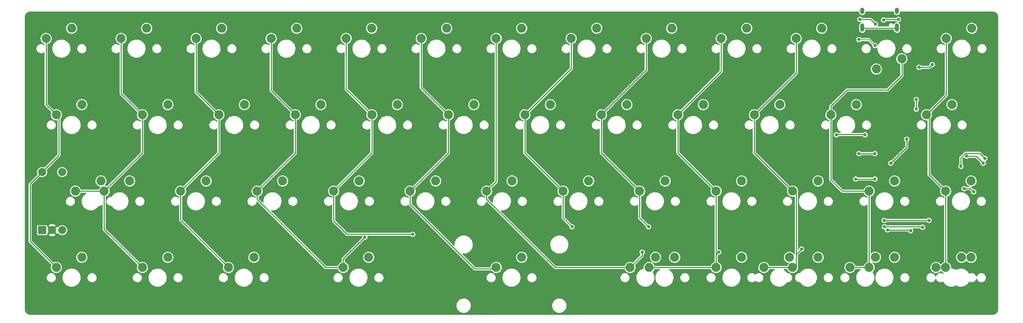
<source format=gbr>
G04 #@! TF.GenerationSoftware,KiCad,Pcbnew,(6.0.10-0)*
G04 #@! TF.CreationDate,2023-10-07T14:40:08-04:00*
G04 #@! TF.ProjectId,minibaen r2,6d696e69-6261-4656-9e20-72322e6b6963,rev?*
G04 #@! TF.SameCoordinates,Original*
G04 #@! TF.FileFunction,Copper,L1,Top*
G04 #@! TF.FilePolarity,Positive*
%FSLAX46Y46*%
G04 Gerber Fmt 4.6, Leading zero omitted, Abs format (unit mm)*
G04 Created by KiCad (PCBNEW (6.0.10-0)) date 2023-10-07 14:40:08*
%MOMM*%
%LPD*%
G01*
G04 APERTURE LIST*
G04 #@! TA.AperFunction,ComponentPad*
%ADD10C,2.250000*%
G04 #@! TD*
G04 #@! TA.AperFunction,ComponentPad*
%ADD11R,2.000000X2.000000*%
G04 #@! TD*
G04 #@! TA.AperFunction,ComponentPad*
%ADD12C,2.000000*%
G04 #@! TD*
G04 #@! TA.AperFunction,ComponentPad*
%ADD13O,1.000000X1.600000*%
G04 #@! TD*
G04 #@! TA.AperFunction,ComponentPad*
%ADD14O,1.000000X2.100000*%
G04 #@! TD*
G04 #@! TA.AperFunction,ViaPad*
%ADD15C,0.800000*%
G04 #@! TD*
G04 #@! TA.AperFunction,Conductor*
%ADD16C,0.250000*%
G04 #@! TD*
G04 #@! TA.AperFunction,Conductor*
%ADD17C,0.200000*%
G04 #@! TD*
G04 APERTURE END LIST*
D10*
X112817750Y-41116218D03*
X119167750Y-38576218D03*
X38097750Y-41116218D03*
X44447750Y-38576218D03*
X185896250Y-79216250D03*
X192246250Y-76676250D03*
D11*
X37093750Y-88962500D03*
D12*
X42093750Y-88962500D03*
X39593750Y-88962500D03*
X42093750Y-74462500D03*
X37093750Y-74462500D03*
D10*
X83502500Y-98266218D03*
X89852500Y-95726218D03*
X40640000Y-98266218D03*
X46990000Y-95726218D03*
X204946250Y-79216218D03*
X211296250Y-76676218D03*
X90646250Y-79216218D03*
X96996250Y-76676218D03*
X62071250Y-60166250D03*
X68421250Y-57626250D03*
X176371250Y-60166250D03*
X182721250Y-57626250D03*
X224897750Y-41116218D03*
X231247750Y-38576218D03*
X150177750Y-41116218D03*
X156527750Y-38576218D03*
X131497750Y-41116218D03*
X137847750Y-38576218D03*
X45402500Y-79216218D03*
X51752500Y-76676218D03*
X56777750Y-41116218D03*
X63127750Y-38576218D03*
X138271250Y-60166250D03*
X144621250Y-57626250D03*
X183515000Y-98266250D03*
X189865000Y-95726250D03*
X52546250Y-79216250D03*
X58896250Y-76676250D03*
X262096250Y-98266250D03*
X268446250Y-95726250D03*
X259715000Y-98266218D03*
X266065000Y-95726218D03*
X188277500Y-98266250D03*
X194627500Y-95726250D03*
X214471250Y-60166218D03*
X220821250Y-57626218D03*
X147796250Y-79216218D03*
X154146250Y-76676218D03*
X262096250Y-79216250D03*
X268446250Y-76676250D03*
X157321250Y-60166250D03*
X163671250Y-57626250D03*
X251197750Y-46196218D03*
X244847750Y-48736218D03*
X243046250Y-98266250D03*
X249396250Y-95726250D03*
X223996250Y-98266250D03*
X230346250Y-95726250D03*
X195421250Y-60166250D03*
X201771250Y-57626250D03*
X100171250Y-60166250D03*
X106521250Y-57626250D03*
X109696250Y-79216218D03*
X116046250Y-76676218D03*
X62071250Y-98266218D03*
X68421250Y-95726218D03*
X187537750Y-41116218D03*
X193887750Y-38576218D03*
X238283750Y-98266250D03*
X244633750Y-95726250D03*
X204946250Y-98266250D03*
X211296250Y-95726250D03*
X206217750Y-41116218D03*
X212567750Y-38576218D03*
X150177500Y-98266250D03*
X156527500Y-95726250D03*
X168857750Y-41116218D03*
X175207750Y-38576218D03*
X75457750Y-41116218D03*
X81807750Y-38576218D03*
X128746250Y-79216218D03*
X135096250Y-76676218D03*
X119221250Y-60166250D03*
X125571250Y-57626250D03*
X94137750Y-41116218D03*
X100487750Y-38576218D03*
X71596250Y-79216218D03*
X77946250Y-76676218D03*
X243046250Y-79216250D03*
X249396250Y-76676250D03*
X257333750Y-60166218D03*
X263683750Y-57626218D03*
X233521250Y-60166250D03*
X239871250Y-57626250D03*
X81121250Y-60166218D03*
X87471250Y-57626218D03*
X166846250Y-79216250D03*
X173196250Y-76676250D03*
X223996250Y-79216250D03*
X230346250Y-76676250D03*
X40640000Y-60166250D03*
X46990000Y-57626250D03*
X262257750Y-41116218D03*
X268607750Y-38576218D03*
X112077500Y-98266250D03*
X118427500Y-95726250D03*
X216852500Y-98266218D03*
X223202500Y-95726218D03*
D13*
X249985750Y-34233718D03*
D14*
X249985750Y-38413718D03*
X241345750Y-38413718D03*
D13*
X241345750Y-34233718D03*
D15*
X254000000Y-65881250D03*
X234950000Y-69056250D03*
X243681250Y-34925000D03*
X247099951Y-40695171D03*
X230981250Y-108743750D03*
X252412500Y-61912500D03*
X240608482Y-40379018D03*
X215900000Y-104775000D03*
X254793750Y-38893750D03*
X268287500Y-62706250D03*
X257968750Y-91281250D03*
X246856250Y-66429918D03*
X269875000Y-64293750D03*
X258762500Y-83343750D03*
X235743750Y-38893750D03*
X250927232Y-40379018D03*
X39593750Y-91375000D03*
X235335968Y-45726218D03*
X265906250Y-68262500D03*
X243681250Y-45243750D03*
X234950000Y-104775000D03*
X249915826Y-69469250D03*
X254000000Y-104775000D03*
X264278513Y-73778513D03*
X245268750Y-36512500D03*
X241300000Y-47625000D03*
X247650000Y-34925000D03*
X175418750Y-108743750D03*
X271462500Y-65881250D03*
X251618750Y-84931250D03*
X240506250Y-69850000D03*
X244475000Y-69850000D03*
X248443750Y-72231250D03*
X254793750Y-56356250D03*
X254793750Y-58737500D03*
X252412500Y-66256218D03*
X255484968Y-48316218D03*
X258762500Y-47625000D03*
X234891182Y-65146318D03*
X242034932Y-65146318D03*
X246793750Y-86518750D03*
X257968750Y-86518750D03*
X117475000Y-90692750D03*
X129381250Y-89968250D03*
X186531250Y-94456250D03*
X247650000Y-88900000D03*
X169068750Y-88106250D03*
X253403841Y-89097591D03*
X188118750Y-88106250D03*
X246856250Y-88106250D03*
X269081250Y-79375000D03*
X256381250Y-88225164D03*
X266700000Y-78581250D03*
X205581250Y-94456250D03*
X226218750Y-93662500D03*
X244475000Y-76200000D03*
X239712500Y-76200000D03*
X244498884Y-42890802D03*
X240495173Y-41372077D03*
X244636750Y-37544718D03*
X240747750Y-36356218D03*
X250347750Y-36356218D03*
X246636576Y-36523674D03*
X267331413Y-70481413D03*
X271462500Y-72231250D03*
X271859375Y-71040625D03*
X265906250Y-73025000D03*
D16*
X268287500Y-62706250D02*
X269875000Y-64293750D01*
X244475000Y-69850000D02*
X240506250Y-69850000D01*
X252412500Y-66256218D02*
X252412500Y-68262500D01*
X254793750Y-56356250D02*
X254793750Y-58737500D01*
X252412500Y-68262500D02*
X248443750Y-72231250D01*
X258071282Y-48316218D02*
X255484968Y-48316218D01*
X258762500Y-47625000D02*
X258071282Y-48316218D01*
X234950000Y-65087500D02*
X234891182Y-65146318D01*
X241976114Y-65087500D02*
X234950000Y-65087500D01*
X242034932Y-65146318D02*
X241976114Y-65087500D01*
X257968750Y-86518750D02*
X246793750Y-86518750D01*
X249865750Y-38533318D02*
X249985750Y-38413718D01*
X241465750Y-38533318D02*
X249865750Y-38533318D01*
X241345750Y-38413718D02*
X241465750Y-38533318D01*
X37093750Y-74462500D02*
X34131250Y-77425000D01*
X41275000Y-60801250D02*
X41275000Y-70281250D01*
X38097750Y-41116218D02*
X38097750Y-57624000D01*
X34131250Y-91757468D02*
X40640000Y-98266218D01*
X34131250Y-77425000D02*
X34131250Y-91757468D01*
X40640000Y-60166250D02*
X41275000Y-60801250D01*
X41275000Y-70281250D02*
X37093750Y-74462500D01*
X38097750Y-57624000D02*
X40640000Y-60166250D01*
X45402532Y-79216250D02*
X45402500Y-79216218D01*
X62071250Y-60166250D02*
X62071250Y-69691250D01*
X52546250Y-79216250D02*
X45402532Y-79216250D01*
X62071250Y-69691250D02*
X52546250Y-79216250D01*
X56777750Y-41116218D02*
X56777750Y-54872750D01*
X56777750Y-54872750D02*
X62071250Y-60166250D01*
X52546250Y-79216250D02*
X52546250Y-88741218D01*
X52546250Y-88741218D02*
X62071250Y-98266218D01*
X81121250Y-60166218D02*
X81121250Y-69691218D01*
X75457750Y-54502718D02*
X81121250Y-60166218D01*
X71596250Y-79216218D02*
X71596250Y-86359968D01*
X71596250Y-86359968D02*
X83502500Y-98266218D01*
X75457750Y-41116218D02*
X75457750Y-54502718D01*
X81121250Y-69691218D02*
X71596250Y-79216218D01*
X90646250Y-81225640D02*
X107686860Y-98266250D01*
X100171250Y-60166250D02*
X100171250Y-69691218D01*
X117475000Y-90692750D02*
X112077500Y-96090250D01*
X112077500Y-96090250D02*
X112077500Y-98266250D01*
X90646250Y-79216218D02*
X90646250Y-81225640D01*
X100171250Y-69691218D02*
X90646250Y-79216218D01*
X94137750Y-54132750D02*
X100171250Y-60166250D01*
X94137750Y-41116218D02*
X94137750Y-54132750D01*
X107686860Y-98266250D02*
X112077500Y-98266250D01*
X129381250Y-89968250D02*
X112987000Y-89968250D01*
X119221250Y-60166250D02*
X119221250Y-69691218D01*
X112817750Y-41116218D02*
X112817750Y-53762750D01*
X112817750Y-53762750D02*
X119221250Y-60166250D01*
X119221250Y-69691218D02*
X109696250Y-79216218D01*
X109696250Y-86677500D02*
X109696250Y-79216218D01*
X112987000Y-89968250D02*
X109696250Y-86677500D01*
X128746250Y-82495672D02*
X144834885Y-98584307D01*
X131497750Y-53392750D02*
X138271250Y-60166250D01*
X138271250Y-60166250D02*
X138271250Y-69691218D01*
X131497750Y-41116218D02*
X131497750Y-53392750D01*
X144834885Y-98584307D02*
X149859443Y-98584307D01*
X138271250Y-69691218D02*
X128746250Y-79216218D01*
X128746250Y-79216218D02*
X128746250Y-82495672D01*
X164836860Y-98266250D02*
X183515000Y-98266250D01*
X147796250Y-79216218D02*
X147796250Y-81225640D01*
X186531250Y-95250000D02*
X183515000Y-98266250D01*
X147796250Y-81225640D02*
X164836860Y-98266250D01*
X150177750Y-41116218D02*
X150177750Y-76834718D01*
X150177750Y-76834718D02*
X147796250Y-79216218D01*
X186531250Y-94456250D02*
X186531250Y-95250000D01*
X168857750Y-48629750D02*
X157321250Y-60166250D01*
X157321250Y-69691250D02*
X166846250Y-79216250D01*
X253403841Y-89097591D02*
X253206250Y-88900000D01*
X166846250Y-79216250D02*
X166846250Y-85883750D01*
X166846250Y-85883750D02*
X169068750Y-88106250D01*
X157321250Y-60166250D02*
X157321250Y-69691250D01*
X253206250Y-88900000D02*
X247650000Y-88900000D01*
X168857750Y-41116218D02*
X168857750Y-48629750D01*
X256262336Y-88106250D02*
X246856250Y-88106250D01*
X269081250Y-79375000D02*
X268287500Y-78581250D01*
X256381250Y-88225164D02*
X256262336Y-88106250D01*
X268287500Y-78581250D02*
X266700000Y-78581250D01*
X176371250Y-60166250D02*
X176371250Y-69691250D01*
X187537750Y-48999750D02*
X176371250Y-60166250D01*
X185896250Y-79216250D02*
X185896250Y-85883750D01*
X185896250Y-85883750D02*
X188118750Y-88106250D01*
X176371250Y-69691250D02*
X185896250Y-79216250D01*
X187537750Y-41116218D02*
X187537750Y-48999750D01*
X195421250Y-69691218D02*
X204946250Y-79216218D01*
X204946250Y-98266250D02*
X188277500Y-98266250D01*
X204946250Y-95091250D02*
X204946250Y-98266250D01*
X195421250Y-60166250D02*
X195421250Y-69691218D01*
X206217750Y-41116218D02*
X206217750Y-49369750D01*
X204946250Y-79216218D02*
X204946250Y-95091250D01*
X206217750Y-49369750D02*
X195421250Y-60166250D01*
X204946250Y-95091250D02*
X205581250Y-94456250D01*
X224897750Y-94983500D02*
X224897750Y-79216218D01*
X224897750Y-98266218D02*
X224897750Y-94983500D01*
X224897750Y-49739718D02*
X214471250Y-60166218D01*
X214471250Y-69691250D02*
X223996250Y-79216250D01*
X214471250Y-60166218D02*
X214471250Y-69691250D01*
X224897750Y-94983500D02*
X226218750Y-93662500D01*
X216852532Y-98266250D02*
X216852500Y-98266218D01*
X223996250Y-98266250D02*
X216852532Y-98266250D01*
X224897750Y-41116218D02*
X224897750Y-49739718D01*
X251197750Y-50427250D02*
X247650000Y-53975000D01*
X233521250Y-76358750D02*
X236378750Y-79216250D01*
X237558358Y-53975000D02*
X233521250Y-58012108D01*
X247650000Y-53975000D02*
X237558358Y-53975000D01*
X236378750Y-79216250D02*
X243046250Y-79216250D01*
X233521250Y-58012108D02*
X233521250Y-60166250D01*
X243046250Y-98266250D02*
X238283750Y-98266250D01*
X243046250Y-79216250D02*
X243046250Y-98266250D01*
X233521250Y-60166250D02*
X233521250Y-76358750D01*
X251197750Y-46196218D02*
X251197750Y-50427250D01*
X262096250Y-98266250D02*
X259715032Y-98266250D01*
X257968750Y-75088750D02*
X262096250Y-79216250D01*
X262096250Y-79216250D02*
X262096250Y-98266250D01*
X257968750Y-60801218D02*
X257968750Y-75088750D01*
X257333750Y-60166218D02*
X257968750Y-60801218D01*
X262257750Y-55242218D02*
X257333750Y-60166218D01*
X259715032Y-98266250D02*
X259715000Y-98266218D01*
X262257750Y-41116218D02*
X262257750Y-55242218D01*
X239712500Y-76200000D02*
X244475000Y-76200000D01*
D17*
X242980159Y-41372077D02*
X244498884Y-42890802D01*
X240495173Y-41372077D02*
X242980159Y-41372077D01*
D16*
X244636750Y-37544718D02*
X243448750Y-36356218D01*
X243448750Y-36356218D02*
X240747750Y-36356218D01*
X246636576Y-36523674D02*
X246804032Y-36356218D01*
X246804032Y-36356218D02*
X250347750Y-36356218D01*
X267331413Y-70481413D02*
X269712663Y-70481413D01*
X269712663Y-70481413D02*
X271462500Y-72231250D01*
X270575663Y-69756913D02*
X271859375Y-71040625D01*
X267030608Y-69756913D02*
X270575663Y-69756913D01*
X265906250Y-70881271D02*
X267030608Y-69756913D01*
X265906250Y-73025000D02*
X265906250Y-70881271D01*
G04 #@! TA.AperFunction,Conductor*
G36*
X240533371Y-34405752D02*
G01*
X240579864Y-34459408D01*
X240591250Y-34511750D01*
X240591250Y-34577771D01*
X240606488Y-34708472D01*
X240608984Y-34715349D01*
X240608985Y-34715352D01*
X240633806Y-34783732D01*
X240666518Y-34873852D01*
X240762984Y-35020986D01*
X240890710Y-35141982D01*
X241042846Y-35230350D01*
X241211230Y-35281348D01*
X241386830Y-35292242D01*
X241394046Y-35291002D01*
X241394048Y-35291002D01*
X241553012Y-35263687D01*
X241553014Y-35263686D01*
X241560227Y-35262447D01*
X241722118Y-35193562D01*
X241863821Y-35089281D01*
X241977732Y-34955198D01*
X241999951Y-34911684D01*
X242054416Y-34805023D01*
X242054418Y-34805018D01*
X242057743Y-34798506D01*
X242061359Y-34783732D01*
X242094872Y-34646771D01*
X242099561Y-34627610D01*
X242100250Y-34616504D01*
X242100250Y-34511750D01*
X242120252Y-34443629D01*
X242173908Y-34397136D01*
X242226250Y-34385750D01*
X249105250Y-34385750D01*
X249173371Y-34405752D01*
X249219864Y-34459408D01*
X249231250Y-34511750D01*
X249231250Y-34577771D01*
X249246488Y-34708472D01*
X249248984Y-34715349D01*
X249248985Y-34715352D01*
X249273806Y-34783732D01*
X249306518Y-34873852D01*
X249402984Y-35020986D01*
X249530710Y-35141982D01*
X249682846Y-35230350D01*
X249851230Y-35281348D01*
X250026830Y-35292242D01*
X250034046Y-35291002D01*
X250034048Y-35291002D01*
X250193012Y-35263687D01*
X250193014Y-35263686D01*
X250200227Y-35262447D01*
X250362118Y-35193562D01*
X250503821Y-35089281D01*
X250617732Y-34955198D01*
X250639951Y-34911684D01*
X250694416Y-34805023D01*
X250694418Y-34805018D01*
X250697743Y-34798506D01*
X250701359Y-34783732D01*
X250734872Y-34646771D01*
X250739561Y-34627610D01*
X250740250Y-34616504D01*
X250740250Y-34511750D01*
X250760252Y-34443629D01*
X250813908Y-34397136D01*
X250866250Y-34385750D01*
X273806269Y-34385750D01*
X273830854Y-34388172D01*
X273831570Y-34388315D01*
X273831572Y-34388315D01*
X273843742Y-34390736D01*
X273855912Y-34388316D01*
X273868324Y-34388316D01*
X273868324Y-34389166D01*
X273879078Y-34388532D01*
X273901263Y-34390279D01*
X274042387Y-34401389D01*
X274061901Y-34404480D01*
X274246020Y-34448688D01*
X274264821Y-34454797D01*
X274439745Y-34527256D01*
X274457361Y-34536232D01*
X274618798Y-34635163D01*
X274634792Y-34646784D01*
X274778768Y-34769751D01*
X274792749Y-34783732D01*
X274915716Y-34927708D01*
X274927337Y-34943702D01*
X275026268Y-35105139D01*
X275035244Y-35122755D01*
X275065761Y-35196426D01*
X275100060Y-35279227D01*
X275107703Y-35297679D01*
X275113812Y-35316480D01*
X275158020Y-35500599D01*
X275161111Y-35520113D01*
X275172221Y-35661237D01*
X275173968Y-35683422D01*
X275173334Y-35694176D01*
X275174184Y-35694176D01*
X275174184Y-35706588D01*
X275171764Y-35718758D01*
X275174185Y-35730928D01*
X275174185Y-35730930D01*
X275174328Y-35731646D01*
X275176750Y-35756231D01*
X275176750Y-108706269D01*
X275174328Y-108730853D01*
X275171764Y-108743742D01*
X275174184Y-108755912D01*
X275174184Y-108768324D01*
X275173334Y-108768324D01*
X275173968Y-108779078D01*
X275161111Y-108942387D01*
X275158020Y-108961901D01*
X275122685Y-109109066D01*
X275113813Y-109146018D01*
X275107703Y-109164821D01*
X275035244Y-109339745D01*
X275026268Y-109357361D01*
X274927337Y-109518798D01*
X274915716Y-109534792D01*
X274792749Y-109678768D01*
X274778768Y-109692749D01*
X274634792Y-109815716D01*
X274618798Y-109827337D01*
X274457361Y-109926268D01*
X274439745Y-109935244D01*
X274264821Y-110007703D01*
X274246020Y-110013812D01*
X274061901Y-110058020D01*
X274042387Y-110061111D01*
X273907074Y-110071764D01*
X273879078Y-110073968D01*
X273868324Y-110073334D01*
X273868324Y-110074184D01*
X273855912Y-110074184D01*
X273843742Y-110071764D01*
X273831572Y-110074185D01*
X273831570Y-110074185D01*
X273830854Y-110074328D01*
X273806269Y-110076750D01*
X34168731Y-110076750D01*
X34144146Y-110074328D01*
X34143430Y-110074185D01*
X34143428Y-110074185D01*
X34131258Y-110071764D01*
X34119088Y-110074184D01*
X34106676Y-110074184D01*
X34106676Y-110073334D01*
X34095922Y-110073968D01*
X34067926Y-110071764D01*
X33932613Y-110061111D01*
X33913099Y-110058020D01*
X33728980Y-110013812D01*
X33710179Y-110007703D01*
X33535255Y-109935244D01*
X33517639Y-109926268D01*
X33356202Y-109827337D01*
X33340208Y-109815716D01*
X33196232Y-109692749D01*
X33182251Y-109678768D01*
X33059284Y-109534792D01*
X33047663Y-109518798D01*
X32948732Y-109357361D01*
X32939756Y-109339745D01*
X32867297Y-109164821D01*
X32861187Y-109146018D01*
X32852315Y-109109066D01*
X32816980Y-108961901D01*
X32813889Y-108942387D01*
X32801032Y-108779078D01*
X32801666Y-108768324D01*
X32800816Y-108768324D01*
X32800816Y-108755912D01*
X32803236Y-108743742D01*
X32800672Y-108730853D01*
X32798250Y-108706269D01*
X32798250Y-107900129D01*
X140301090Y-107900129D01*
X140336736Y-108162058D01*
X140410707Y-108415840D01*
X140521377Y-108655902D01*
X140523940Y-108659811D01*
X140663749Y-108873055D01*
X140663753Y-108873060D01*
X140666315Y-108876968D01*
X140842336Y-109074183D01*
X141045574Y-109243214D01*
X141271564Y-109380349D01*
X141275872Y-109382155D01*
X141275873Y-109382156D01*
X141511026Y-109480764D01*
X141511031Y-109480766D01*
X141515341Y-109482573D01*
X141519873Y-109483724D01*
X141519876Y-109483725D01*
X141575447Y-109497838D01*
X141771551Y-109547642D01*
X141991106Y-109569750D01*
X142148358Y-109569750D01*
X142150683Y-109569577D01*
X142150689Y-109569577D01*
X142340214Y-109555493D01*
X142340218Y-109555492D01*
X142344866Y-109555147D01*
X142602691Y-109496807D01*
X142607045Y-109495114D01*
X142844708Y-109402692D01*
X142844710Y-109402691D01*
X142849061Y-109400999D01*
X142882030Y-109382156D01*
X142956233Y-109339745D01*
X143078563Y-109269828D01*
X143286156Y-109106175D01*
X143467280Y-108913635D01*
X143560625Y-108779078D01*
X143615292Y-108700276D01*
X143615295Y-108700271D01*
X143617954Y-108696438D01*
X143620021Y-108692247D01*
X143732805Y-108463544D01*
X143732806Y-108463541D01*
X143734870Y-108459356D01*
X143815459Y-108207597D01*
X143857950Y-107946691D01*
X143858560Y-107900129D01*
X164113590Y-107900129D01*
X164149236Y-108162058D01*
X164223207Y-108415840D01*
X164333877Y-108655902D01*
X164336440Y-108659811D01*
X164476249Y-108873055D01*
X164476253Y-108873060D01*
X164478815Y-108876968D01*
X164654836Y-109074183D01*
X164858074Y-109243214D01*
X165084064Y-109380349D01*
X165088372Y-109382155D01*
X165088373Y-109382156D01*
X165323526Y-109480764D01*
X165323531Y-109480766D01*
X165327841Y-109482573D01*
X165332373Y-109483724D01*
X165332376Y-109483725D01*
X165387947Y-109497838D01*
X165584051Y-109547642D01*
X165803606Y-109569750D01*
X165960858Y-109569750D01*
X165963183Y-109569577D01*
X165963189Y-109569577D01*
X166152714Y-109555493D01*
X166152718Y-109555492D01*
X166157366Y-109555147D01*
X166415191Y-109496807D01*
X166419545Y-109495114D01*
X166657208Y-109402692D01*
X166657210Y-109402691D01*
X166661561Y-109400999D01*
X166694530Y-109382156D01*
X166768733Y-109339745D01*
X166891063Y-109269828D01*
X167098656Y-109106175D01*
X167279780Y-108913635D01*
X167373125Y-108779078D01*
X167427792Y-108700276D01*
X167427795Y-108700271D01*
X167430454Y-108696438D01*
X167432521Y-108692247D01*
X167545305Y-108463544D01*
X167545306Y-108463541D01*
X167547370Y-108459356D01*
X167627959Y-108207597D01*
X167670450Y-107946691D01*
X167673910Y-107682371D01*
X167638264Y-107420442D01*
X167564293Y-107166660D01*
X167453623Y-106926598D01*
X167422097Y-106878513D01*
X167311251Y-106709445D01*
X167311247Y-106709440D01*
X167308685Y-106705532D01*
X167132664Y-106508317D01*
X166929426Y-106339286D01*
X166703436Y-106202151D01*
X166659719Y-106183819D01*
X166463974Y-106101736D01*
X166463969Y-106101734D01*
X166459659Y-106099927D01*
X166455127Y-106098776D01*
X166455124Y-106098775D01*
X166327629Y-106066396D01*
X166203449Y-106034858D01*
X165983894Y-106012750D01*
X165826642Y-106012750D01*
X165824317Y-106012923D01*
X165824311Y-106012923D01*
X165634786Y-106027007D01*
X165634782Y-106027008D01*
X165630134Y-106027353D01*
X165372309Y-106085693D01*
X165367957Y-106087385D01*
X165367955Y-106087386D01*
X165130292Y-106179808D01*
X165130290Y-106179809D01*
X165125939Y-106181501D01*
X165121885Y-106183818D01*
X165121883Y-106183819D01*
X165089809Y-106202151D01*
X164896437Y-106312672D01*
X164688844Y-106476325D01*
X164507720Y-106668865D01*
X164357046Y-106886062D01*
X164354980Y-106890251D01*
X164354979Y-106890253D01*
X164338984Y-106922689D01*
X164240130Y-107123144D01*
X164159541Y-107374903D01*
X164117050Y-107635809D01*
X164113590Y-107900129D01*
X143858560Y-107900129D01*
X143861410Y-107682371D01*
X143825764Y-107420442D01*
X143751793Y-107166660D01*
X143641123Y-106926598D01*
X143609597Y-106878513D01*
X143498751Y-106709445D01*
X143498747Y-106709440D01*
X143496185Y-106705532D01*
X143320164Y-106508317D01*
X143116926Y-106339286D01*
X142890936Y-106202151D01*
X142847219Y-106183819D01*
X142651474Y-106101736D01*
X142651469Y-106101734D01*
X142647159Y-106099927D01*
X142642627Y-106098776D01*
X142642624Y-106098775D01*
X142515129Y-106066396D01*
X142390949Y-106034858D01*
X142171394Y-106012750D01*
X142014142Y-106012750D01*
X142011817Y-106012923D01*
X142011811Y-106012923D01*
X141822286Y-106027007D01*
X141822282Y-106027008D01*
X141817634Y-106027353D01*
X141559809Y-106085693D01*
X141555457Y-106087385D01*
X141555455Y-106087386D01*
X141317792Y-106179808D01*
X141317790Y-106179809D01*
X141313439Y-106181501D01*
X141309385Y-106183818D01*
X141309383Y-106183819D01*
X141277309Y-106202151D01*
X141083937Y-106312672D01*
X140876344Y-106476325D01*
X140695220Y-106668865D01*
X140544546Y-106886062D01*
X140542480Y-106890251D01*
X140542479Y-106890253D01*
X140526484Y-106922689D01*
X140427630Y-107123144D01*
X140347041Y-107374903D01*
X140304550Y-107635809D01*
X140301090Y-107900129D01*
X32798250Y-107900129D01*
X32798250Y-100750791D01*
X38236717Y-100750791D01*
X38246682Y-100966090D01*
X38248086Y-100971915D01*
X38248086Y-100971916D01*
X38292219Y-101155038D01*
X38297179Y-101175620D01*
X38299661Y-101181078D01*
X38299662Y-101181082D01*
X38343991Y-101278578D01*
X38386386Y-101371821D01*
X38511085Y-101547614D01*
X38666775Y-101696655D01*
X38847840Y-101813567D01*
X39047745Y-101894131D01*
X39124519Y-101909124D01*
X39254833Y-101934573D01*
X39254836Y-101934573D01*
X39259279Y-101935441D01*
X39264943Y-101935718D01*
X39423854Y-101935718D01*
X39584555Y-101920386D01*
X39622944Y-101909124D01*
X39785604Y-101861404D01*
X39791368Y-101859713D01*
X39927971Y-101789358D01*
X39977646Y-101763774D01*
X39977649Y-101763772D01*
X39982977Y-101761028D01*
X40137595Y-101639575D01*
X40147752Y-101631597D01*
X40147757Y-101631593D01*
X40152469Y-101627891D01*
X40293726Y-101465106D01*
X40401654Y-101278546D01*
X40435500Y-101181082D01*
X40470388Y-101080614D01*
X40472357Y-101074944D01*
X40474300Y-101061544D01*
X40502422Y-100867586D01*
X40502422Y-100867582D01*
X40503283Y-100861645D01*
X40502902Y-100853410D01*
X42197062Y-100853410D01*
X42223095Y-101150961D01*
X42224005Y-101155034D01*
X42224006Y-101155038D01*
X42272470Y-101371853D01*
X42288251Y-101442455D01*
X42289692Y-101446373D01*
X42289694Y-101446378D01*
X42357853Y-101631629D01*
X42391387Y-101722771D01*
X42393338Y-101726471D01*
X42393340Y-101726476D01*
X42503532Y-101935473D01*
X42530691Y-101986985D01*
X42703715Y-102230453D01*
X42907420Y-102448899D01*
X42910649Y-102451552D01*
X42910654Y-102451556D01*
X43066004Y-102579162D01*
X43138225Y-102638485D01*
X43392078Y-102795880D01*
X43664517Y-102918319D01*
X43668630Y-102919545D01*
X43946757Y-103002459D01*
X43946759Y-103002460D01*
X43950756Y-103003651D01*
X43954876Y-103004304D01*
X43954878Y-103004304D01*
X44073610Y-103023109D01*
X44245766Y-103050376D01*
X44288060Y-103052297D01*
X44337765Y-103054554D01*
X44337784Y-103054554D01*
X44339184Y-103054618D01*
X44525761Y-103054618D01*
X44748031Y-103039855D01*
X44752125Y-103039030D01*
X44752129Y-103039029D01*
X44964019Y-102996304D01*
X45040825Y-102980817D01*
X45323240Y-102883574D01*
X45326983Y-102881700D01*
X45326987Y-102881698D01*
X45586575Y-102751706D01*
X45586577Y-102751705D01*
X45590313Y-102749834D01*
X45837351Y-102581947D01*
X45986158Y-102448899D01*
X46056899Y-102385649D01*
X46056900Y-102385648D01*
X46060016Y-102382862D01*
X46254394Y-102156077D01*
X46360217Y-101993125D01*
X46414792Y-101909087D01*
X46414795Y-101909082D01*
X46417071Y-101905577D01*
X46423556Y-101891919D01*
X46543393Y-101639543D01*
X46543395Y-101639539D01*
X46545188Y-101635762D01*
X46636495Y-101351373D01*
X46689388Y-101057406D01*
X46698008Y-100867586D01*
X46702749Y-100763196D01*
X46702749Y-100763190D01*
X46702938Y-100759026D01*
X46702221Y-100750823D01*
X46702218Y-100750791D01*
X48396717Y-100750791D01*
X48406682Y-100966090D01*
X48408086Y-100971915D01*
X48408086Y-100971916D01*
X48452219Y-101155038D01*
X48457179Y-101175620D01*
X48459661Y-101181078D01*
X48459662Y-101181082D01*
X48503991Y-101278578D01*
X48546386Y-101371821D01*
X48671085Y-101547614D01*
X48826775Y-101696655D01*
X49007840Y-101813567D01*
X49207745Y-101894131D01*
X49284519Y-101909124D01*
X49414833Y-101934573D01*
X49414836Y-101934573D01*
X49419279Y-101935441D01*
X49424943Y-101935718D01*
X49583854Y-101935718D01*
X49744555Y-101920386D01*
X49782944Y-101909124D01*
X49945604Y-101861404D01*
X49951368Y-101859713D01*
X50087971Y-101789358D01*
X50137646Y-101763774D01*
X50137649Y-101763772D01*
X50142977Y-101761028D01*
X50297595Y-101639575D01*
X50307752Y-101631597D01*
X50307757Y-101631593D01*
X50312469Y-101627891D01*
X50453726Y-101465106D01*
X50561654Y-101278546D01*
X50595500Y-101181082D01*
X50630388Y-101080614D01*
X50632357Y-101074944D01*
X50634300Y-101061544D01*
X50662422Y-100867586D01*
X50662422Y-100867582D01*
X50663283Y-100861645D01*
X50658152Y-100750791D01*
X59667967Y-100750791D01*
X59677932Y-100966090D01*
X59679336Y-100971915D01*
X59679336Y-100971916D01*
X59723469Y-101155038D01*
X59728429Y-101175620D01*
X59730911Y-101181078D01*
X59730912Y-101181082D01*
X59775241Y-101278578D01*
X59817636Y-101371821D01*
X59942335Y-101547614D01*
X60098025Y-101696655D01*
X60279090Y-101813567D01*
X60478995Y-101894131D01*
X60555769Y-101909124D01*
X60686083Y-101934573D01*
X60686086Y-101934573D01*
X60690529Y-101935441D01*
X60696193Y-101935718D01*
X60855104Y-101935718D01*
X61015805Y-101920386D01*
X61054194Y-101909124D01*
X61216854Y-101861404D01*
X61222618Y-101859713D01*
X61359221Y-101789358D01*
X61408896Y-101763774D01*
X61408899Y-101763772D01*
X61414227Y-101761028D01*
X61568845Y-101639575D01*
X61579002Y-101631597D01*
X61579007Y-101631593D01*
X61583719Y-101627891D01*
X61724976Y-101465106D01*
X61832904Y-101278546D01*
X61866750Y-101181082D01*
X61901638Y-101080614D01*
X61903607Y-101074944D01*
X61905550Y-101061544D01*
X61933672Y-100867586D01*
X61933672Y-100867582D01*
X61934533Y-100861645D01*
X61934152Y-100853410D01*
X63628312Y-100853410D01*
X63654345Y-101150961D01*
X63655255Y-101155034D01*
X63655256Y-101155038D01*
X63703720Y-101371853D01*
X63719501Y-101442455D01*
X63720942Y-101446373D01*
X63720944Y-101446378D01*
X63789103Y-101631629D01*
X63822637Y-101722771D01*
X63824588Y-101726471D01*
X63824590Y-101726476D01*
X63934782Y-101935473D01*
X63961941Y-101986985D01*
X64134965Y-102230453D01*
X64338670Y-102448899D01*
X64341899Y-102451552D01*
X64341904Y-102451556D01*
X64497254Y-102579162D01*
X64569475Y-102638485D01*
X64823328Y-102795880D01*
X65095767Y-102918319D01*
X65099880Y-102919545D01*
X65378007Y-103002459D01*
X65378009Y-103002460D01*
X65382006Y-103003651D01*
X65386126Y-103004304D01*
X65386128Y-103004304D01*
X65504860Y-103023109D01*
X65677016Y-103050376D01*
X65719310Y-103052297D01*
X65769015Y-103054554D01*
X65769034Y-103054554D01*
X65770434Y-103054618D01*
X65957011Y-103054618D01*
X66179281Y-103039855D01*
X66183375Y-103039030D01*
X66183379Y-103039029D01*
X66395269Y-102996304D01*
X66472075Y-102980817D01*
X66754490Y-102883574D01*
X66758233Y-102881700D01*
X66758237Y-102881698D01*
X67017825Y-102751706D01*
X67017827Y-102751705D01*
X67021563Y-102749834D01*
X67268601Y-102581947D01*
X67417408Y-102448899D01*
X67488149Y-102385649D01*
X67488150Y-102385648D01*
X67491266Y-102382862D01*
X67685644Y-102156077D01*
X67791467Y-101993125D01*
X67846042Y-101909087D01*
X67846045Y-101909082D01*
X67848321Y-101905577D01*
X67854806Y-101891919D01*
X67974643Y-101639543D01*
X67974645Y-101639539D01*
X67976438Y-101635762D01*
X68067745Y-101351373D01*
X68120638Y-101057406D01*
X68129258Y-100867586D01*
X68133999Y-100763196D01*
X68133999Y-100763190D01*
X68134188Y-100759026D01*
X68133471Y-100750823D01*
X68133468Y-100750791D01*
X69827967Y-100750791D01*
X69837932Y-100966090D01*
X69839336Y-100971915D01*
X69839336Y-100971916D01*
X69883469Y-101155038D01*
X69888429Y-101175620D01*
X69890911Y-101181078D01*
X69890912Y-101181082D01*
X69935241Y-101278578D01*
X69977636Y-101371821D01*
X70102335Y-101547614D01*
X70258025Y-101696655D01*
X70439090Y-101813567D01*
X70638995Y-101894131D01*
X70715769Y-101909124D01*
X70846083Y-101934573D01*
X70846086Y-101934573D01*
X70850529Y-101935441D01*
X70856193Y-101935718D01*
X71015104Y-101935718D01*
X71175805Y-101920386D01*
X71214194Y-101909124D01*
X71376854Y-101861404D01*
X71382618Y-101859713D01*
X71519221Y-101789358D01*
X71568896Y-101763774D01*
X71568899Y-101763772D01*
X71574227Y-101761028D01*
X71728845Y-101639575D01*
X71739002Y-101631597D01*
X71739007Y-101631593D01*
X71743719Y-101627891D01*
X71884976Y-101465106D01*
X71992904Y-101278546D01*
X72026750Y-101181082D01*
X72061638Y-101080614D01*
X72063607Y-101074944D01*
X72065550Y-101061544D01*
X72093672Y-100867586D01*
X72093672Y-100867582D01*
X72094533Y-100861645D01*
X72089402Y-100750791D01*
X81099217Y-100750791D01*
X81109182Y-100966090D01*
X81110586Y-100971915D01*
X81110586Y-100971916D01*
X81154719Y-101155038D01*
X81159679Y-101175620D01*
X81162161Y-101181078D01*
X81162162Y-101181082D01*
X81206491Y-101278578D01*
X81248886Y-101371821D01*
X81373585Y-101547614D01*
X81529275Y-101696655D01*
X81710340Y-101813567D01*
X81910245Y-101894131D01*
X81987019Y-101909124D01*
X82117333Y-101934573D01*
X82117336Y-101934573D01*
X82121779Y-101935441D01*
X82127443Y-101935718D01*
X82286354Y-101935718D01*
X82447055Y-101920386D01*
X82485444Y-101909124D01*
X82648104Y-101861404D01*
X82653868Y-101859713D01*
X82790471Y-101789358D01*
X82840146Y-101763774D01*
X82840149Y-101763772D01*
X82845477Y-101761028D01*
X83000095Y-101639575D01*
X83010252Y-101631597D01*
X83010257Y-101631593D01*
X83014969Y-101627891D01*
X83156226Y-101465106D01*
X83264154Y-101278546D01*
X83298000Y-101181082D01*
X83332888Y-101080614D01*
X83334857Y-101074944D01*
X83336800Y-101061544D01*
X83364922Y-100867586D01*
X83364922Y-100867582D01*
X83365783Y-100861645D01*
X83365402Y-100853410D01*
X85059562Y-100853410D01*
X85085595Y-101150961D01*
X85086505Y-101155034D01*
X85086506Y-101155038D01*
X85134970Y-101371853D01*
X85150751Y-101442455D01*
X85152192Y-101446373D01*
X85152194Y-101446378D01*
X85220353Y-101631629D01*
X85253887Y-101722771D01*
X85255838Y-101726471D01*
X85255840Y-101726476D01*
X85366032Y-101935473D01*
X85393191Y-101986985D01*
X85566215Y-102230453D01*
X85769920Y-102448899D01*
X85773149Y-102451552D01*
X85773154Y-102451556D01*
X85928504Y-102579162D01*
X86000725Y-102638485D01*
X86254578Y-102795880D01*
X86527017Y-102918319D01*
X86531130Y-102919545D01*
X86809257Y-103002459D01*
X86809259Y-103002460D01*
X86813256Y-103003651D01*
X86817376Y-103004304D01*
X86817378Y-103004304D01*
X86936110Y-103023109D01*
X87108266Y-103050376D01*
X87150560Y-103052297D01*
X87200265Y-103054554D01*
X87200284Y-103054554D01*
X87201684Y-103054618D01*
X87388261Y-103054618D01*
X87610531Y-103039855D01*
X87614625Y-103039030D01*
X87614629Y-103039029D01*
X87826519Y-102996304D01*
X87903325Y-102980817D01*
X88185740Y-102883574D01*
X88189483Y-102881700D01*
X88189487Y-102881698D01*
X88449075Y-102751706D01*
X88449077Y-102751705D01*
X88452813Y-102749834D01*
X88699851Y-102581947D01*
X88848658Y-102448899D01*
X88919399Y-102385649D01*
X88919400Y-102385648D01*
X88922516Y-102382862D01*
X89116894Y-102156077D01*
X89222717Y-101993125D01*
X89277292Y-101909087D01*
X89277295Y-101909082D01*
X89279571Y-101905577D01*
X89286056Y-101891919D01*
X89405893Y-101639543D01*
X89405895Y-101639539D01*
X89407688Y-101635762D01*
X89498995Y-101351373D01*
X89551888Y-101057406D01*
X89560508Y-100867586D01*
X89565249Y-100763196D01*
X89565249Y-100763190D01*
X89565438Y-100759026D01*
X89564721Y-100750823D01*
X89564718Y-100750791D01*
X91259217Y-100750791D01*
X91269182Y-100966090D01*
X91270586Y-100971915D01*
X91270586Y-100971916D01*
X91314719Y-101155038D01*
X91319679Y-101175620D01*
X91322161Y-101181078D01*
X91322162Y-101181082D01*
X91366491Y-101278578D01*
X91408886Y-101371821D01*
X91533585Y-101547614D01*
X91689275Y-101696655D01*
X91870340Y-101813567D01*
X92070245Y-101894131D01*
X92147019Y-101909124D01*
X92277333Y-101934573D01*
X92277336Y-101934573D01*
X92281779Y-101935441D01*
X92287443Y-101935718D01*
X92446354Y-101935718D01*
X92607055Y-101920386D01*
X92645444Y-101909124D01*
X92808104Y-101861404D01*
X92813868Y-101859713D01*
X92950471Y-101789358D01*
X93000146Y-101763774D01*
X93000149Y-101763772D01*
X93005477Y-101761028D01*
X93160095Y-101639575D01*
X93170252Y-101631597D01*
X93170257Y-101631593D01*
X93174969Y-101627891D01*
X93316226Y-101465106D01*
X93424154Y-101278546D01*
X93458000Y-101181082D01*
X93492888Y-101080614D01*
X93494857Y-101074944D01*
X93496800Y-101061544D01*
X93524922Y-100867586D01*
X93524922Y-100867582D01*
X93525783Y-100861645D01*
X93520654Y-100750823D01*
X109674217Y-100750823D01*
X109684182Y-100966122D01*
X109685586Y-100971947D01*
X109685586Y-100971948D01*
X109733266Y-101169787D01*
X109734679Y-101175652D01*
X109737161Y-101181110D01*
X109737162Y-101181114D01*
X109783825Y-101283744D01*
X109823886Y-101371853D01*
X109948585Y-101547646D01*
X110104275Y-101696687D01*
X110285340Y-101813599D01*
X110485245Y-101894163D01*
X110561855Y-101909124D01*
X110692333Y-101934605D01*
X110692336Y-101934605D01*
X110696779Y-101935473D01*
X110702443Y-101935750D01*
X110861354Y-101935750D01*
X111022055Y-101920418D01*
X111060553Y-101909124D01*
X111223104Y-101861436D01*
X111228868Y-101859745D01*
X111324852Y-101810310D01*
X111415146Y-101763806D01*
X111415149Y-101763804D01*
X111420477Y-101761060D01*
X111507751Y-101692506D01*
X111585252Y-101631629D01*
X111585257Y-101631625D01*
X111589969Y-101627923D01*
X111624710Y-101587888D01*
X111727294Y-101469669D01*
X111731226Y-101465138D01*
X111839154Y-101278578D01*
X111873000Y-101181114D01*
X111907888Y-101080646D01*
X111909857Y-101074976D01*
X111910723Y-101069006D01*
X111939922Y-100867618D01*
X111939922Y-100867614D01*
X111940783Y-100861677D01*
X111940402Y-100853442D01*
X113634562Y-100853442D01*
X113634925Y-100857590D01*
X113634925Y-100857594D01*
X113643896Y-100960132D01*
X113660595Y-101150993D01*
X113661505Y-101155066D01*
X113661506Y-101155070D01*
X113711048Y-101376708D01*
X113725751Y-101442487D01*
X113727192Y-101446405D01*
X113727194Y-101446410D01*
X113795395Y-101631775D01*
X113828887Y-101722803D01*
X113830838Y-101726503D01*
X113830840Y-101726508D01*
X113933077Y-101920418D01*
X113968191Y-101987017D01*
X114141215Y-102230485D01*
X114344920Y-102448931D01*
X114348149Y-102451584D01*
X114348154Y-102451588D01*
X114503465Y-102579162D01*
X114575725Y-102638517D01*
X114829578Y-102795912D01*
X115102017Y-102918351D01*
X115274833Y-102969870D01*
X115384257Y-103002491D01*
X115384259Y-103002492D01*
X115388256Y-103003683D01*
X115392376Y-103004336D01*
X115392378Y-103004336D01*
X115511110Y-103023141D01*
X115683266Y-103050408D01*
X115725560Y-103052329D01*
X115775265Y-103054586D01*
X115775284Y-103054586D01*
X115776684Y-103054650D01*
X115963261Y-103054650D01*
X116185531Y-103039887D01*
X116189625Y-103039062D01*
X116189629Y-103039061D01*
X116401519Y-102996336D01*
X116478325Y-102980849D01*
X116760740Y-102883606D01*
X116764483Y-102881732D01*
X116764487Y-102881730D01*
X117024075Y-102751738D01*
X117024077Y-102751737D01*
X117027813Y-102749866D01*
X117274851Y-102581979D01*
X117423658Y-102448931D01*
X117494399Y-102385681D01*
X117494400Y-102385680D01*
X117497516Y-102382894D01*
X117691894Y-102156109D01*
X117749738Y-102067038D01*
X117852292Y-101909119D01*
X117852295Y-101909114D01*
X117854571Y-101905609D01*
X117860021Y-101894131D01*
X117980893Y-101639575D01*
X117980895Y-101639571D01*
X117982688Y-101635794D01*
X118073995Y-101351405D01*
X118126888Y-101057438D01*
X118140438Y-100759058D01*
X118139718Y-100750823D01*
X119834217Y-100750823D01*
X119844182Y-100966122D01*
X119845586Y-100971947D01*
X119845586Y-100971948D01*
X119893266Y-101169787D01*
X119894679Y-101175652D01*
X119897161Y-101181110D01*
X119897162Y-101181114D01*
X119943825Y-101283744D01*
X119983886Y-101371853D01*
X120108585Y-101547646D01*
X120264275Y-101696687D01*
X120445340Y-101813599D01*
X120645245Y-101894163D01*
X120721855Y-101909124D01*
X120852333Y-101934605D01*
X120852336Y-101934605D01*
X120856779Y-101935473D01*
X120862443Y-101935750D01*
X121021354Y-101935750D01*
X121182055Y-101920418D01*
X121220553Y-101909124D01*
X121383104Y-101861436D01*
X121388868Y-101859745D01*
X121484852Y-101810310D01*
X121575146Y-101763806D01*
X121575149Y-101763804D01*
X121580477Y-101761060D01*
X121667751Y-101692506D01*
X121745252Y-101631629D01*
X121745257Y-101631625D01*
X121749969Y-101627923D01*
X121784710Y-101587888D01*
X121887294Y-101469669D01*
X121891226Y-101465138D01*
X121999154Y-101278578D01*
X122033000Y-101181114D01*
X122067888Y-101080646D01*
X122069857Y-101074976D01*
X122070723Y-101069006D01*
X122099922Y-100867618D01*
X122099922Y-100867614D01*
X122100783Y-100861677D01*
X122095652Y-100750823D01*
X147774217Y-100750823D01*
X147784182Y-100966122D01*
X147785586Y-100971947D01*
X147785586Y-100971948D01*
X147833266Y-101169787D01*
X147834679Y-101175652D01*
X147837161Y-101181110D01*
X147837162Y-101181114D01*
X147883825Y-101283744D01*
X147923886Y-101371853D01*
X148048585Y-101547646D01*
X148204275Y-101696687D01*
X148385340Y-101813599D01*
X148585245Y-101894163D01*
X148661855Y-101909124D01*
X148792333Y-101934605D01*
X148792336Y-101934605D01*
X148796779Y-101935473D01*
X148802443Y-101935750D01*
X148961354Y-101935750D01*
X149122055Y-101920418D01*
X149160553Y-101909124D01*
X149323104Y-101861436D01*
X149328868Y-101859745D01*
X149424852Y-101810310D01*
X149515146Y-101763806D01*
X149515149Y-101763804D01*
X149520477Y-101761060D01*
X149607751Y-101692506D01*
X149685252Y-101631629D01*
X149685257Y-101631625D01*
X149689969Y-101627923D01*
X149724710Y-101587888D01*
X149827294Y-101469669D01*
X149831226Y-101465138D01*
X149939154Y-101278578D01*
X149973000Y-101181114D01*
X150007888Y-101080646D01*
X150009857Y-101074976D01*
X150010723Y-101069006D01*
X150039922Y-100867618D01*
X150039922Y-100867614D01*
X150040783Y-100861677D01*
X150040402Y-100853442D01*
X151734562Y-100853442D01*
X151734925Y-100857590D01*
X151734925Y-100857594D01*
X151743896Y-100960132D01*
X151760595Y-101150993D01*
X151761505Y-101155066D01*
X151761506Y-101155070D01*
X151811048Y-101376708D01*
X151825751Y-101442487D01*
X151827192Y-101446405D01*
X151827194Y-101446410D01*
X151895395Y-101631775D01*
X151928887Y-101722803D01*
X151930838Y-101726503D01*
X151930840Y-101726508D01*
X152033077Y-101920418D01*
X152068191Y-101987017D01*
X152241215Y-102230485D01*
X152444920Y-102448931D01*
X152448149Y-102451584D01*
X152448154Y-102451588D01*
X152603465Y-102579162D01*
X152675725Y-102638517D01*
X152929578Y-102795912D01*
X153202017Y-102918351D01*
X153374833Y-102969870D01*
X153484257Y-103002491D01*
X153484259Y-103002492D01*
X153488256Y-103003683D01*
X153492376Y-103004336D01*
X153492378Y-103004336D01*
X153611110Y-103023141D01*
X153783266Y-103050408D01*
X153825560Y-103052329D01*
X153875265Y-103054586D01*
X153875284Y-103054586D01*
X153876684Y-103054650D01*
X154063261Y-103054650D01*
X154285531Y-103039887D01*
X154289625Y-103039062D01*
X154289629Y-103039061D01*
X154501519Y-102996336D01*
X154578325Y-102980849D01*
X154860740Y-102883606D01*
X154864483Y-102881732D01*
X154864487Y-102881730D01*
X155124075Y-102751738D01*
X155124077Y-102751737D01*
X155127813Y-102749866D01*
X155374851Y-102581979D01*
X155523658Y-102448931D01*
X155594399Y-102385681D01*
X155594400Y-102385680D01*
X155597516Y-102382894D01*
X155791894Y-102156109D01*
X155849738Y-102067038D01*
X155952292Y-101909119D01*
X155952295Y-101909114D01*
X155954571Y-101905609D01*
X155960021Y-101894131D01*
X156080893Y-101639575D01*
X156080895Y-101639571D01*
X156082688Y-101635794D01*
X156173995Y-101351405D01*
X156226888Y-101057438D01*
X156240438Y-100759058D01*
X156239718Y-100750823D01*
X157934217Y-100750823D01*
X157944182Y-100966122D01*
X157945586Y-100971947D01*
X157945586Y-100971948D01*
X157993266Y-101169787D01*
X157994679Y-101175652D01*
X157997161Y-101181110D01*
X157997162Y-101181114D01*
X158043825Y-101283744D01*
X158083886Y-101371853D01*
X158208585Y-101547646D01*
X158364275Y-101696687D01*
X158545340Y-101813599D01*
X158745245Y-101894163D01*
X158821855Y-101909124D01*
X158952333Y-101934605D01*
X158952336Y-101934605D01*
X158956779Y-101935473D01*
X158962443Y-101935750D01*
X159121354Y-101935750D01*
X159282055Y-101920418D01*
X159320553Y-101909124D01*
X159483104Y-101861436D01*
X159488868Y-101859745D01*
X159584852Y-101810310D01*
X159675146Y-101763806D01*
X159675149Y-101763804D01*
X159680477Y-101761060D01*
X159767751Y-101692506D01*
X159845252Y-101631629D01*
X159845257Y-101631625D01*
X159849969Y-101627923D01*
X159884710Y-101587888D01*
X159987294Y-101469669D01*
X159991226Y-101465138D01*
X160099154Y-101278578D01*
X160133000Y-101181114D01*
X160167888Y-101080646D01*
X160169857Y-101074976D01*
X160170723Y-101069006D01*
X160199922Y-100867618D01*
X160199922Y-100867614D01*
X160200783Y-100861677D01*
X160195652Y-100750823D01*
X181111717Y-100750823D01*
X181121682Y-100966122D01*
X181123086Y-100971947D01*
X181123086Y-100971948D01*
X181170766Y-101169787D01*
X181172179Y-101175652D01*
X181174661Y-101181110D01*
X181174662Y-101181114D01*
X181221325Y-101283744D01*
X181261386Y-101371853D01*
X181386085Y-101547646D01*
X181541775Y-101696687D01*
X181722840Y-101813599D01*
X181922745Y-101894163D01*
X181999355Y-101909124D01*
X182129833Y-101934605D01*
X182129836Y-101934605D01*
X182134279Y-101935473D01*
X182139943Y-101935750D01*
X182298854Y-101935750D01*
X182459555Y-101920418D01*
X182498053Y-101909124D01*
X182660604Y-101861436D01*
X182666368Y-101859745D01*
X182762352Y-101810310D01*
X182852646Y-101763806D01*
X182852649Y-101763804D01*
X182857977Y-101761060D01*
X182945251Y-101692506D01*
X183022752Y-101631629D01*
X183022757Y-101631625D01*
X183027469Y-101627923D01*
X183062210Y-101587888D01*
X183164794Y-101469669D01*
X183168726Y-101465138D01*
X183276654Y-101278578D01*
X183310500Y-101181114D01*
X183345388Y-101080646D01*
X183347357Y-101074976D01*
X183348223Y-101069006D01*
X183377422Y-100867618D01*
X183377422Y-100867614D01*
X183378283Y-100861677D01*
X183377902Y-100853442D01*
X185072062Y-100853442D01*
X185072425Y-100857590D01*
X185072425Y-100857594D01*
X185081396Y-100960132D01*
X185098095Y-101150993D01*
X185099005Y-101155066D01*
X185099006Y-101155070D01*
X185148548Y-101376708D01*
X185163251Y-101442487D01*
X185164692Y-101446405D01*
X185164694Y-101446410D01*
X185232895Y-101631775D01*
X185266387Y-101722803D01*
X185268338Y-101726503D01*
X185268340Y-101726508D01*
X185370577Y-101920418D01*
X185405691Y-101987017D01*
X185578715Y-102230485D01*
X185782420Y-102448931D01*
X185785649Y-102451584D01*
X185785654Y-102451588D01*
X185940965Y-102579162D01*
X186013225Y-102638517D01*
X186267078Y-102795912D01*
X186539517Y-102918351D01*
X186712333Y-102969870D01*
X186821757Y-103002491D01*
X186821759Y-103002492D01*
X186825756Y-103003683D01*
X186829876Y-103004336D01*
X186829878Y-103004336D01*
X186948610Y-103023141D01*
X187120766Y-103050408D01*
X187163060Y-103052329D01*
X187212765Y-103054586D01*
X187212784Y-103054586D01*
X187214184Y-103054650D01*
X187400761Y-103054650D01*
X187623031Y-103039887D01*
X187627125Y-103039062D01*
X187627129Y-103039061D01*
X187839019Y-102996336D01*
X187915825Y-102980849D01*
X188198240Y-102883606D01*
X188201983Y-102881732D01*
X188201987Y-102881730D01*
X188461575Y-102751738D01*
X188461577Y-102751737D01*
X188465313Y-102749866D01*
X188712351Y-102581979D01*
X188861158Y-102448931D01*
X188931899Y-102385681D01*
X188931900Y-102385680D01*
X188935016Y-102382894D01*
X189129394Y-102156109D01*
X189187238Y-102067038D01*
X189289792Y-101909119D01*
X189289795Y-101909114D01*
X189292071Y-101905609D01*
X189297521Y-101894131D01*
X189418393Y-101639575D01*
X189418395Y-101639571D01*
X189420188Y-101635794D01*
X189511495Y-101351405D01*
X189564388Y-101057438D01*
X189577938Y-100759058D01*
X189551905Y-100461507D01*
X189547690Y-100442649D01*
X189487660Y-100174087D01*
X189487658Y-100174082D01*
X189486749Y-100170013D01*
X189480327Y-100152557D01*
X189385060Y-99893630D01*
X189383613Y-99889697D01*
X189365396Y-99855144D01*
X189256636Y-99648864D01*
X189244309Y-99625483D01*
X189149582Y-99492189D01*
X189126426Y-99425078D01*
X189143230Y-99356098D01*
X189169810Y-99324339D01*
X189170961Y-99323518D01*
X189331643Y-99163396D01*
X189388851Y-99083783D01*
X189460997Y-98983380D01*
X189464015Y-98979180D01*
X189466600Y-98973951D01*
X189562229Y-98780460D01*
X189562230Y-98780458D01*
X189564523Y-98775818D01*
X189576887Y-98735123D01*
X189615828Y-98675758D01*
X189680682Y-98646870D01*
X189697446Y-98645750D01*
X190856752Y-98645750D01*
X190924873Y-98665752D01*
X190971366Y-98719408D01*
X190981470Y-98789682D01*
X190951976Y-98854262D01*
X190927575Y-98875962D01*
X190715553Y-99020052D01*
X190700149Y-99030521D01*
X190697035Y-99033305D01*
X190697034Y-99033306D01*
X190547955Y-99166598D01*
X190477484Y-99229606D01*
X190283106Y-99456391D01*
X190280832Y-99459893D01*
X190128525Y-99694425D01*
X190120429Y-99706891D01*
X190118635Y-99710669D01*
X190118634Y-99710671D01*
X189994123Y-99972893D01*
X189992312Y-99976706D01*
X189901005Y-100261095D01*
X189848112Y-100555062D01*
X189844230Y-100640550D01*
X189834753Y-100849240D01*
X189834562Y-100853442D01*
X189834925Y-100857590D01*
X189834925Y-100857594D01*
X189843896Y-100960132D01*
X189860595Y-101150993D01*
X189861505Y-101155066D01*
X189861506Y-101155070D01*
X189911048Y-101376708D01*
X189925751Y-101442487D01*
X189927192Y-101446405D01*
X189927194Y-101446410D01*
X189995395Y-101631775D01*
X190028887Y-101722803D01*
X190030838Y-101726503D01*
X190030840Y-101726508D01*
X190133077Y-101920418D01*
X190168191Y-101987017D01*
X190341215Y-102230485D01*
X190544920Y-102448931D01*
X190548149Y-102451584D01*
X190548154Y-102451588D01*
X190703465Y-102579162D01*
X190775725Y-102638517D01*
X191029578Y-102795912D01*
X191302017Y-102918351D01*
X191474833Y-102969870D01*
X191584257Y-103002491D01*
X191584259Y-103002492D01*
X191588256Y-103003683D01*
X191592376Y-103004336D01*
X191592378Y-103004336D01*
X191711110Y-103023141D01*
X191883266Y-103050408D01*
X191925560Y-103052329D01*
X191975265Y-103054586D01*
X191975284Y-103054586D01*
X191976684Y-103054650D01*
X192163261Y-103054650D01*
X192385531Y-103039887D01*
X192389625Y-103039062D01*
X192389629Y-103039061D01*
X192601519Y-102996336D01*
X192678325Y-102980849D01*
X192960740Y-102883606D01*
X192964483Y-102881732D01*
X192964487Y-102881730D01*
X193224075Y-102751738D01*
X193224077Y-102751737D01*
X193227813Y-102749866D01*
X193474851Y-102581979D01*
X193623658Y-102448931D01*
X193694399Y-102385681D01*
X193694400Y-102385680D01*
X193697516Y-102382894D01*
X193891894Y-102156109D01*
X193949738Y-102067038D01*
X194052292Y-101909119D01*
X194052295Y-101909114D01*
X194054571Y-101905609D01*
X194060021Y-101894131D01*
X194180893Y-101639575D01*
X194180895Y-101639571D01*
X194182688Y-101635794D01*
X194273995Y-101351405D01*
X194326888Y-101057438D01*
X194340438Y-100759058D01*
X194339718Y-100750823D01*
X196034217Y-100750823D01*
X196044182Y-100966122D01*
X196045586Y-100971947D01*
X196045586Y-100971948D01*
X196093266Y-101169787D01*
X196094679Y-101175652D01*
X196097161Y-101181110D01*
X196097162Y-101181114D01*
X196143825Y-101283744D01*
X196183886Y-101371853D01*
X196308585Y-101547646D01*
X196464275Y-101696687D01*
X196645340Y-101813599D01*
X196845245Y-101894163D01*
X196921855Y-101909124D01*
X197052333Y-101934605D01*
X197052336Y-101934605D01*
X197056779Y-101935473D01*
X197062443Y-101935750D01*
X197221354Y-101935750D01*
X197382055Y-101920418D01*
X197420553Y-101909124D01*
X197583104Y-101861436D01*
X197588868Y-101859745D01*
X197684852Y-101810310D01*
X197775146Y-101763806D01*
X197775149Y-101763804D01*
X197780477Y-101761060D01*
X197867751Y-101692506D01*
X197945252Y-101631629D01*
X197945257Y-101631625D01*
X197949969Y-101627923D01*
X197984710Y-101587888D01*
X198087294Y-101469669D01*
X198091226Y-101465138D01*
X198199154Y-101278578D01*
X198233000Y-101181114D01*
X198267888Y-101080646D01*
X198269857Y-101074976D01*
X198270723Y-101069006D01*
X198299922Y-100867618D01*
X198299922Y-100867614D01*
X198300783Y-100861677D01*
X198295652Y-100750823D01*
X202542967Y-100750823D01*
X202552932Y-100966122D01*
X202554336Y-100971947D01*
X202554336Y-100971948D01*
X202602016Y-101169787D01*
X202603429Y-101175652D01*
X202605911Y-101181110D01*
X202605912Y-101181114D01*
X202652575Y-101283744D01*
X202692636Y-101371853D01*
X202817335Y-101547646D01*
X202973025Y-101696687D01*
X203154090Y-101813599D01*
X203353995Y-101894163D01*
X203430605Y-101909124D01*
X203561083Y-101934605D01*
X203561086Y-101934605D01*
X203565529Y-101935473D01*
X203571193Y-101935750D01*
X203730104Y-101935750D01*
X203890805Y-101920418D01*
X203929303Y-101909124D01*
X204091854Y-101861436D01*
X204097618Y-101859745D01*
X204193602Y-101810310D01*
X204283896Y-101763806D01*
X204283899Y-101763804D01*
X204289227Y-101761060D01*
X204376501Y-101692506D01*
X204454002Y-101631629D01*
X204454007Y-101631625D01*
X204458719Y-101627923D01*
X204493460Y-101587888D01*
X204596044Y-101469669D01*
X204599976Y-101465138D01*
X204707904Y-101278578D01*
X204741750Y-101181114D01*
X204776638Y-101080646D01*
X204778607Y-101074976D01*
X204779473Y-101069006D01*
X204808672Y-100867618D01*
X204808672Y-100867614D01*
X204809533Y-100861677D01*
X204809152Y-100853442D01*
X206503312Y-100853442D01*
X206503675Y-100857590D01*
X206503675Y-100857594D01*
X206512646Y-100960132D01*
X206529345Y-101150993D01*
X206530255Y-101155066D01*
X206530256Y-101155070D01*
X206579798Y-101376708D01*
X206594501Y-101442487D01*
X206595942Y-101446405D01*
X206595944Y-101446410D01*
X206664145Y-101631775D01*
X206697637Y-101722803D01*
X206699588Y-101726503D01*
X206699590Y-101726508D01*
X206801827Y-101920418D01*
X206836941Y-101987017D01*
X207009965Y-102230485D01*
X207213670Y-102448931D01*
X207216899Y-102451584D01*
X207216904Y-102451588D01*
X207372215Y-102579162D01*
X207444475Y-102638517D01*
X207698328Y-102795912D01*
X207970767Y-102918351D01*
X208143583Y-102969870D01*
X208253007Y-103002491D01*
X208253009Y-103002492D01*
X208257006Y-103003683D01*
X208261126Y-103004336D01*
X208261128Y-103004336D01*
X208379860Y-103023141D01*
X208552016Y-103050408D01*
X208594310Y-103052329D01*
X208644015Y-103054586D01*
X208644034Y-103054586D01*
X208645434Y-103054650D01*
X208832011Y-103054650D01*
X209054281Y-103039887D01*
X209058375Y-103039062D01*
X209058379Y-103039061D01*
X209270269Y-102996336D01*
X209347075Y-102980849D01*
X209629490Y-102883606D01*
X209633233Y-102881732D01*
X209633237Y-102881730D01*
X209892825Y-102751738D01*
X209892827Y-102751737D01*
X209896563Y-102749866D01*
X210143601Y-102581979D01*
X210292408Y-102448931D01*
X210363149Y-102385681D01*
X210363150Y-102385680D01*
X210366266Y-102382894D01*
X210560644Y-102156109D01*
X210618488Y-102067038D01*
X210721042Y-101909119D01*
X210721045Y-101909114D01*
X210723321Y-101905609D01*
X210728771Y-101894131D01*
X210849643Y-101639575D01*
X210849645Y-101639571D01*
X210851438Y-101635794D01*
X210942745Y-101351405D01*
X210995638Y-101057438D01*
X211009188Y-100759058D01*
X211008468Y-100750823D01*
X212702967Y-100750823D01*
X212712932Y-100966122D01*
X212714336Y-100971947D01*
X212714336Y-100971948D01*
X212762016Y-101169787D01*
X212763429Y-101175652D01*
X212765911Y-101181110D01*
X212765912Y-101181114D01*
X212812575Y-101283744D01*
X212852636Y-101371853D01*
X212977335Y-101547646D01*
X213133025Y-101696687D01*
X213314090Y-101813599D01*
X213513995Y-101894163D01*
X213590605Y-101909124D01*
X213721083Y-101934605D01*
X213721086Y-101934605D01*
X213725529Y-101935473D01*
X213731193Y-101935750D01*
X213890104Y-101935750D01*
X214050805Y-101920418D01*
X214089303Y-101909124D01*
X214251854Y-101861436D01*
X214257618Y-101859745D01*
X214353602Y-101810310D01*
X214443896Y-101763806D01*
X214443899Y-101763804D01*
X214449227Y-101761060D01*
X214618719Y-101627923D01*
X214622653Y-101623389D01*
X214625811Y-101620382D01*
X214688935Y-101587888D01*
X214759606Y-101594680D01*
X214799836Y-101620609D01*
X214874939Y-101692506D01*
X214874950Y-101692515D01*
X214879275Y-101696655D01*
X215060340Y-101813567D01*
X215260245Y-101894131D01*
X215337019Y-101909124D01*
X215467333Y-101934573D01*
X215467336Y-101934573D01*
X215471779Y-101935441D01*
X215477443Y-101935718D01*
X215636354Y-101935718D01*
X215797055Y-101920386D01*
X215835444Y-101909124D01*
X215998104Y-101861404D01*
X216003868Y-101859713D01*
X216140471Y-101789358D01*
X216190146Y-101763774D01*
X216190149Y-101763772D01*
X216195477Y-101761028D01*
X216350095Y-101639575D01*
X216360252Y-101631597D01*
X216360257Y-101631593D01*
X216364969Y-101627891D01*
X216506226Y-101465106D01*
X216614154Y-101278546D01*
X216648000Y-101181082D01*
X216682888Y-101080614D01*
X216684857Y-101074944D01*
X216686800Y-101061544D01*
X216714922Y-100867586D01*
X216714922Y-100867582D01*
X216715783Y-100861645D01*
X216705818Y-100646346D01*
X216660281Y-100457398D01*
X216656727Y-100442649D01*
X216656726Y-100442647D01*
X216655321Y-100436816D01*
X216608524Y-100333890D01*
X216577296Y-100265209D01*
X216566114Y-100240615D01*
X216441415Y-100064822D01*
X216285725Y-99915781D01*
X216104660Y-99798869D01*
X215904755Y-99718305D01*
X215779130Y-99693772D01*
X215697667Y-99677863D01*
X215697664Y-99677863D01*
X215693221Y-99676995D01*
X215687557Y-99676718D01*
X215528646Y-99676718D01*
X215367945Y-99692050D01*
X215362185Y-99693740D01*
X215362184Y-99693740D01*
X215282371Y-99717155D01*
X215161132Y-99752723D01*
X215083593Y-99792658D01*
X214974854Y-99848662D01*
X214974851Y-99848664D01*
X214969523Y-99851408D01*
X214800031Y-99984545D01*
X214796097Y-99989079D01*
X214792939Y-99992086D01*
X214729815Y-100024580D01*
X214659144Y-100017788D01*
X214618914Y-99991859D01*
X214543811Y-99919962D01*
X214543800Y-99919953D01*
X214539475Y-99915813D01*
X214358410Y-99798901D01*
X214158505Y-99718337D01*
X214036060Y-99694425D01*
X213951417Y-99677895D01*
X213951414Y-99677895D01*
X213946971Y-99677027D01*
X213941307Y-99676750D01*
X213782396Y-99676750D01*
X213621695Y-99692082D01*
X213615935Y-99693772D01*
X213615934Y-99693772D01*
X213536230Y-99717155D01*
X213414882Y-99752755D01*
X213337343Y-99792690D01*
X213228604Y-99848694D01*
X213228601Y-99848696D01*
X213223273Y-99851440D01*
X213218558Y-99855144D01*
X213058498Y-99980871D01*
X213058493Y-99980875D01*
X213053781Y-99984577D01*
X212912524Y-100147362D01*
X212804596Y-100333922D01*
X212802627Y-100339591D01*
X212802626Y-100339594D01*
X212758845Y-100465669D01*
X212733893Y-100537524D01*
X212733032Y-100543461D01*
X212733032Y-100543462D01*
X212717247Y-100652336D01*
X212702967Y-100750823D01*
X211008468Y-100750823D01*
X210983155Y-100461507D01*
X210978940Y-100442649D01*
X210918910Y-100174087D01*
X210918908Y-100174082D01*
X210917999Y-100170013D01*
X210911577Y-100152557D01*
X210816310Y-99893630D01*
X210814863Y-99889697D01*
X210796646Y-99855144D01*
X210677512Y-99629187D01*
X210677511Y-99629186D01*
X210675559Y-99625483D01*
X210502535Y-99382015D01*
X210298830Y-99163569D01*
X210295601Y-99160916D01*
X210295596Y-99160912D01*
X210071256Y-98976637D01*
X210068025Y-98973983D01*
X209814172Y-98816588D01*
X209541733Y-98694149D01*
X209368917Y-98642630D01*
X209259493Y-98610009D01*
X209259491Y-98610008D01*
X209255494Y-98608817D01*
X209251374Y-98608164D01*
X209251372Y-98608164D01*
X209132640Y-98589359D01*
X208960484Y-98562092D01*
X208918190Y-98560171D01*
X208868485Y-98557914D01*
X208868466Y-98557914D01*
X208867066Y-98557850D01*
X208680489Y-98557850D01*
X208458219Y-98572613D01*
X208454125Y-98573438D01*
X208454121Y-98573439D01*
X208271378Y-98610287D01*
X208165425Y-98631651D01*
X207883010Y-98728894D01*
X207879267Y-98730768D01*
X207879263Y-98730770D01*
X207619739Y-98860730D01*
X207615937Y-98862634D01*
X207368899Y-99030521D01*
X207365785Y-99033305D01*
X207365784Y-99033306D01*
X207216705Y-99166598D01*
X207146234Y-99229606D01*
X206951856Y-99456391D01*
X206949582Y-99459893D01*
X206797275Y-99694425D01*
X206789179Y-99706891D01*
X206787385Y-99710669D01*
X206787384Y-99710671D01*
X206662873Y-99972893D01*
X206661062Y-99976706D01*
X206569755Y-100261095D01*
X206516862Y-100555062D01*
X206512980Y-100640550D01*
X206503503Y-100849240D01*
X206503312Y-100853442D01*
X204809152Y-100853442D01*
X204799568Y-100646378D01*
X204756009Y-100465637D01*
X204750477Y-100442681D01*
X204750476Y-100442679D01*
X204749071Y-100436848D01*
X204746574Y-100431355D01*
X204692601Y-100312648D01*
X204659864Y-100240647D01*
X204535165Y-100064854D01*
X204379475Y-99915813D01*
X204198410Y-99798901D01*
X203998505Y-99718337D01*
X203876060Y-99694425D01*
X203791417Y-99677895D01*
X203791414Y-99677895D01*
X203786971Y-99677027D01*
X203781307Y-99676750D01*
X203622396Y-99676750D01*
X203461695Y-99692082D01*
X203455935Y-99693772D01*
X203455934Y-99693772D01*
X203376230Y-99717155D01*
X203254882Y-99752755D01*
X203177343Y-99792690D01*
X203068604Y-99848694D01*
X203068601Y-99848696D01*
X203063273Y-99851440D01*
X203058558Y-99855144D01*
X202898498Y-99980871D01*
X202898493Y-99980875D01*
X202893781Y-99984577D01*
X202752524Y-100147362D01*
X202644596Y-100333922D01*
X202642627Y-100339591D01*
X202642626Y-100339594D01*
X202598845Y-100465669D01*
X202573893Y-100537524D01*
X202573032Y-100543461D01*
X202573032Y-100543462D01*
X202557247Y-100652336D01*
X202542967Y-100750823D01*
X198295652Y-100750823D01*
X198290818Y-100646378D01*
X198247259Y-100465637D01*
X198241727Y-100442681D01*
X198241726Y-100442679D01*
X198240321Y-100436848D01*
X198237824Y-100431355D01*
X198183851Y-100312648D01*
X198151114Y-100240647D01*
X198026415Y-100064854D01*
X197870725Y-99915813D01*
X197689660Y-99798901D01*
X197489755Y-99718337D01*
X197367310Y-99694425D01*
X197282667Y-99677895D01*
X197282664Y-99677895D01*
X197278221Y-99677027D01*
X197272557Y-99676750D01*
X197113646Y-99676750D01*
X196952945Y-99692082D01*
X196947185Y-99693772D01*
X196947184Y-99693772D01*
X196867480Y-99717155D01*
X196746132Y-99752755D01*
X196668593Y-99792690D01*
X196559854Y-99848694D01*
X196559851Y-99848696D01*
X196554523Y-99851440D01*
X196549808Y-99855144D01*
X196389748Y-99980871D01*
X196389743Y-99980875D01*
X196385031Y-99984577D01*
X196243774Y-100147362D01*
X196135846Y-100333922D01*
X196133877Y-100339591D01*
X196133876Y-100339594D01*
X196090095Y-100465669D01*
X196065143Y-100537524D01*
X196064282Y-100543461D01*
X196064282Y-100543462D01*
X196048497Y-100652336D01*
X196034217Y-100750823D01*
X194339718Y-100750823D01*
X194314405Y-100461507D01*
X194310190Y-100442649D01*
X194250160Y-100174087D01*
X194250158Y-100174082D01*
X194249249Y-100170013D01*
X194242827Y-100152557D01*
X194147560Y-99893630D01*
X194146113Y-99889697D01*
X194127896Y-99855144D01*
X194008762Y-99629187D01*
X194008761Y-99629186D01*
X194006809Y-99625483D01*
X193833785Y-99382015D01*
X193630080Y-99163569D01*
X193626851Y-99160916D01*
X193626846Y-99160912D01*
X193402506Y-98976637D01*
X193399275Y-98973983D01*
X193312027Y-98919887D01*
X193245820Y-98878837D01*
X193198464Y-98825940D01*
X193187225Y-98755839D01*
X193215669Y-98690789D01*
X193274766Y-98651444D01*
X193312216Y-98645750D01*
X203526551Y-98645750D01*
X203594672Y-98665752D01*
X203643293Y-98724345D01*
X203666065Y-98780425D01*
X203701884Y-98868635D01*
X203710708Y-98890367D01*
X203767687Y-98983348D01*
X203822758Y-99073216D01*
X203829233Y-99083783D01*
X203977756Y-99255243D01*
X204063605Y-99326516D01*
X204148270Y-99396806D01*
X204152289Y-99400143D01*
X204348145Y-99514592D01*
X204352965Y-99516432D01*
X204352970Y-99516435D01*
X204448121Y-99552769D01*
X204560063Y-99595515D01*
X204565131Y-99596546D01*
X204565134Y-99596547D01*
X204674073Y-99618711D01*
X204782352Y-99640741D01*
X204787525Y-99640931D01*
X204787528Y-99640931D01*
X205003879Y-99648864D01*
X205003883Y-99648864D01*
X205009043Y-99649053D01*
X205014163Y-99648397D01*
X205014165Y-99648397D01*
X205085393Y-99639272D01*
X205234047Y-99620229D01*
X205238996Y-99618744D01*
X205239002Y-99618743D01*
X205397838Y-99571090D01*
X205451323Y-99555044D01*
X205655034Y-99455246D01*
X205659238Y-99452248D01*
X205659242Y-99452245D01*
X205736964Y-99396806D01*
X205839711Y-99323518D01*
X206000393Y-99163396D01*
X206057601Y-99083783D01*
X206129747Y-98983380D01*
X206132765Y-98979180D01*
X206135350Y-98973951D01*
X206230979Y-98780460D01*
X206230980Y-98780458D01*
X206233273Y-98775818D01*
X206299216Y-98558772D01*
X206309039Y-98484160D01*
X206328388Y-98337191D01*
X206328389Y-98337185D01*
X206328825Y-98333869D01*
X206330478Y-98266250D01*
X206311891Y-98040170D01*
X206256628Y-97820161D01*
X206193018Y-97673868D01*
X206168235Y-97616869D01*
X206168233Y-97616866D01*
X206166175Y-97612132D01*
X206042960Y-97421670D01*
X206039450Y-97417812D01*
X205893769Y-97257712D01*
X205893768Y-97257711D01*
X205890291Y-97253890D01*
X205886240Y-97250691D01*
X205886236Y-97250687D01*
X205716325Y-97116499D01*
X205716321Y-97116497D01*
X205712270Y-97113297D01*
X205513677Y-97003668D01*
X205508808Y-97001944D01*
X205508804Y-97001942D01*
X205409690Y-96966844D01*
X205352154Y-96925250D01*
X205326238Y-96859152D01*
X205325750Y-96848071D01*
X205325750Y-95692430D01*
X209912435Y-95692430D01*
X209912732Y-95697582D01*
X209912732Y-95697586D01*
X209920745Y-95836553D01*
X209925493Y-95918897D01*
X209926630Y-95923943D01*
X209926631Y-95923949D01*
X209946846Y-96013646D01*
X209975364Y-96140191D01*
X210060708Y-96350367D01*
X210117687Y-96443348D01*
X210172758Y-96533216D01*
X210179233Y-96543783D01*
X210327756Y-96715243D01*
X210441351Y-96809551D01*
X210498270Y-96856806D01*
X210502289Y-96860143D01*
X210698145Y-96974592D01*
X210702965Y-96976432D01*
X210702970Y-96976435D01*
X210809136Y-97016975D01*
X210910063Y-97055515D01*
X210915131Y-97056546D01*
X210915134Y-97056547D01*
X211024073Y-97078711D01*
X211132352Y-97100741D01*
X211137525Y-97100931D01*
X211137528Y-97100931D01*
X211353879Y-97108864D01*
X211353883Y-97108864D01*
X211359043Y-97109053D01*
X211364163Y-97108397D01*
X211364165Y-97108397D01*
X211469320Y-97094926D01*
X211584047Y-97080229D01*
X211588996Y-97078744D01*
X211589002Y-97078743D01*
X211715725Y-97040724D01*
X211801323Y-97015044D01*
X211819509Y-97006135D01*
X211909327Y-96962133D01*
X212005034Y-96915246D01*
X212009238Y-96912248D01*
X212009242Y-96912245D01*
X212142064Y-96817504D01*
X212189711Y-96783518D01*
X212350393Y-96623396D01*
X212407601Y-96543783D01*
X212479747Y-96443380D01*
X212482765Y-96439180D01*
X212488852Y-96426865D01*
X212580979Y-96240460D01*
X212580980Y-96240458D01*
X212583273Y-96235818D01*
X212649216Y-96018772D01*
X212662469Y-95918104D01*
X212678388Y-95797191D01*
X212678389Y-95797185D01*
X212678825Y-95793869D01*
X212680478Y-95726250D01*
X212661891Y-95500170D01*
X212606628Y-95280161D01*
X212543707Y-95135451D01*
X212518235Y-95076869D01*
X212518233Y-95076866D01*
X212516175Y-95072132D01*
X212392960Y-94881670D01*
X212389450Y-94877812D01*
X212243769Y-94717712D01*
X212243768Y-94717711D01*
X212240291Y-94713890D01*
X212236240Y-94710691D01*
X212236236Y-94710687D01*
X212066325Y-94576499D01*
X212066321Y-94576497D01*
X212062270Y-94573297D01*
X211863677Y-94463668D01*
X211858808Y-94461944D01*
X211858804Y-94461942D01*
X211654720Y-94389672D01*
X211654716Y-94389671D01*
X211649845Y-94387946D01*
X211644752Y-94387039D01*
X211644749Y-94387038D01*
X211431606Y-94349071D01*
X211431600Y-94349070D01*
X211426517Y-94348165D01*
X211352974Y-94347267D01*
X211204861Y-94345457D01*
X211204859Y-94345457D01*
X211199691Y-94345394D01*
X210975458Y-94379706D01*
X210825218Y-94428812D01*
X210764759Y-94448573D01*
X210764757Y-94448574D01*
X210759840Y-94450181D01*
X210755254Y-94452568D01*
X210755250Y-94452570D01*
X210563221Y-94552535D01*
X210558628Y-94554926D01*
X210554486Y-94558036D01*
X210392984Y-94679295D01*
X210377225Y-94691127D01*
X210220503Y-94855127D01*
X210217589Y-94859399D01*
X210217588Y-94859400D01*
X210095590Y-95038242D01*
X210095587Y-95038247D01*
X210092671Y-95042522D01*
X209997162Y-95248279D01*
X209936540Y-95466872D01*
X209912435Y-95692430D01*
X205325750Y-95692430D01*
X205325750Y-95300634D01*
X205345752Y-95232513D01*
X205362655Y-95211539D01*
X205427428Y-95146766D01*
X205489740Y-95112740D01*
X205518502Y-95109877D01*
X205642568Y-95111826D01*
X205642571Y-95111826D01*
X205650166Y-95111945D01*
X205804582Y-95076579D01*
X205886005Y-95035628D01*
X205939322Y-95008813D01*
X205939325Y-95008811D01*
X205946105Y-95005401D01*
X205951876Y-95000472D01*
X205951879Y-95000470D01*
X206060786Y-94907454D01*
X206060786Y-94907453D01*
X206066564Y-94902519D01*
X206159005Y-94773874D01*
X206218092Y-94626891D01*
X206240412Y-94470057D01*
X206240557Y-94456250D01*
X206221526Y-94298983D01*
X206165530Y-94150796D01*
X206147606Y-94124716D01*
X206080105Y-94026501D01*
X206080104Y-94026499D01*
X206075803Y-94020242D01*
X205957525Y-93914861D01*
X205950139Y-93910950D01*
X205824238Y-93844289D01*
X205824239Y-93844289D01*
X205817524Y-93840734D01*
X205663883Y-93802142D01*
X205656284Y-93802102D01*
X205656283Y-93802102D01*
X205590431Y-93801757D01*
X205505471Y-93801312D01*
X205481166Y-93807147D01*
X205410258Y-93803601D01*
X205352523Y-93762283D01*
X205326293Y-93696309D01*
X205325750Y-93684629D01*
X205325750Y-81803410D01*
X206503312Y-81803410D01*
X206503675Y-81807558D01*
X206503675Y-81807562D01*
X206512646Y-81910100D01*
X206529345Y-82100961D01*
X206530255Y-82105034D01*
X206530256Y-82105038D01*
X206582436Y-82338478D01*
X206594501Y-82392455D01*
X206595942Y-82396373D01*
X206595944Y-82396378D01*
X206667015Y-82589543D01*
X206697637Y-82672771D01*
X206699588Y-82676471D01*
X206699590Y-82676476D01*
X206809782Y-82885473D01*
X206836941Y-82936985D01*
X207009965Y-83180453D01*
X207213670Y-83398899D01*
X207216899Y-83401552D01*
X207216904Y-83401556D01*
X207372254Y-83529162D01*
X207444475Y-83588485D01*
X207698328Y-83745880D01*
X207970767Y-83868319D01*
X207974880Y-83869545D01*
X208253007Y-83952459D01*
X208253009Y-83952460D01*
X208257006Y-83953651D01*
X208261126Y-83954304D01*
X208261128Y-83954304D01*
X208379860Y-83973109D01*
X208552016Y-84000376D01*
X208594310Y-84002297D01*
X208644015Y-84004554D01*
X208644034Y-84004554D01*
X208645434Y-84004618D01*
X208832011Y-84004618D01*
X209054281Y-83989855D01*
X209058375Y-83989030D01*
X209058379Y-83989029D01*
X209270269Y-83946304D01*
X209347075Y-83930817D01*
X209629490Y-83833574D01*
X209633233Y-83831700D01*
X209633237Y-83831698D01*
X209892825Y-83701706D01*
X209892827Y-83701705D01*
X209896563Y-83699834D01*
X210143601Y-83531947D01*
X210292408Y-83398899D01*
X210363149Y-83335649D01*
X210363150Y-83335648D01*
X210366266Y-83332862D01*
X210560644Y-83106077D01*
X210666467Y-82943125D01*
X210721042Y-82859087D01*
X210721045Y-82859082D01*
X210723321Y-82855577D01*
X210729806Y-82841919D01*
X210849643Y-82589543D01*
X210849645Y-82589539D01*
X210851438Y-82585762D01*
X210942745Y-82301373D01*
X210995638Y-82007406D01*
X211004258Y-81817586D01*
X211008999Y-81713196D01*
X211008999Y-81713190D01*
X211009188Y-81709026D01*
X211008471Y-81700823D01*
X211008468Y-81700791D01*
X212702967Y-81700791D01*
X212712932Y-81916090D01*
X212714336Y-81921915D01*
X212714336Y-81921916D01*
X212758469Y-82105038D01*
X212763429Y-82125620D01*
X212765911Y-82131078D01*
X212765912Y-82131082D01*
X212810241Y-82228578D01*
X212852636Y-82321821D01*
X212977335Y-82497614D01*
X212981662Y-82501756D01*
X213126388Y-82640301D01*
X213133025Y-82646655D01*
X213314090Y-82763567D01*
X213513995Y-82844131D01*
X213619572Y-82864749D01*
X213721083Y-82884573D01*
X213721086Y-82884573D01*
X213725529Y-82885441D01*
X213731193Y-82885718D01*
X213890104Y-82885718D01*
X214050805Y-82870386D01*
X214089211Y-82859119D01*
X214251854Y-82811404D01*
X214257618Y-82809713D01*
X214395784Y-82738553D01*
X214443896Y-82713774D01*
X214443899Y-82713772D01*
X214449227Y-82711028D01*
X214521765Y-82654049D01*
X214614002Y-82581597D01*
X214614007Y-82581593D01*
X214618719Y-82577891D01*
X214759976Y-82415106D01*
X214867904Y-82228546D01*
X214901750Y-82131082D01*
X214936638Y-82030614D01*
X214938607Y-82024944D01*
X214940550Y-82011544D01*
X214968672Y-81817586D01*
X214968672Y-81817582D01*
X214969533Y-81811645D01*
X214964404Y-81700823D01*
X221592967Y-81700823D01*
X221602932Y-81916122D01*
X221604336Y-81921947D01*
X221604336Y-81921948D01*
X221652016Y-82119787D01*
X221653429Y-82125652D01*
X221655911Y-82131110D01*
X221655912Y-82131114D01*
X221702575Y-82233744D01*
X221742636Y-82321853D01*
X221867335Y-82497646D01*
X221871662Y-82501788D01*
X222002245Y-82626794D01*
X222023025Y-82646687D01*
X222204090Y-82763599D01*
X222403995Y-82844163D01*
X222509572Y-82864781D01*
X222611083Y-82884605D01*
X222611086Y-82884605D01*
X222615529Y-82885473D01*
X222621193Y-82885750D01*
X222780104Y-82885750D01*
X222940805Y-82870418D01*
X222979320Y-82859119D01*
X223141854Y-82811436D01*
X223147618Y-82809745D01*
X223259228Y-82752262D01*
X223333896Y-82713806D01*
X223333899Y-82713804D01*
X223339227Y-82711060D01*
X223429349Y-82640269D01*
X223504002Y-82581629D01*
X223504007Y-82581625D01*
X223508719Y-82577923D01*
X223552738Y-82527196D01*
X223616750Y-82453428D01*
X223649976Y-82415138D01*
X223757904Y-82228578D01*
X223791750Y-82131114D01*
X223826638Y-82030646D01*
X223828607Y-82024976D01*
X223830317Y-82013183D01*
X223858672Y-81817618D01*
X223858672Y-81817614D01*
X223859533Y-81811677D01*
X223849568Y-81596378D01*
X223799071Y-81386848D01*
X223752274Y-81283922D01*
X223742601Y-81262648D01*
X223709864Y-81190647D01*
X223585165Y-81014854D01*
X223444412Y-80880112D01*
X223433805Y-80869958D01*
X223429475Y-80865813D01*
X223248410Y-80748901D01*
X223048505Y-80668337D01*
X222942928Y-80647719D01*
X222841417Y-80627895D01*
X222841414Y-80627895D01*
X222836971Y-80627027D01*
X222831307Y-80626750D01*
X222672396Y-80626750D01*
X222511695Y-80642082D01*
X222505935Y-80643772D01*
X222505934Y-80643772D01*
X222426230Y-80667155D01*
X222304882Y-80702755D01*
X222299543Y-80705505D01*
X222118604Y-80798694D01*
X222118601Y-80798696D01*
X222113273Y-80801440D01*
X222108558Y-80805144D01*
X221948498Y-80930871D01*
X221948493Y-80930875D01*
X221943781Y-80934577D01*
X221802524Y-81097362D01*
X221694596Y-81283922D01*
X221692627Y-81289591D01*
X221692626Y-81289594D01*
X221648845Y-81415669D01*
X221623893Y-81487524D01*
X221623032Y-81493461D01*
X221623032Y-81493462D01*
X221595300Y-81684735D01*
X221592967Y-81700823D01*
X214964404Y-81700823D01*
X214959568Y-81596346D01*
X214914031Y-81407398D01*
X214910477Y-81392649D01*
X214910476Y-81392647D01*
X214909071Y-81386816D01*
X214862274Y-81283890D01*
X214831046Y-81215209D01*
X214819864Y-81190615D01*
X214695165Y-81014822D01*
X214539475Y-80865781D01*
X214358410Y-80748869D01*
X214158505Y-80668305D01*
X214032880Y-80643772D01*
X213951417Y-80627863D01*
X213951414Y-80627863D01*
X213946971Y-80626995D01*
X213941307Y-80626718D01*
X213782396Y-80626718D01*
X213621695Y-80642050D01*
X213615935Y-80643740D01*
X213615934Y-80643740D01*
X213536121Y-80667155D01*
X213414882Y-80702723D01*
X213337343Y-80742658D01*
X213228604Y-80798662D01*
X213228601Y-80798664D01*
X213223273Y-80801408D01*
X213179286Y-80835960D01*
X213058498Y-80930839D01*
X213058493Y-80930843D01*
X213053781Y-80934545D01*
X212912524Y-81097330D01*
X212804596Y-81283890D01*
X212802627Y-81289559D01*
X212802626Y-81289562D01*
X212761695Y-81407430D01*
X212733893Y-81487492D01*
X212733032Y-81493429D01*
X212733032Y-81493430D01*
X212705283Y-81684819D01*
X212702967Y-81700791D01*
X211008468Y-81700791D01*
X210989806Y-81487492D01*
X210983155Y-81411475D01*
X210978947Y-81392649D01*
X210918910Y-81124055D01*
X210918908Y-81124050D01*
X210917999Y-81119981D01*
X210912617Y-81105351D01*
X210816310Y-80843598D01*
X210814863Y-80839665D01*
X210806332Y-80823483D01*
X210677512Y-80579155D01*
X210677511Y-80579154D01*
X210675559Y-80575451D01*
X210502535Y-80331983D01*
X210298830Y-80113537D01*
X210295601Y-80110884D01*
X210295596Y-80110880D01*
X210071256Y-79926605D01*
X210068025Y-79923951D01*
X209814172Y-79766556D01*
X209541733Y-79644117D01*
X209336765Y-79583013D01*
X209259493Y-79559977D01*
X209259491Y-79559976D01*
X209255494Y-79558785D01*
X209251374Y-79558132D01*
X209251372Y-79558132D01*
X209045675Y-79525553D01*
X208960484Y-79512060D01*
X208918190Y-79510139D01*
X208868485Y-79507882D01*
X208868466Y-79507882D01*
X208867066Y-79507818D01*
X208680489Y-79507818D01*
X208678396Y-79507957D01*
X208648962Y-79509912D01*
X208458219Y-79522581D01*
X208454125Y-79523406D01*
X208454121Y-79523407D01*
X208272598Y-79560009D01*
X208165425Y-79581619D01*
X208037239Y-79625757D01*
X207916923Y-79667185D01*
X207883010Y-79678862D01*
X207879267Y-79680736D01*
X207879263Y-79680738D01*
X207629510Y-79805805D01*
X207615937Y-79812602D01*
X207368899Y-79980489D01*
X207365785Y-79983273D01*
X207365784Y-79983274D01*
X207220057Y-80113569D01*
X207146234Y-80179574D01*
X206951856Y-80406359D01*
X206894012Y-80495430D01*
X206793211Y-80650651D01*
X206789179Y-80656859D01*
X206787385Y-80660637D01*
X206787384Y-80660639D01*
X206687993Y-80869958D01*
X206661062Y-80926674D01*
X206569755Y-81211063D01*
X206516862Y-81505030D01*
X206512715Y-81596346D01*
X206503688Y-81795141D01*
X206503312Y-81803410D01*
X205325750Y-81803410D01*
X205325750Y-80636432D01*
X205345752Y-80568311D01*
X205399408Y-80521818D01*
X205415544Y-80515746D01*
X205451323Y-80505012D01*
X205655034Y-80405214D01*
X205659238Y-80402216D01*
X205659242Y-80402213D01*
X205761985Y-80328927D01*
X205839711Y-80273486D01*
X206000393Y-80113364D01*
X206057578Y-80033783D01*
X206129747Y-79933348D01*
X206132765Y-79929148D01*
X206136422Y-79921750D01*
X206230979Y-79730428D01*
X206230980Y-79730425D01*
X206233273Y-79725786D01*
X206299216Y-79508740D01*
X206307415Y-79446466D01*
X206328388Y-79287159D01*
X206328389Y-79287153D01*
X206328825Y-79283837D01*
X206330478Y-79216218D01*
X206311891Y-78990138D01*
X206256628Y-78770129D01*
X206193032Y-78623868D01*
X206168235Y-78566837D01*
X206168233Y-78566834D01*
X206166175Y-78562100D01*
X206042960Y-78371638D01*
X206015437Y-78341390D01*
X205893769Y-78207680D01*
X205893768Y-78207679D01*
X205890291Y-78203858D01*
X205886240Y-78200659D01*
X205886236Y-78200655D01*
X205716325Y-78066467D01*
X205716321Y-78066465D01*
X205712270Y-78063265D01*
X205687712Y-78049708D01*
X205649675Y-78028711D01*
X205513677Y-77953636D01*
X205508808Y-77951912D01*
X205508804Y-77951910D01*
X205304720Y-77879640D01*
X205304716Y-77879639D01*
X205299845Y-77877914D01*
X205294752Y-77877007D01*
X205294749Y-77877006D01*
X205081606Y-77839039D01*
X205081600Y-77839038D01*
X205076517Y-77838133D01*
X205002974Y-77837235D01*
X204854861Y-77835425D01*
X204854859Y-77835425D01*
X204849691Y-77835362D01*
X204625458Y-77869674D01*
X204409840Y-77940149D01*
X204358307Y-77966975D01*
X204288649Y-77980688D01*
X204222634Y-77954563D01*
X204211033Y-77944307D01*
X202909124Y-76642398D01*
X209912435Y-76642398D01*
X209912732Y-76647550D01*
X209912732Y-76647554D01*
X209918092Y-76740516D01*
X209925493Y-76868865D01*
X209926630Y-76873911D01*
X209926631Y-76873917D01*
X209956593Y-77006864D01*
X209975364Y-77090159D01*
X209977306Y-77094941D01*
X209977307Y-77094945D01*
X210041428Y-77252854D01*
X210060708Y-77300335D01*
X210179233Y-77493751D01*
X210327756Y-77665211D01*
X210502289Y-77810111D01*
X210698145Y-77924560D01*
X210702965Y-77926400D01*
X210702970Y-77926403D01*
X210822227Y-77971942D01*
X210910063Y-78005483D01*
X210915131Y-78006514D01*
X210915134Y-78006515D01*
X211024230Y-78028711D01*
X211132352Y-78050709D01*
X211137525Y-78050899D01*
X211137528Y-78050899D01*
X211353879Y-78058832D01*
X211353883Y-78058832D01*
X211359043Y-78059021D01*
X211364163Y-78058365D01*
X211364165Y-78058365D01*
X211469320Y-78044894D01*
X211584047Y-78030197D01*
X211588996Y-78028712D01*
X211589002Y-78028711D01*
X211715725Y-77990692D01*
X211801323Y-77965012D01*
X211815555Y-77958040D01*
X211980964Y-77877006D01*
X212005034Y-77865214D01*
X212009238Y-77862216D01*
X212009242Y-77862213D01*
X212142019Y-77767504D01*
X212189711Y-77733486D01*
X212350393Y-77573364D01*
X212407578Y-77493783D01*
X212479747Y-77393348D01*
X212482765Y-77389148D01*
X212494463Y-77365480D01*
X212580979Y-77190428D01*
X212580980Y-77190426D01*
X212583273Y-77185786D01*
X212649216Y-76968740D01*
X212649891Y-76963614D01*
X212678388Y-76747159D01*
X212678389Y-76747153D01*
X212678825Y-76743837D01*
X212680478Y-76676218D01*
X212661891Y-76450138D01*
X212606628Y-76230129D01*
X212525511Y-76043571D01*
X212518235Y-76026837D01*
X212518233Y-76026834D01*
X212516175Y-76022100D01*
X212392960Y-75831638D01*
X212382826Y-75820500D01*
X212243769Y-75667680D01*
X212243768Y-75667679D01*
X212240291Y-75663858D01*
X212236240Y-75660659D01*
X212236236Y-75660655D01*
X212066325Y-75526467D01*
X212066321Y-75526465D01*
X212062270Y-75523265D01*
X211863677Y-75413636D01*
X211858808Y-75411912D01*
X211858804Y-75411910D01*
X211654720Y-75339640D01*
X211654716Y-75339639D01*
X211649845Y-75337914D01*
X211644752Y-75337007D01*
X211644749Y-75337006D01*
X211431606Y-75299039D01*
X211431600Y-75299038D01*
X211426517Y-75298133D01*
X211352974Y-75297235D01*
X211204861Y-75295425D01*
X211204859Y-75295425D01*
X211199691Y-75295362D01*
X210975458Y-75329674D01*
X210825218Y-75378780D01*
X210764759Y-75398541D01*
X210764757Y-75398542D01*
X210759840Y-75400149D01*
X210755254Y-75402536D01*
X210755250Y-75402538D01*
X210701857Y-75430333D01*
X210558628Y-75504894D01*
X210529895Y-75526467D01*
X210462363Y-75577172D01*
X210377225Y-75641095D01*
X210355658Y-75663664D01*
X210248356Y-75775949D01*
X210220503Y-75805095D01*
X210217589Y-75809367D01*
X210217588Y-75809368D01*
X210095590Y-75988210D01*
X210095587Y-75988215D01*
X210092671Y-75992490D01*
X210078927Y-76022100D01*
X210003049Y-76185565D01*
X209997162Y-76198247D01*
X209936540Y-76416840D01*
X209912435Y-76642398D01*
X202909124Y-76642398D01*
X195837655Y-69570929D01*
X195803629Y-69508617D01*
X195800750Y-69481834D01*
X195800750Y-62753442D01*
X196978312Y-62753442D01*
X196978675Y-62757590D01*
X196978675Y-62757594D01*
X196987646Y-62860132D01*
X197004345Y-63050993D01*
X197005255Y-63055066D01*
X197005256Y-63055070D01*
X197054798Y-63276708D01*
X197069501Y-63342487D01*
X197070942Y-63346405D01*
X197070944Y-63346410D01*
X197139145Y-63531775D01*
X197172637Y-63622803D01*
X197174588Y-63626503D01*
X197174590Y-63626508D01*
X197276827Y-63820418D01*
X197311941Y-63887017D01*
X197484965Y-64130485D01*
X197688670Y-64348931D01*
X197691899Y-64351584D01*
X197691904Y-64351588D01*
X197871960Y-64499488D01*
X197919475Y-64538517D01*
X198173328Y-64695912D01*
X198445767Y-64818351D01*
X198618583Y-64869870D01*
X198728007Y-64902491D01*
X198728009Y-64902492D01*
X198732006Y-64903683D01*
X198736126Y-64904336D01*
X198736128Y-64904336D01*
X198854860Y-64923141D01*
X199027016Y-64950408D01*
X199069310Y-64952329D01*
X199119015Y-64954586D01*
X199119034Y-64954586D01*
X199120434Y-64954650D01*
X199307011Y-64954650D01*
X199529281Y-64939887D01*
X199533375Y-64939062D01*
X199533379Y-64939061D01*
X199745269Y-64896336D01*
X199822075Y-64880849D01*
X200104490Y-64783606D01*
X200108233Y-64781732D01*
X200108237Y-64781730D01*
X200367825Y-64651738D01*
X200367827Y-64651737D01*
X200371563Y-64649866D01*
X200618601Y-64481979D01*
X200767408Y-64348931D01*
X200838149Y-64285681D01*
X200838150Y-64285680D01*
X200841266Y-64282894D01*
X201035644Y-64056109D01*
X201145475Y-63886985D01*
X201196042Y-63809119D01*
X201196045Y-63809114D01*
X201198321Y-63805609D01*
X201203771Y-63794131D01*
X201324643Y-63539575D01*
X201324645Y-63539571D01*
X201326438Y-63535794D01*
X201417745Y-63251405D01*
X201470638Y-62957438D01*
X201484188Y-62659058D01*
X201483468Y-62650823D01*
X203177967Y-62650823D01*
X203187932Y-62866122D01*
X203189336Y-62871947D01*
X203189336Y-62871948D01*
X203237016Y-63069787D01*
X203238429Y-63075652D01*
X203240911Y-63081110D01*
X203240912Y-63081114D01*
X203287575Y-63183744D01*
X203327636Y-63271853D01*
X203452335Y-63447646D01*
X203456662Y-63451788D01*
X203587245Y-63576794D01*
X203608025Y-63596687D01*
X203789090Y-63713599D01*
X203988995Y-63794163D01*
X204094572Y-63814781D01*
X204196083Y-63834605D01*
X204196086Y-63834605D01*
X204200529Y-63835473D01*
X204206193Y-63835750D01*
X204365104Y-63835750D01*
X204525805Y-63820418D01*
X204564320Y-63809119D01*
X204726854Y-63761436D01*
X204732618Y-63759745D01*
X204844228Y-63702262D01*
X204918896Y-63663806D01*
X204918899Y-63663804D01*
X204924227Y-63661060D01*
X205014349Y-63590269D01*
X205089002Y-63531629D01*
X205089007Y-63531625D01*
X205093719Y-63527923D01*
X205234976Y-63365138D01*
X205342904Y-63178578D01*
X205376750Y-63081114D01*
X205411638Y-62980646D01*
X205413607Y-62974976D01*
X205414473Y-62969006D01*
X205443672Y-62767618D01*
X205443672Y-62767614D01*
X205444533Y-62761677D01*
X205439401Y-62650791D01*
X212067967Y-62650791D01*
X212077932Y-62866090D01*
X212079336Y-62871915D01*
X212079336Y-62871916D01*
X212123469Y-63055038D01*
X212128429Y-63075620D01*
X212130911Y-63081078D01*
X212130912Y-63081082D01*
X212175241Y-63178578D01*
X212217636Y-63271821D01*
X212342335Y-63447614D01*
X212346662Y-63451756D01*
X212491388Y-63590301D01*
X212498025Y-63596655D01*
X212679090Y-63713567D01*
X212878995Y-63794131D01*
X212984572Y-63814749D01*
X213086083Y-63834573D01*
X213086086Y-63834573D01*
X213090529Y-63835441D01*
X213096193Y-63835718D01*
X213255104Y-63835718D01*
X213415805Y-63820386D01*
X213454211Y-63809119D01*
X213616854Y-63761404D01*
X213622618Y-63759713D01*
X213734228Y-63702230D01*
X213808896Y-63663774D01*
X213808899Y-63663772D01*
X213814227Y-63661028D01*
X213887917Y-63603144D01*
X213953843Y-63576794D01*
X214023549Y-63590269D01*
X214074904Y-63639291D01*
X214091750Y-63702230D01*
X214091750Y-69637330D01*
X214089201Y-69661278D01*
X214089122Y-69662943D01*
X214086930Y-69673126D01*
X214088154Y-69683467D01*
X214090877Y-69706473D01*
X214091227Y-69712404D01*
X214091322Y-69712396D01*
X214091750Y-69717574D01*
X214091750Y-69722774D01*
X214092604Y-69727903D01*
X214092604Y-69727906D01*
X214094919Y-69741815D01*
X214095756Y-69747693D01*
X214097791Y-69764883D01*
X214101780Y-69798591D01*
X214105743Y-69806843D01*
X214107246Y-69815876D01*
X214112193Y-69825045D01*
X214112194Y-69825047D01*
X214121933Y-69843096D01*
X214131333Y-69860516D01*
X214131584Y-69860982D01*
X214134281Y-69866275D01*
X214153035Y-69905332D01*
X214153038Y-69905336D01*
X214156469Y-69912482D01*
X214160064Y-69916758D01*
X214161987Y-69918681D01*
X214163759Y-69920613D01*
X214163802Y-69920692D01*
X214163678Y-69920805D01*
X214164154Y-69921345D01*
X214167240Y-69927064D01*
X214174885Y-69934131D01*
X214206836Y-69963666D01*
X214210402Y-69967096D01*
X222725061Y-78481755D01*
X222759087Y-78544067D01*
X222754022Y-78614882D01*
X222750254Y-78623900D01*
X222750254Y-78623901D01*
X222697162Y-78738279D01*
X222636540Y-78956872D01*
X222612435Y-79182430D01*
X222612732Y-79187582D01*
X222612732Y-79187586D01*
X222618475Y-79287191D01*
X222625493Y-79408897D01*
X222626630Y-79413943D01*
X222626631Y-79413949D01*
X222650908Y-79521671D01*
X222675364Y-79630191D01*
X222677306Y-79634973D01*
X222677307Y-79634977D01*
X222750446Y-79815095D01*
X222760708Y-79840367D01*
X222817687Y-79933348D01*
X222874635Y-80026279D01*
X222879233Y-80033783D01*
X223027756Y-80205243D01*
X223113605Y-80276516D01*
X223198270Y-80346806D01*
X223202289Y-80350143D01*
X223398145Y-80464592D01*
X223402965Y-80466432D01*
X223402970Y-80466435D01*
X223532105Y-80515746D01*
X223610063Y-80545515D01*
X223615131Y-80546546D01*
X223615134Y-80546547D01*
X223722107Y-80568311D01*
X223832352Y-80590741D01*
X223837525Y-80590931D01*
X223837528Y-80590931D01*
X224053879Y-80598864D01*
X224053883Y-80598864D01*
X224059043Y-80599053D01*
X224064163Y-80598397D01*
X224064165Y-80598397D01*
X224159024Y-80586245D01*
X224284047Y-80570229D01*
X224356045Y-80548629D01*
X224427038Y-80548212D01*
X224486988Y-80586245D01*
X224516860Y-80650651D01*
X224518250Y-80669315D01*
X224518250Y-94796670D01*
X224498248Y-94864791D01*
X224444592Y-94911284D01*
X224374318Y-94921388D01*
X224309738Y-94891894D01*
X224299057Y-94881470D01*
X224299053Y-94881465D01*
X224146541Y-94713858D01*
X224142490Y-94710659D01*
X224142486Y-94710655D01*
X223972575Y-94576467D01*
X223972571Y-94576465D01*
X223968520Y-94573265D01*
X223769927Y-94463636D01*
X223765058Y-94461912D01*
X223765054Y-94461910D01*
X223560970Y-94389640D01*
X223560966Y-94389639D01*
X223556095Y-94387914D01*
X223551002Y-94387007D01*
X223550999Y-94387006D01*
X223337856Y-94349039D01*
X223337850Y-94349038D01*
X223332767Y-94348133D01*
X223259224Y-94347235D01*
X223111111Y-94345425D01*
X223111109Y-94345425D01*
X223105941Y-94345362D01*
X222881708Y-94379674D01*
X222731468Y-94428780D01*
X222671009Y-94448541D01*
X222671007Y-94448542D01*
X222666090Y-94450149D01*
X222661504Y-94452536D01*
X222661500Y-94452538D01*
X222495963Y-94538712D01*
X222464878Y-94554894D01*
X222436145Y-94576467D01*
X222320427Y-94663351D01*
X222283475Y-94691095D01*
X222126753Y-94855095D01*
X222123839Y-94859367D01*
X222123838Y-94859368D01*
X222001840Y-95038210D01*
X222001837Y-95038215D01*
X221998921Y-95042490D01*
X221966736Y-95111826D01*
X221929111Y-95192884D01*
X221903412Y-95248247D01*
X221842790Y-95466840D01*
X221818685Y-95692398D01*
X221818982Y-95697550D01*
X221818982Y-95697554D01*
X221824342Y-95790516D01*
X221831743Y-95918865D01*
X221832880Y-95923911D01*
X221832881Y-95923917D01*
X221857939Y-96035107D01*
X221881614Y-96140159D01*
X221966958Y-96350335D01*
X222085483Y-96543751D01*
X222234006Y-96715211D01*
X222408539Y-96860111D01*
X222604395Y-96974560D01*
X222609215Y-96976400D01*
X222609220Y-96976403D01*
X222728561Y-97021974D01*
X222816313Y-97055483D01*
X222821381Y-97056514D01*
X222821384Y-97056515D01*
X222898701Y-97072245D01*
X222951617Y-97083011D01*
X223014381Y-97116192D01*
X223049243Y-97178040D01*
X223045134Y-97248918D01*
X223017589Y-97293532D01*
X222920503Y-97395127D01*
X222917589Y-97399399D01*
X222917588Y-97399400D01*
X222795590Y-97578242D01*
X222795587Y-97578247D01*
X222792671Y-97582522D01*
X222697162Y-97788279D01*
X222695780Y-97793263D01*
X222695458Y-97794424D01*
X222695200Y-97794838D01*
X222693996Y-97798112D01*
X222693320Y-97797863D01*
X222657978Y-97854721D01*
X222593848Y-97885183D01*
X222574041Y-97886750D01*
X218274455Y-97886750D01*
X218206334Y-97866748D01*
X218158905Y-97810992D01*
X218153197Y-97797863D01*
X218099282Y-97673868D01*
X218074485Y-97616837D01*
X218074483Y-97616834D01*
X218072425Y-97612100D01*
X217949210Y-97421638D01*
X217938438Y-97409799D01*
X217800019Y-97257680D01*
X217800018Y-97257679D01*
X217796541Y-97253858D01*
X217792490Y-97250659D01*
X217792486Y-97250655D01*
X217622575Y-97116467D01*
X217622571Y-97116465D01*
X217618520Y-97113265D01*
X217593962Y-97099708D01*
X217555925Y-97078711D01*
X217419927Y-97003636D01*
X217415058Y-97001912D01*
X217415054Y-97001910D01*
X217210970Y-96929640D01*
X217210966Y-96929639D01*
X217206095Y-96927914D01*
X217201002Y-96927007D01*
X217200999Y-96927006D01*
X216987856Y-96889039D01*
X216987850Y-96889038D01*
X216982767Y-96888133D01*
X216909224Y-96887235D01*
X216761111Y-96885425D01*
X216761109Y-96885425D01*
X216755941Y-96885362D01*
X216531708Y-96919674D01*
X216401805Y-96962133D01*
X216321009Y-96988541D01*
X216321007Y-96988542D01*
X216316090Y-96990149D01*
X216311504Y-96992536D01*
X216311500Y-96992538D01*
X216143110Y-97080197D01*
X216114878Y-97094894D01*
X215933475Y-97231095D01*
X215776753Y-97395095D01*
X215773839Y-97399367D01*
X215773838Y-97399368D01*
X215651840Y-97578210D01*
X215651837Y-97578215D01*
X215648921Y-97582490D01*
X215635177Y-97612100D01*
X215555592Y-97783551D01*
X215553412Y-97788247D01*
X215492790Y-98006840D01*
X215468685Y-98232398D01*
X215468982Y-98237550D01*
X215468982Y-98237554D01*
X215474342Y-98330516D01*
X215481743Y-98458865D01*
X215482880Y-98463911D01*
X215482881Y-98463917D01*
X215504251Y-98558740D01*
X215531614Y-98680159D01*
X215533556Y-98684941D01*
X215533557Y-98684945D01*
X215610257Y-98873832D01*
X215616958Y-98890335D01*
X215735483Y-99083751D01*
X215884006Y-99255211D01*
X216058539Y-99400111D01*
X216254395Y-99514560D01*
X216259215Y-99516400D01*
X216259220Y-99516403D01*
X216399086Y-99569812D01*
X216466313Y-99595483D01*
X216471381Y-99596514D01*
X216471384Y-99596515D01*
X216580480Y-99618711D01*
X216688602Y-99640709D01*
X216693775Y-99640899D01*
X216693778Y-99640899D01*
X216910129Y-99648832D01*
X216910133Y-99648832D01*
X216915293Y-99649021D01*
X216920413Y-99648365D01*
X216920415Y-99648365D01*
X216991643Y-99639240D01*
X217140297Y-99620197D01*
X217145246Y-99618712D01*
X217145252Y-99618711D01*
X217303981Y-99571090D01*
X217357573Y-99555012D01*
X217561284Y-99455214D01*
X217565488Y-99452216D01*
X217565492Y-99452213D01*
X217700240Y-99356098D01*
X217745961Y-99323486D01*
X217906643Y-99163364D01*
X217963828Y-99083783D01*
X218035997Y-98983348D01*
X218039015Y-98979148D01*
X218042672Y-98971750D01*
X218114735Y-98825940D01*
X218139523Y-98775786D01*
X218141025Y-98770844D01*
X218141030Y-98770830D01*
X218151879Y-98735121D01*
X218190820Y-98675757D01*
X218255674Y-98646870D01*
X218272437Y-98645750D01*
X219431705Y-98645750D01*
X219499826Y-98665752D01*
X219546319Y-98719408D01*
X219556423Y-98789682D01*
X219526929Y-98854262D01*
X219502528Y-98875962D01*
X219423277Y-98929821D01*
X219275149Y-99030489D01*
X219272035Y-99033273D01*
X219272034Y-99033274D01*
X219126307Y-99163569D01*
X219052484Y-99229574D01*
X218858106Y-99456359D01*
X218855832Y-99459861D01*
X218697712Y-99703344D01*
X218695429Y-99706859D01*
X218693635Y-99710637D01*
X218693634Y-99710639D01*
X218594241Y-99919962D01*
X218567312Y-99976674D01*
X218476005Y-100261063D01*
X218423112Y-100555030D01*
X218409562Y-100853410D01*
X218435595Y-101150961D01*
X218436505Y-101155034D01*
X218436506Y-101155038D01*
X218484970Y-101371853D01*
X218500751Y-101442455D01*
X218502192Y-101446373D01*
X218502194Y-101446378D01*
X218570353Y-101631629D01*
X218603887Y-101722771D01*
X218605838Y-101726471D01*
X218605840Y-101726476D01*
X218716032Y-101935473D01*
X218743191Y-101986985D01*
X218916215Y-102230453D01*
X219119920Y-102448899D01*
X219123149Y-102451552D01*
X219123154Y-102451556D01*
X219278504Y-102579162D01*
X219350725Y-102638485D01*
X219604578Y-102795880D01*
X219877017Y-102918319D01*
X219881130Y-102919545D01*
X220159257Y-103002459D01*
X220159259Y-103002460D01*
X220163256Y-103003651D01*
X220167376Y-103004304D01*
X220167378Y-103004304D01*
X220286110Y-103023109D01*
X220458266Y-103050376D01*
X220500560Y-103052297D01*
X220550265Y-103054554D01*
X220550284Y-103054554D01*
X220551684Y-103054618D01*
X220738261Y-103054618D01*
X220960531Y-103039855D01*
X220964625Y-103039030D01*
X220964629Y-103039029D01*
X221176519Y-102996304D01*
X221253325Y-102980817D01*
X221535740Y-102883574D01*
X221539483Y-102881700D01*
X221539487Y-102881698D01*
X221799075Y-102751706D01*
X221799077Y-102751705D01*
X221802813Y-102749834D01*
X222049851Y-102581947D01*
X222198658Y-102448899D01*
X222269399Y-102385649D01*
X222269400Y-102385648D01*
X222272516Y-102382862D01*
X222466894Y-102156077D01*
X222572717Y-101993125D01*
X222626593Y-101946888D01*
X222678389Y-101935750D01*
X222780104Y-101935750D01*
X222940805Y-101920418D01*
X222979303Y-101909124D01*
X223141854Y-101861436D01*
X223147618Y-101859745D01*
X223243602Y-101810310D01*
X223333896Y-101763806D01*
X223333899Y-101763804D01*
X223339227Y-101761060D01*
X223426501Y-101692506D01*
X223504002Y-101631629D01*
X223504007Y-101631625D01*
X223508719Y-101627923D01*
X223543460Y-101587888D01*
X223646044Y-101469669D01*
X223649976Y-101465138D01*
X223757904Y-101278578D01*
X223791750Y-101181114D01*
X223826638Y-101080646D01*
X223828607Y-101074976D01*
X223829473Y-101069006D01*
X223858672Y-100867618D01*
X223858672Y-100867614D01*
X223859533Y-100861677D01*
X223854401Y-100750791D01*
X224609217Y-100750791D01*
X224619182Y-100966090D01*
X224620586Y-100971915D01*
X224620586Y-100971916D01*
X224664719Y-101155038D01*
X224669679Y-101175620D01*
X224672161Y-101181078D01*
X224672162Y-101181082D01*
X224716491Y-101278578D01*
X224758886Y-101371821D01*
X224883585Y-101547614D01*
X225039275Y-101696655D01*
X225220340Y-101813567D01*
X225420245Y-101894131D01*
X225497019Y-101909124D01*
X225627333Y-101934573D01*
X225627336Y-101934573D01*
X225631779Y-101935441D01*
X225637443Y-101935718D01*
X225785451Y-101935718D01*
X225853572Y-101955720D01*
X225888157Y-101988729D01*
X226057541Y-102227076D01*
X226057551Y-102227089D01*
X226059965Y-102230485D01*
X226263670Y-102448931D01*
X226266899Y-102451584D01*
X226266904Y-102451588D01*
X226422215Y-102579162D01*
X226494475Y-102638517D01*
X226748328Y-102795912D01*
X227020767Y-102918351D01*
X227193583Y-102969870D01*
X227303007Y-103002491D01*
X227303009Y-103002492D01*
X227307006Y-103003683D01*
X227311126Y-103004336D01*
X227311128Y-103004336D01*
X227429860Y-103023141D01*
X227602016Y-103050408D01*
X227644310Y-103052329D01*
X227694015Y-103054586D01*
X227694034Y-103054586D01*
X227695434Y-103054650D01*
X227882011Y-103054650D01*
X228104281Y-103039887D01*
X228108375Y-103039062D01*
X228108379Y-103039061D01*
X228320269Y-102996336D01*
X228397075Y-102980849D01*
X228679490Y-102883606D01*
X228683233Y-102881732D01*
X228683237Y-102881730D01*
X228942825Y-102751738D01*
X228942827Y-102751737D01*
X228946563Y-102749866D01*
X229193601Y-102581979D01*
X229342408Y-102448931D01*
X229413149Y-102385681D01*
X229413150Y-102385680D01*
X229416266Y-102382894D01*
X229610644Y-102156109D01*
X229668488Y-102067038D01*
X229771042Y-101909119D01*
X229771045Y-101909114D01*
X229773321Y-101905609D01*
X229778771Y-101894131D01*
X229899643Y-101639575D01*
X229899645Y-101639571D01*
X229901438Y-101635794D01*
X229992745Y-101351405D01*
X230045638Y-101057438D01*
X230059188Y-100759058D01*
X230058468Y-100750823D01*
X231752967Y-100750823D01*
X231762932Y-100966122D01*
X231764336Y-100971947D01*
X231764336Y-100971948D01*
X231812016Y-101169787D01*
X231813429Y-101175652D01*
X231815911Y-101181110D01*
X231815912Y-101181114D01*
X231862575Y-101283744D01*
X231902636Y-101371853D01*
X232027335Y-101547646D01*
X232183025Y-101696687D01*
X232364090Y-101813599D01*
X232563995Y-101894163D01*
X232640605Y-101909124D01*
X232771083Y-101934605D01*
X232771086Y-101934605D01*
X232775529Y-101935473D01*
X232781193Y-101935750D01*
X232940104Y-101935750D01*
X233100805Y-101920418D01*
X233139303Y-101909124D01*
X233301854Y-101861436D01*
X233307618Y-101859745D01*
X233403602Y-101810310D01*
X233493896Y-101763806D01*
X233493899Y-101763804D01*
X233499227Y-101761060D01*
X233586501Y-101692506D01*
X233664002Y-101631629D01*
X233664007Y-101631625D01*
X233668719Y-101627923D01*
X233703460Y-101587888D01*
X233806044Y-101469669D01*
X233809976Y-101465138D01*
X233917904Y-101278578D01*
X233951750Y-101181114D01*
X233986638Y-101080646D01*
X233988607Y-101074976D01*
X233989473Y-101069006D01*
X234018672Y-100867618D01*
X234018672Y-100867614D01*
X234019533Y-100861677D01*
X234014402Y-100750823D01*
X235880467Y-100750823D01*
X235890432Y-100966122D01*
X235891836Y-100971947D01*
X235891836Y-100971948D01*
X235939516Y-101169787D01*
X235940929Y-101175652D01*
X235943411Y-101181110D01*
X235943412Y-101181114D01*
X235990075Y-101283744D01*
X236030136Y-101371853D01*
X236154835Y-101547646D01*
X236310525Y-101696687D01*
X236491590Y-101813599D01*
X236691495Y-101894163D01*
X236768105Y-101909124D01*
X236898583Y-101934605D01*
X236898586Y-101934605D01*
X236903029Y-101935473D01*
X236908693Y-101935750D01*
X237067604Y-101935750D01*
X237228305Y-101920418D01*
X237266803Y-101909124D01*
X237429354Y-101861436D01*
X237435118Y-101859745D01*
X237531102Y-101810310D01*
X237621396Y-101763806D01*
X237621399Y-101763804D01*
X237626727Y-101761060D01*
X237714001Y-101692506D01*
X237791502Y-101631629D01*
X237791507Y-101631625D01*
X237796219Y-101627923D01*
X237830960Y-101587888D01*
X237933544Y-101469669D01*
X237937476Y-101465138D01*
X238045404Y-101278578D01*
X238079250Y-101181114D01*
X238114138Y-101080646D01*
X238116107Y-101074976D01*
X238116973Y-101069006D01*
X238146172Y-100867618D01*
X238146172Y-100867614D01*
X238147033Y-100861677D01*
X238137068Y-100646378D01*
X238093509Y-100465637D01*
X238087977Y-100442681D01*
X238087976Y-100442679D01*
X238086571Y-100436848D01*
X238084074Y-100431355D01*
X238030101Y-100312648D01*
X237997364Y-100240647D01*
X237872665Y-100064854D01*
X237716975Y-99915813D01*
X237535910Y-99798901D01*
X237336005Y-99718337D01*
X237213560Y-99694425D01*
X237128917Y-99677895D01*
X237128914Y-99677895D01*
X237124471Y-99677027D01*
X237118807Y-99676750D01*
X236959896Y-99676750D01*
X236799195Y-99692082D01*
X236793435Y-99693772D01*
X236793434Y-99693772D01*
X236713730Y-99717155D01*
X236592382Y-99752755D01*
X236514843Y-99792690D01*
X236406104Y-99848694D01*
X236406101Y-99848696D01*
X236400773Y-99851440D01*
X236396058Y-99855144D01*
X236235998Y-99980871D01*
X236235993Y-99980875D01*
X236231281Y-99984577D01*
X236090024Y-100147362D01*
X235982096Y-100333922D01*
X235980127Y-100339591D01*
X235980126Y-100339594D01*
X235936345Y-100465669D01*
X235911393Y-100537524D01*
X235910532Y-100543461D01*
X235910532Y-100543462D01*
X235894747Y-100652336D01*
X235880467Y-100750823D01*
X234014402Y-100750823D01*
X234009568Y-100646378D01*
X233966009Y-100465637D01*
X233960477Y-100442681D01*
X233960476Y-100442679D01*
X233959071Y-100436848D01*
X233956574Y-100431355D01*
X233902601Y-100312648D01*
X233869864Y-100240647D01*
X233745165Y-100064854D01*
X233589475Y-99915813D01*
X233408410Y-99798901D01*
X233208505Y-99718337D01*
X233086060Y-99694425D01*
X233001417Y-99677895D01*
X233001414Y-99677895D01*
X232996971Y-99677027D01*
X232991307Y-99676750D01*
X232832396Y-99676750D01*
X232671695Y-99692082D01*
X232665935Y-99693772D01*
X232665934Y-99693772D01*
X232586230Y-99717155D01*
X232464882Y-99752755D01*
X232387343Y-99792690D01*
X232278604Y-99848694D01*
X232278601Y-99848696D01*
X232273273Y-99851440D01*
X232268558Y-99855144D01*
X232108498Y-99980871D01*
X232108493Y-99980875D01*
X232103781Y-99984577D01*
X231962524Y-100147362D01*
X231854596Y-100333922D01*
X231852627Y-100339591D01*
X231852626Y-100339594D01*
X231808845Y-100465669D01*
X231783893Y-100537524D01*
X231783032Y-100543461D01*
X231783032Y-100543462D01*
X231767247Y-100652336D01*
X231752967Y-100750823D01*
X230058468Y-100750823D01*
X230033155Y-100461507D01*
X230028940Y-100442649D01*
X229968910Y-100174087D01*
X229968908Y-100174082D01*
X229967999Y-100170013D01*
X229961577Y-100152557D01*
X229866310Y-99893630D01*
X229864863Y-99889697D01*
X229846646Y-99855144D01*
X229727512Y-99629187D01*
X229727511Y-99629186D01*
X229725559Y-99625483D01*
X229552535Y-99382015D01*
X229348830Y-99163569D01*
X229345601Y-99160916D01*
X229345596Y-99160912D01*
X229121256Y-98976637D01*
X229118025Y-98973983D01*
X228864172Y-98816588D01*
X228591733Y-98694149D01*
X228418917Y-98642630D01*
X228309493Y-98610009D01*
X228309491Y-98610008D01*
X228305494Y-98608817D01*
X228301374Y-98608164D01*
X228301372Y-98608164D01*
X228182640Y-98589359D01*
X228010484Y-98562092D01*
X227968190Y-98560171D01*
X227918485Y-98557914D01*
X227918466Y-98557914D01*
X227917066Y-98557850D01*
X227730489Y-98557850D01*
X227508219Y-98572613D01*
X227504125Y-98573438D01*
X227504121Y-98573439D01*
X227321378Y-98610287D01*
X227215425Y-98631651D01*
X226933010Y-98728894D01*
X226929267Y-98730768D01*
X226929263Y-98730770D01*
X226669739Y-98860730D01*
X226665937Y-98862634D01*
X226418899Y-99030521D01*
X226415785Y-99033305D01*
X226415784Y-99033306D01*
X226266705Y-99166598D01*
X226196234Y-99229606D01*
X226001856Y-99456391D01*
X225964060Y-99514592D01*
X225896033Y-99619343D01*
X225842157Y-99665580D01*
X225790361Y-99676718D01*
X225688646Y-99676718D01*
X225527945Y-99692050D01*
X225522185Y-99693740D01*
X225522184Y-99693740D01*
X225442371Y-99717155D01*
X225321132Y-99752723D01*
X225243593Y-99792658D01*
X225134854Y-99848662D01*
X225134851Y-99848664D01*
X225129523Y-99851408D01*
X225092050Y-99880843D01*
X224964748Y-99980839D01*
X224964743Y-99980843D01*
X224960031Y-99984545D01*
X224956100Y-99989075D01*
X224956099Y-99989076D01*
X224893965Y-100060680D01*
X224818774Y-100147330D01*
X224710846Y-100333890D01*
X224708877Y-100339559D01*
X224708876Y-100339562D01*
X224667945Y-100457430D01*
X224640143Y-100537492D01*
X224639282Y-100543429D01*
X224639282Y-100543430D01*
X224637596Y-100555062D01*
X224609217Y-100750791D01*
X223854401Y-100750791D01*
X223849568Y-100646378D01*
X223806009Y-100465637D01*
X223800477Y-100442681D01*
X223800476Y-100442679D01*
X223799071Y-100436848D01*
X223796574Y-100431355D01*
X223742601Y-100312648D01*
X223709864Y-100240647D01*
X223585165Y-100064854D01*
X223429475Y-99915813D01*
X223248410Y-99798901D01*
X223048505Y-99718337D01*
X222926060Y-99694425D01*
X222841417Y-99677895D01*
X222841414Y-99677895D01*
X222836971Y-99677027D01*
X222831307Y-99676750D01*
X222683299Y-99676750D01*
X222615178Y-99656748D01*
X222580593Y-99623739D01*
X222411209Y-99385392D01*
X222411199Y-99385379D01*
X222408785Y-99381983D01*
X222205080Y-99163537D01*
X222201851Y-99160884D01*
X222201846Y-99160880D01*
X221977506Y-98976605D01*
X221974275Y-98973951D01*
X221820871Y-98878837D01*
X221773516Y-98825941D01*
X221762276Y-98755839D01*
X221790720Y-98690790D01*
X221849817Y-98651444D01*
X221887267Y-98645750D01*
X222576551Y-98645750D01*
X222644672Y-98665752D01*
X222693293Y-98724345D01*
X222716065Y-98780425D01*
X222751884Y-98868635D01*
X222760708Y-98890367D01*
X222817687Y-98983348D01*
X222872758Y-99073216D01*
X222879233Y-99083783D01*
X223027756Y-99255243D01*
X223113605Y-99326516D01*
X223198270Y-99396806D01*
X223202289Y-99400143D01*
X223398145Y-99514592D01*
X223402965Y-99516432D01*
X223402970Y-99516435D01*
X223498121Y-99552769D01*
X223610063Y-99595515D01*
X223615131Y-99596546D01*
X223615134Y-99596547D01*
X223724073Y-99618711D01*
X223832352Y-99640741D01*
X223837525Y-99640931D01*
X223837528Y-99640931D01*
X224053879Y-99648864D01*
X224053883Y-99648864D01*
X224059043Y-99649053D01*
X224064163Y-99648397D01*
X224064165Y-99648397D01*
X224135393Y-99639272D01*
X224284047Y-99620229D01*
X224288996Y-99618744D01*
X224289002Y-99618743D01*
X224447838Y-99571090D01*
X224501323Y-99555044D01*
X224705034Y-99455246D01*
X224709238Y-99452248D01*
X224709242Y-99452245D01*
X224786964Y-99396806D01*
X224889711Y-99323518D01*
X225050393Y-99163396D01*
X225107601Y-99083783D01*
X225179747Y-98983380D01*
X225182765Y-98979180D01*
X225185350Y-98973951D01*
X225280979Y-98780460D01*
X225280980Y-98780458D01*
X225283273Y-98775818D01*
X225349216Y-98558772D01*
X225359039Y-98484160D01*
X225378388Y-98337191D01*
X225378389Y-98337185D01*
X225378825Y-98333869D01*
X225380478Y-98266250D01*
X225361891Y-98040170D01*
X225306628Y-97820161D01*
X225287700Y-97776629D01*
X225277250Y-97726387D01*
X225277250Y-95692430D01*
X228962435Y-95692430D01*
X228962732Y-95697582D01*
X228962732Y-95697586D01*
X228970745Y-95836553D01*
X228975493Y-95918897D01*
X228976630Y-95923943D01*
X228976631Y-95923949D01*
X228996846Y-96013646D01*
X229025364Y-96140191D01*
X229110708Y-96350367D01*
X229167687Y-96443348D01*
X229222758Y-96533216D01*
X229229233Y-96543783D01*
X229377756Y-96715243D01*
X229491351Y-96809551D01*
X229548270Y-96856806D01*
X229552289Y-96860143D01*
X229748145Y-96974592D01*
X229752965Y-96976432D01*
X229752970Y-96976435D01*
X229859136Y-97016975D01*
X229960063Y-97055515D01*
X229965131Y-97056546D01*
X229965134Y-97056547D01*
X230074073Y-97078711D01*
X230182352Y-97100741D01*
X230187525Y-97100931D01*
X230187528Y-97100931D01*
X230403879Y-97108864D01*
X230403883Y-97108864D01*
X230409043Y-97109053D01*
X230414163Y-97108397D01*
X230414165Y-97108397D01*
X230519320Y-97094926D01*
X230634047Y-97080229D01*
X230638996Y-97078744D01*
X230639002Y-97078743D01*
X230765725Y-97040724D01*
X230851323Y-97015044D01*
X230869509Y-97006135D01*
X230959327Y-96962133D01*
X231055034Y-96915246D01*
X231059238Y-96912248D01*
X231059242Y-96912245D01*
X231192064Y-96817504D01*
X231239711Y-96783518D01*
X231400393Y-96623396D01*
X231457601Y-96543783D01*
X231529747Y-96443380D01*
X231532765Y-96439180D01*
X231538852Y-96426865D01*
X231630979Y-96240460D01*
X231630980Y-96240458D01*
X231633273Y-96235818D01*
X231699216Y-96018772D01*
X231712469Y-95918104D01*
X231728388Y-95797191D01*
X231728389Y-95797185D01*
X231728825Y-95793869D01*
X231730478Y-95726250D01*
X231711891Y-95500170D01*
X231656628Y-95280161D01*
X231593707Y-95135451D01*
X231568235Y-95076869D01*
X231568233Y-95076866D01*
X231566175Y-95072132D01*
X231442960Y-94881670D01*
X231439450Y-94877812D01*
X231293769Y-94717712D01*
X231293768Y-94717711D01*
X231290291Y-94713890D01*
X231286240Y-94710691D01*
X231286236Y-94710687D01*
X231116325Y-94576499D01*
X231116321Y-94576497D01*
X231112270Y-94573297D01*
X230913677Y-94463668D01*
X230908808Y-94461944D01*
X230908804Y-94461942D01*
X230704720Y-94389672D01*
X230704716Y-94389671D01*
X230699845Y-94387946D01*
X230694752Y-94387039D01*
X230694749Y-94387038D01*
X230481606Y-94349071D01*
X230481600Y-94349070D01*
X230476517Y-94348165D01*
X230402974Y-94347267D01*
X230254861Y-94345457D01*
X230254859Y-94345457D01*
X230249691Y-94345394D01*
X230025458Y-94379706D01*
X229875218Y-94428812D01*
X229814759Y-94448573D01*
X229814757Y-94448574D01*
X229809840Y-94450181D01*
X229805254Y-94452568D01*
X229805250Y-94452570D01*
X229613221Y-94552535D01*
X229608628Y-94554926D01*
X229604486Y-94558036D01*
X229442984Y-94679295D01*
X229427225Y-94691127D01*
X229270503Y-94855127D01*
X229267589Y-94859399D01*
X229267588Y-94859400D01*
X229145590Y-95038242D01*
X229145587Y-95038247D01*
X229142671Y-95042522D01*
X229047162Y-95248279D01*
X228986540Y-95466872D01*
X228962435Y-95692430D01*
X225277250Y-95692430D01*
X225277250Y-95192884D01*
X225297252Y-95124763D01*
X225314155Y-95103789D01*
X226064928Y-94353016D01*
X226127240Y-94318990D01*
X226156002Y-94316127D01*
X226280068Y-94318076D01*
X226280071Y-94318076D01*
X226287666Y-94318195D01*
X226442082Y-94282829D01*
X226512492Y-94247417D01*
X226576822Y-94215063D01*
X226576825Y-94215061D01*
X226583605Y-94211651D01*
X226589376Y-94206722D01*
X226589379Y-94206720D01*
X226698286Y-94113704D01*
X226698286Y-94113703D01*
X226704064Y-94108769D01*
X226796505Y-93980124D01*
X226855592Y-93833141D01*
X226872823Y-93712066D01*
X226877331Y-93680391D01*
X226877331Y-93680388D01*
X226877912Y-93676307D01*
X226878057Y-93662500D01*
X226859026Y-93505233D01*
X226803030Y-93357046D01*
X226713303Y-93226492D01*
X226595025Y-93121111D01*
X226587639Y-93117200D01*
X226461738Y-93050539D01*
X226461739Y-93050539D01*
X226455024Y-93046984D01*
X226301383Y-93008392D01*
X226293784Y-93008352D01*
X226293783Y-93008352D01*
X226227931Y-93008007D01*
X226142971Y-93007562D01*
X226135591Y-93009334D01*
X226135589Y-93009334D01*
X225996313Y-93042771D01*
X225996310Y-93042772D01*
X225988934Y-93044543D01*
X225848164Y-93117200D01*
X225728789Y-93221338D01*
X225637700Y-93350944D01*
X225626062Y-93380794D01*
X225592139Y-93467803D01*
X225580156Y-93498537D01*
X225559479Y-93655596D01*
X225562294Y-93681091D01*
X225565713Y-93712066D01*
X225553307Y-93781970D01*
X225529569Y-93814987D01*
X225492345Y-93852211D01*
X225430033Y-93886237D01*
X225359218Y-93881172D01*
X225302382Y-93838625D01*
X225277571Y-93772105D01*
X225277250Y-93763116D01*
X225277250Y-81803442D01*
X225553312Y-81803442D01*
X225553675Y-81807590D01*
X225553675Y-81807594D01*
X225562646Y-81910132D01*
X225579345Y-82100993D01*
X225580255Y-82105066D01*
X225580256Y-82105070D01*
X225640678Y-82375383D01*
X225644501Y-82392487D01*
X225645942Y-82396405D01*
X225645944Y-82396410D01*
X225714145Y-82581775D01*
X225747637Y-82672803D01*
X225749588Y-82676503D01*
X225749590Y-82676508D01*
X225851827Y-82870418D01*
X225886941Y-82937017D01*
X226059965Y-83180485D01*
X226263670Y-83398931D01*
X226266899Y-83401584D01*
X226266904Y-83401588D01*
X226422215Y-83529162D01*
X226494475Y-83588517D01*
X226748328Y-83745912D01*
X227020767Y-83868351D01*
X227193583Y-83919870D01*
X227303007Y-83952491D01*
X227303009Y-83952492D01*
X227307006Y-83953683D01*
X227311126Y-83954336D01*
X227311128Y-83954336D01*
X227429860Y-83973141D01*
X227602016Y-84000408D01*
X227644310Y-84002329D01*
X227694015Y-84004586D01*
X227694034Y-84004586D01*
X227695434Y-84004650D01*
X227882011Y-84004650D01*
X228104281Y-83989887D01*
X228108375Y-83989062D01*
X228108379Y-83989061D01*
X228320269Y-83946336D01*
X228397075Y-83930849D01*
X228679490Y-83833606D01*
X228683233Y-83831732D01*
X228683237Y-83831730D01*
X228942825Y-83701738D01*
X228942827Y-83701737D01*
X228946563Y-83699866D01*
X229193601Y-83531979D01*
X229342408Y-83398931D01*
X229413149Y-83335681D01*
X229413150Y-83335680D01*
X229416266Y-83332894D01*
X229610644Y-83106109D01*
X229668488Y-83017038D01*
X229771042Y-82859119D01*
X229771045Y-82859114D01*
X229773321Y-82855609D01*
X229778771Y-82844131D01*
X229899643Y-82589575D01*
X229899645Y-82589571D01*
X229901438Y-82585794D01*
X229992745Y-82301405D01*
X230045638Y-82007438D01*
X230059188Y-81709058D01*
X230058468Y-81700823D01*
X231752967Y-81700823D01*
X231762932Y-81916122D01*
X231764336Y-81921947D01*
X231764336Y-81921948D01*
X231812016Y-82119787D01*
X231813429Y-82125652D01*
X231815911Y-82131110D01*
X231815912Y-82131114D01*
X231862575Y-82233744D01*
X231902636Y-82321853D01*
X232027335Y-82497646D01*
X232031662Y-82501788D01*
X232162245Y-82626794D01*
X232183025Y-82646687D01*
X232364090Y-82763599D01*
X232563995Y-82844163D01*
X232669572Y-82864781D01*
X232771083Y-82884605D01*
X232771086Y-82884605D01*
X232775529Y-82885473D01*
X232781193Y-82885750D01*
X232940104Y-82885750D01*
X233100805Y-82870418D01*
X233139320Y-82859119D01*
X233301854Y-82811436D01*
X233307618Y-82809745D01*
X233419228Y-82752262D01*
X233493896Y-82713806D01*
X233493899Y-82713804D01*
X233499227Y-82711060D01*
X233589349Y-82640269D01*
X233664002Y-82581629D01*
X233664007Y-82581625D01*
X233668719Y-82577923D01*
X233712738Y-82527196D01*
X233776750Y-82453428D01*
X233809976Y-82415138D01*
X233917904Y-82228578D01*
X233951750Y-82131114D01*
X233986638Y-82030646D01*
X233988607Y-82024976D01*
X233990317Y-82013183D01*
X234018672Y-81817618D01*
X234018672Y-81817614D01*
X234019533Y-81811677D01*
X234009568Y-81596378D01*
X233959071Y-81386848D01*
X233912274Y-81283922D01*
X233902601Y-81262648D01*
X233869864Y-81190647D01*
X233745165Y-81014854D01*
X233604412Y-80880112D01*
X233593805Y-80869958D01*
X233589475Y-80865813D01*
X233408410Y-80748901D01*
X233208505Y-80668337D01*
X233102928Y-80647719D01*
X233001417Y-80627895D01*
X233001414Y-80627895D01*
X232996971Y-80627027D01*
X232991307Y-80626750D01*
X232832396Y-80626750D01*
X232671695Y-80642082D01*
X232665935Y-80643772D01*
X232665934Y-80643772D01*
X232586230Y-80667155D01*
X232464882Y-80702755D01*
X232459543Y-80705505D01*
X232278604Y-80798694D01*
X232278601Y-80798696D01*
X232273273Y-80801440D01*
X232268558Y-80805144D01*
X232108498Y-80930871D01*
X232108493Y-80930875D01*
X232103781Y-80934577D01*
X231962524Y-81097362D01*
X231854596Y-81283922D01*
X231852627Y-81289591D01*
X231852626Y-81289594D01*
X231808845Y-81415669D01*
X231783893Y-81487524D01*
X231783032Y-81493461D01*
X231783032Y-81493462D01*
X231755300Y-81684735D01*
X231752967Y-81700823D01*
X230058468Y-81700823D01*
X230057068Y-81684819D01*
X230040325Y-81493462D01*
X230033155Y-81411507D01*
X230027636Y-81386816D01*
X229968910Y-81124087D01*
X229968908Y-81124082D01*
X229967999Y-81120013D01*
X229962605Y-81105351D01*
X229866310Y-80843630D01*
X229864863Y-80839697D01*
X229856332Y-80823515D01*
X229727512Y-80579187D01*
X229727511Y-80579186D01*
X229725559Y-80575483D01*
X229552535Y-80332015D01*
X229348830Y-80113569D01*
X229345601Y-80110916D01*
X229345596Y-80110912D01*
X229121256Y-79926637D01*
X229118025Y-79923983D01*
X228864172Y-79766588D01*
X228591733Y-79644149D01*
X228418917Y-79592630D01*
X228309493Y-79560009D01*
X228309491Y-79560008D01*
X228305494Y-79558817D01*
X228301374Y-79558164D01*
X228301372Y-79558164D01*
X228095473Y-79525553D01*
X228010484Y-79512092D01*
X227968190Y-79510171D01*
X227918485Y-79507914D01*
X227918466Y-79507914D01*
X227917066Y-79507850D01*
X227730489Y-79507850D01*
X227508219Y-79522613D01*
X227504125Y-79523438D01*
X227504121Y-79523439D01*
X227321358Y-79560291D01*
X227215425Y-79581651D01*
X227157942Y-79601444D01*
X226967016Y-79667185D01*
X226933010Y-79678894D01*
X226929267Y-79680768D01*
X226929263Y-79680770D01*
X226679574Y-79805805D01*
X226665937Y-79812634D01*
X226418899Y-79980521D01*
X226415785Y-79983305D01*
X226415784Y-79983306D01*
X226266705Y-80116598D01*
X226196234Y-80179606D01*
X226001856Y-80406391D01*
X225999582Y-80409893D01*
X225847699Y-80643772D01*
X225839179Y-80656891D01*
X225837385Y-80660669D01*
X225837384Y-80660671D01*
X225712873Y-80922893D01*
X225711062Y-80926706D01*
X225619755Y-81211095D01*
X225566862Y-81505062D01*
X225560449Y-81646280D01*
X225553503Y-81799240D01*
X225553312Y-81803442D01*
X225277250Y-81803442D01*
X225277250Y-79763916D01*
X225284449Y-79726175D01*
X225283273Y-79725818D01*
X225347714Y-79513716D01*
X225347714Y-79513715D01*
X225349216Y-79508772D01*
X225362369Y-79408865D01*
X225378388Y-79287191D01*
X225378389Y-79287185D01*
X225378825Y-79283869D01*
X225380080Y-79232529D01*
X225380396Y-79219614D01*
X225380396Y-79219610D01*
X225380478Y-79216250D01*
X225361891Y-78990170D01*
X225306628Y-78770161D01*
X225243018Y-78623868D01*
X225218235Y-78566869D01*
X225218233Y-78566866D01*
X225216175Y-78562132D01*
X225092960Y-78371670D01*
X225089450Y-78367812D01*
X224943769Y-78207712D01*
X224943768Y-78207711D01*
X224940291Y-78203890D01*
X224936240Y-78200691D01*
X224936236Y-78200687D01*
X224766325Y-78066499D01*
X224766321Y-78066497D01*
X224762270Y-78063297D01*
X224721769Y-78040939D01*
X224657540Y-78005483D01*
X224563677Y-77953668D01*
X224558808Y-77951944D01*
X224558804Y-77951942D01*
X224354720Y-77879672D01*
X224354716Y-77879671D01*
X224349845Y-77877946D01*
X224344752Y-77877039D01*
X224344749Y-77877038D01*
X224131606Y-77839071D01*
X224131600Y-77839070D01*
X224126517Y-77838165D01*
X224052974Y-77837267D01*
X223904861Y-77835457D01*
X223904859Y-77835457D01*
X223899691Y-77835394D01*
X223675458Y-77869706D01*
X223459840Y-77940181D01*
X223408307Y-77967007D01*
X223338649Y-77980720D01*
X223272634Y-77954595D01*
X223261033Y-77944339D01*
X221959124Y-76642430D01*
X228962435Y-76642430D01*
X228962732Y-76647582D01*
X228962732Y-76647586D01*
X228972496Y-76816916D01*
X228975493Y-76868897D01*
X228976630Y-76873943D01*
X228976631Y-76873949D01*
X228996846Y-76963646D01*
X229025364Y-77090191D01*
X229027306Y-77094973D01*
X229027307Y-77094977D01*
X229091415Y-77252854D01*
X229110708Y-77300367D01*
X229229233Y-77493783D01*
X229377756Y-77665243D01*
X229463605Y-77736516D01*
X229548270Y-77806806D01*
X229552289Y-77810143D01*
X229748145Y-77924592D01*
X229752965Y-77926432D01*
X229752970Y-77926435D01*
X229872143Y-77971942D01*
X229960063Y-78005515D01*
X229965131Y-78006546D01*
X229965134Y-78006547D01*
X230074073Y-78028711D01*
X230182352Y-78050741D01*
X230187525Y-78050931D01*
X230187528Y-78050931D01*
X230403879Y-78058864D01*
X230403883Y-78058864D01*
X230409043Y-78059053D01*
X230414163Y-78058397D01*
X230414165Y-78058397D01*
X230519320Y-78044926D01*
X230634047Y-78030229D01*
X230638996Y-78028744D01*
X230639002Y-78028743D01*
X230799178Y-77980688D01*
X230851323Y-77965044D01*
X230869509Y-77956135D01*
X231029110Y-77877946D01*
X231055034Y-77865246D01*
X231059238Y-77862248D01*
X231059242Y-77862245D01*
X231192064Y-77767504D01*
X231239711Y-77733518D01*
X231400393Y-77573396D01*
X231457601Y-77493783D01*
X231529747Y-77393380D01*
X231532765Y-77389180D01*
X231538895Y-77376778D01*
X231630979Y-77190460D01*
X231630980Y-77190458D01*
X231633273Y-77185818D01*
X231699216Y-76968772D01*
X231708156Y-76900867D01*
X231728388Y-76747191D01*
X231728389Y-76747185D01*
X231728825Y-76743869D01*
X231729545Y-76714429D01*
X231730396Y-76679614D01*
X231730396Y-76679610D01*
X231730478Y-76676250D01*
X231711891Y-76450170D01*
X231656628Y-76230161D01*
X231572221Y-76036037D01*
X231568235Y-76026869D01*
X231568233Y-76026866D01*
X231566175Y-76022132D01*
X231442960Y-75831670D01*
X231439450Y-75827812D01*
X231293769Y-75667712D01*
X231293768Y-75667711D01*
X231290291Y-75663890D01*
X231286240Y-75660691D01*
X231286236Y-75660687D01*
X231116325Y-75526499D01*
X231116321Y-75526497D01*
X231112270Y-75523297D01*
X230913677Y-75413668D01*
X230908808Y-75411944D01*
X230908804Y-75411942D01*
X230704720Y-75339672D01*
X230704716Y-75339671D01*
X230699845Y-75337946D01*
X230694752Y-75337039D01*
X230694749Y-75337038D01*
X230481606Y-75299071D01*
X230481600Y-75299070D01*
X230476517Y-75298165D01*
X230402974Y-75297267D01*
X230254861Y-75295457D01*
X230254859Y-75295457D01*
X230249691Y-75295394D01*
X230025458Y-75329706D01*
X229875218Y-75378812D01*
X229814759Y-75398573D01*
X229814757Y-75398574D01*
X229809840Y-75400181D01*
X229805254Y-75402568D01*
X229805250Y-75402570D01*
X229613221Y-75502535D01*
X229608628Y-75504926D01*
X229604486Y-75508036D01*
X229462745Y-75614458D01*
X229427225Y-75641127D01*
X229421355Y-75647270D01*
X229274927Y-75800498D01*
X229270503Y-75805127D01*
X229267589Y-75809399D01*
X229267588Y-75809400D01*
X229145590Y-75988242D01*
X229145587Y-75988247D01*
X229142671Y-75992522D01*
X229122661Y-76035631D01*
X229053064Y-76185565D01*
X229047162Y-76198279D01*
X228986540Y-76416872D01*
X228962435Y-76642430D01*
X221959124Y-76642430D01*
X214887655Y-69570961D01*
X214853629Y-69508649D01*
X214850750Y-69481866D01*
X214850750Y-62753410D01*
X216028312Y-62753410D01*
X216054345Y-63050961D01*
X216055255Y-63055034D01*
X216055256Y-63055038D01*
X216103720Y-63271853D01*
X216119501Y-63342455D01*
X216120942Y-63346373D01*
X216120944Y-63346378D01*
X216189103Y-63531629D01*
X216222637Y-63622771D01*
X216224588Y-63626471D01*
X216224590Y-63626476D01*
X216334782Y-63835473D01*
X216361941Y-63886985D01*
X216534965Y-64130453D01*
X216738670Y-64348899D01*
X216741899Y-64351552D01*
X216741904Y-64351556D01*
X216921999Y-64499488D01*
X216969475Y-64538485D01*
X217223328Y-64695880D01*
X217495767Y-64818319D01*
X217574673Y-64841842D01*
X217778007Y-64902459D01*
X217778009Y-64902460D01*
X217782006Y-64903651D01*
X217786126Y-64904304D01*
X217786128Y-64904304D01*
X217904860Y-64923109D01*
X218077016Y-64950376D01*
X218119310Y-64952297D01*
X218169015Y-64954554D01*
X218169034Y-64954554D01*
X218170434Y-64954618D01*
X218357011Y-64954618D01*
X218579281Y-64939855D01*
X218583375Y-64939030D01*
X218583379Y-64939029D01*
X218795269Y-64896304D01*
X218872075Y-64880817D01*
X219154490Y-64783574D01*
X219158233Y-64781700D01*
X219158237Y-64781698D01*
X219417825Y-64651706D01*
X219417827Y-64651705D01*
X219421563Y-64649834D01*
X219668601Y-64481947D01*
X219817408Y-64348899D01*
X219888149Y-64285649D01*
X219888150Y-64285648D01*
X219891266Y-64282862D01*
X220085644Y-64056077D01*
X220143488Y-63967006D01*
X220246042Y-63809087D01*
X220246045Y-63809082D01*
X220248321Y-63805577D01*
X220254806Y-63791919D01*
X220374643Y-63539543D01*
X220374645Y-63539539D01*
X220376438Y-63535762D01*
X220467745Y-63251373D01*
X220520638Y-62957406D01*
X220529258Y-62767586D01*
X220533999Y-62663196D01*
X220533999Y-62663190D01*
X220534188Y-62659026D01*
X220533471Y-62650823D01*
X220533468Y-62650791D01*
X222227967Y-62650791D01*
X222237932Y-62866090D01*
X222239336Y-62871915D01*
X222239336Y-62871916D01*
X222283469Y-63055038D01*
X222288429Y-63075620D01*
X222290911Y-63081078D01*
X222290912Y-63081082D01*
X222335241Y-63178578D01*
X222377636Y-63271821D01*
X222502335Y-63447614D01*
X222506662Y-63451756D01*
X222651388Y-63590301D01*
X222658025Y-63596655D01*
X222839090Y-63713567D01*
X223038995Y-63794131D01*
X223144572Y-63814749D01*
X223246083Y-63834573D01*
X223246086Y-63834573D01*
X223250529Y-63835441D01*
X223256193Y-63835718D01*
X223415104Y-63835718D01*
X223575805Y-63820386D01*
X223614211Y-63809119D01*
X223776854Y-63761404D01*
X223782618Y-63759713D01*
X223894228Y-63702230D01*
X223968896Y-63663774D01*
X223968899Y-63663772D01*
X223974227Y-63661028D01*
X224027943Y-63618833D01*
X224139002Y-63531597D01*
X224139007Y-63531593D01*
X224143719Y-63527891D01*
X224284976Y-63365106D01*
X224392904Y-63178546D01*
X224426750Y-63081082D01*
X224461638Y-62980614D01*
X224463607Y-62974944D01*
X224465550Y-62961544D01*
X224493672Y-62767586D01*
X224493672Y-62767582D01*
X224494533Y-62761645D01*
X224489404Y-62650823D01*
X231117967Y-62650823D01*
X231127932Y-62866122D01*
X231129336Y-62871947D01*
X231129336Y-62871948D01*
X231177016Y-63069787D01*
X231178429Y-63075652D01*
X231180911Y-63081110D01*
X231180912Y-63081114D01*
X231227575Y-63183744D01*
X231267636Y-63271853D01*
X231392335Y-63447646D01*
X231396662Y-63451788D01*
X231527245Y-63576794D01*
X231548025Y-63596687D01*
X231729090Y-63713599D01*
X231928995Y-63794163D01*
X232034572Y-63814781D01*
X232136083Y-63834605D01*
X232136086Y-63834605D01*
X232140529Y-63835473D01*
X232146193Y-63835750D01*
X232305104Y-63835750D01*
X232465805Y-63820418D01*
X232504320Y-63809119D01*
X232666854Y-63761436D01*
X232672618Y-63759745D01*
X232784228Y-63702262D01*
X232858896Y-63663806D01*
X232858899Y-63663804D01*
X232864227Y-63661060D01*
X232937917Y-63603176D01*
X233003843Y-63576826D01*
X233073549Y-63590301D01*
X233124904Y-63639323D01*
X233141750Y-63702262D01*
X233141750Y-76304830D01*
X233139201Y-76328778D01*
X233139122Y-76330443D01*
X233136930Y-76340626D01*
X233138154Y-76350967D01*
X233140877Y-76373973D01*
X233141227Y-76379904D01*
X233141322Y-76379896D01*
X233141750Y-76385074D01*
X233141750Y-76390274D01*
X233142604Y-76395403D01*
X233142604Y-76395406D01*
X233144919Y-76409315D01*
X233145756Y-76415193D01*
X233150507Y-76455331D01*
X233151780Y-76466091D01*
X233155743Y-76474343D01*
X233157246Y-76483376D01*
X233162193Y-76492545D01*
X233162194Y-76492547D01*
X233181584Y-76528482D01*
X233184281Y-76533775D01*
X233203035Y-76572832D01*
X233203038Y-76572836D01*
X233206469Y-76579982D01*
X233210064Y-76584258D01*
X233211987Y-76586181D01*
X233213759Y-76588113D01*
X233213802Y-76588192D01*
X233213678Y-76588305D01*
X233214154Y-76588845D01*
X233217240Y-76594564D01*
X233224885Y-76601631D01*
X233256836Y-76631166D01*
X233260402Y-76634596D01*
X236072272Y-79446466D01*
X236087414Y-79465214D01*
X236088529Y-79466439D01*
X236094179Y-79475190D01*
X236102357Y-79481637D01*
X236102359Y-79481639D01*
X236120550Y-79495979D01*
X236124994Y-79499928D01*
X236125056Y-79499854D01*
X236129013Y-79503207D01*
X236132694Y-79506888D01*
X236148404Y-79518115D01*
X236153130Y-79521663D01*
X236193397Y-79553406D01*
X236202034Y-79556439D01*
X236209484Y-79561763D01*
X236219460Y-79564747D01*
X236219461Y-79564747D01*
X236234796Y-79569333D01*
X236258599Y-79576452D01*
X236264236Y-79578284D01*
X236305117Y-79592640D01*
X236312601Y-79595268D01*
X236318166Y-79595750D01*
X236320874Y-79595750D01*
X236323508Y-79595864D01*
X236323606Y-79595893D01*
X236323599Y-79596057D01*
X236324303Y-79596101D01*
X236330528Y-79597963D01*
X236384385Y-79595847D01*
X236389332Y-79595750D01*
X241626551Y-79595750D01*
X241694672Y-79615752D01*
X241743293Y-79674345D01*
X241764339Y-79726175D01*
X241800401Y-79814983D01*
X241810708Y-79840367D01*
X241867687Y-79933348D01*
X241924635Y-80026279D01*
X241929233Y-80033783D01*
X242077756Y-80205243D01*
X242163605Y-80276516D01*
X242248270Y-80346806D01*
X242252289Y-80350143D01*
X242448145Y-80464592D01*
X242452974Y-80466436D01*
X242585698Y-80517118D01*
X242642202Y-80560105D01*
X242666495Y-80626816D01*
X242666750Y-80634828D01*
X242666750Y-80755394D01*
X242646748Y-80823515D01*
X242593092Y-80870008D01*
X242522818Y-80880112D01*
X242472402Y-80861246D01*
X242303448Y-80752154D01*
X242298410Y-80748901D01*
X242098505Y-80668337D01*
X241992928Y-80647719D01*
X241891417Y-80627895D01*
X241891414Y-80627895D01*
X241886971Y-80627027D01*
X241881307Y-80626750D01*
X241722396Y-80626750D01*
X241561695Y-80642082D01*
X241555935Y-80643772D01*
X241555934Y-80643772D01*
X241476230Y-80667155D01*
X241354882Y-80702755D01*
X241349543Y-80705505D01*
X241168604Y-80798694D01*
X241168601Y-80798696D01*
X241163273Y-80801440D01*
X241158558Y-80805144D01*
X240998498Y-80930871D01*
X240998493Y-80930875D01*
X240993781Y-80934577D01*
X240852524Y-81097362D01*
X240744596Y-81283922D01*
X240742627Y-81289591D01*
X240742626Y-81289594D01*
X240698845Y-81415669D01*
X240673893Y-81487524D01*
X240673032Y-81493461D01*
X240673032Y-81493462D01*
X240645300Y-81684735D01*
X240642967Y-81700823D01*
X240652932Y-81916122D01*
X240654336Y-81921947D01*
X240654336Y-81921948D01*
X240702016Y-82119787D01*
X240703429Y-82125652D01*
X240705911Y-82131110D01*
X240705912Y-82131114D01*
X240752575Y-82233744D01*
X240792636Y-82321853D01*
X240917335Y-82497646D01*
X240921662Y-82501788D01*
X241052245Y-82626794D01*
X241073025Y-82646687D01*
X241254090Y-82763599D01*
X241453995Y-82844163D01*
X241559572Y-82864781D01*
X241661083Y-82884605D01*
X241661086Y-82884605D01*
X241665529Y-82885473D01*
X241671193Y-82885750D01*
X241830104Y-82885750D01*
X241990805Y-82870418D01*
X242029320Y-82859119D01*
X242191854Y-82811436D01*
X242197618Y-82809745D01*
X242309228Y-82752262D01*
X242383896Y-82713806D01*
X242383899Y-82713804D01*
X242389227Y-82711060D01*
X242462917Y-82653176D01*
X242528843Y-82626826D01*
X242598549Y-82640301D01*
X242649904Y-82689323D01*
X242666750Y-82752262D01*
X242666750Y-96847519D01*
X242646748Y-96915640D01*
X242593092Y-96962133D01*
X242579894Y-96967284D01*
X242514762Y-96988572D01*
X242514759Y-96988573D01*
X242509840Y-96990181D01*
X242505254Y-96992568D01*
X242505250Y-96992570D01*
X242313221Y-97092535D01*
X242308628Y-97094926D01*
X242127225Y-97231127D01*
X241970503Y-97395127D01*
X241967589Y-97399399D01*
X241967588Y-97399400D01*
X241845590Y-97578242D01*
X241845587Y-97578247D01*
X241842671Y-97582522D01*
X241747162Y-97788279D01*
X241745780Y-97793263D01*
X241745458Y-97794424D01*
X241745200Y-97794838D01*
X241743996Y-97798112D01*
X241743320Y-97797863D01*
X241707978Y-97854721D01*
X241643848Y-97885183D01*
X241624041Y-97886750D01*
X239705691Y-97886750D01*
X239637570Y-97866748D01*
X239590141Y-97810992D01*
X239584433Y-97797863D01*
X239553354Y-97726387D01*
X239505735Y-97616869D01*
X239505733Y-97616866D01*
X239503675Y-97612132D01*
X239380460Y-97421670D01*
X239376950Y-97417812D01*
X239231269Y-97257712D01*
X239231268Y-97257711D01*
X239227791Y-97253890D01*
X239223740Y-97250691D01*
X239223736Y-97250687D01*
X239053825Y-97116499D01*
X239053821Y-97116497D01*
X239049770Y-97113297D01*
X238851177Y-97003668D01*
X238846308Y-97001944D01*
X238846304Y-97001942D01*
X238642220Y-96929672D01*
X238642216Y-96929671D01*
X238637345Y-96927946D01*
X238632252Y-96927039D01*
X238632249Y-96927038D01*
X238419106Y-96889071D01*
X238419100Y-96889070D01*
X238414017Y-96888165D01*
X238340474Y-96887267D01*
X238192361Y-96885457D01*
X238192359Y-96885457D01*
X238187191Y-96885394D01*
X237962958Y-96919706D01*
X237817393Y-96967284D01*
X237752259Y-96988573D01*
X237752257Y-96988574D01*
X237747340Y-96990181D01*
X237742754Y-96992568D01*
X237742750Y-96992570D01*
X237550721Y-97092535D01*
X237546128Y-97094926D01*
X237364725Y-97231127D01*
X237208003Y-97395127D01*
X237205089Y-97399399D01*
X237205088Y-97399400D01*
X237083090Y-97578242D01*
X237083087Y-97578247D01*
X237080171Y-97582522D01*
X237066427Y-97612132D01*
X236986857Y-97783551D01*
X236984662Y-97788279D01*
X236924040Y-98006872D01*
X236899935Y-98232430D01*
X236900232Y-98237582D01*
X236900232Y-98237586D01*
X236905975Y-98337191D01*
X236912993Y-98458897D01*
X236914130Y-98463943D01*
X236914131Y-98463949D01*
X236936373Y-98562641D01*
X236962864Y-98680191D01*
X236964806Y-98684973D01*
X236964807Y-98684977D01*
X237041494Y-98873832D01*
X237048208Y-98890367D01*
X237105187Y-98983348D01*
X237160258Y-99073216D01*
X237166733Y-99083783D01*
X237315256Y-99255243D01*
X237401105Y-99326516D01*
X237485770Y-99396806D01*
X237489789Y-99400143D01*
X237685645Y-99514592D01*
X237690465Y-99516432D01*
X237690470Y-99516435D01*
X237785621Y-99552769D01*
X237897563Y-99595515D01*
X237902631Y-99596546D01*
X237902634Y-99596547D01*
X238011573Y-99618711D01*
X238119852Y-99640741D01*
X238125025Y-99640931D01*
X238125028Y-99640931D01*
X238341379Y-99648864D01*
X238341383Y-99648864D01*
X238346543Y-99649053D01*
X238351663Y-99648397D01*
X238351665Y-99648397D01*
X238422893Y-99639272D01*
X238571547Y-99620229D01*
X238576496Y-99618744D01*
X238576502Y-99618743D01*
X238735338Y-99571090D01*
X238788823Y-99555044D01*
X238992534Y-99455246D01*
X238996738Y-99452248D01*
X238996742Y-99452245D01*
X239074464Y-99396806D01*
X239177211Y-99323518D01*
X239337893Y-99163396D01*
X239395101Y-99083783D01*
X239467247Y-98983380D01*
X239470265Y-98979180D01*
X239472850Y-98973951D01*
X239568479Y-98780460D01*
X239568480Y-98780458D01*
X239570773Y-98775818D01*
X239583137Y-98735123D01*
X239622078Y-98675758D01*
X239686932Y-98646870D01*
X239703696Y-98645750D01*
X240863002Y-98645750D01*
X240931123Y-98665752D01*
X240977616Y-98719408D01*
X240987720Y-98789682D01*
X240958226Y-98854262D01*
X240933825Y-98875962D01*
X240721803Y-99020052D01*
X240706399Y-99030521D01*
X240703285Y-99033305D01*
X240703284Y-99033306D01*
X240554205Y-99166598D01*
X240483734Y-99229606D01*
X240289356Y-99456391D01*
X240287082Y-99459893D01*
X240134775Y-99694425D01*
X240126679Y-99706891D01*
X240124885Y-99710669D01*
X240124884Y-99710671D01*
X240000373Y-99972893D01*
X239998562Y-99976706D01*
X239907255Y-100261095D01*
X239854362Y-100555062D01*
X239850480Y-100640550D01*
X239841003Y-100849240D01*
X239840812Y-100853442D01*
X239841175Y-100857590D01*
X239841175Y-100857594D01*
X239850146Y-100960132D01*
X239866845Y-101150993D01*
X239867755Y-101155066D01*
X239867756Y-101155070D01*
X239917298Y-101376708D01*
X239932001Y-101442487D01*
X239933442Y-101446405D01*
X239933444Y-101446410D01*
X240001645Y-101631775D01*
X240035137Y-101722803D01*
X240037088Y-101726503D01*
X240037090Y-101726508D01*
X240139327Y-101920418D01*
X240174441Y-101987017D01*
X240347465Y-102230485D01*
X240551170Y-102448931D01*
X240554399Y-102451584D01*
X240554404Y-102451588D01*
X240709715Y-102579162D01*
X240781975Y-102638517D01*
X241035828Y-102795912D01*
X241308267Y-102918351D01*
X241481083Y-102969870D01*
X241590507Y-103002491D01*
X241590509Y-103002492D01*
X241594506Y-103003683D01*
X241598626Y-103004336D01*
X241598628Y-103004336D01*
X241717360Y-103023141D01*
X241889516Y-103050408D01*
X241931810Y-103052329D01*
X241981515Y-103054586D01*
X241981534Y-103054586D01*
X241982934Y-103054650D01*
X242169511Y-103054650D01*
X242391781Y-103039887D01*
X242395875Y-103039062D01*
X242395879Y-103039061D01*
X242607769Y-102996336D01*
X242684575Y-102980849D01*
X242966990Y-102883606D01*
X242970733Y-102881732D01*
X242970737Y-102881730D01*
X243230325Y-102751738D01*
X243230327Y-102751737D01*
X243234063Y-102749866D01*
X243481101Y-102581979D01*
X243629908Y-102448931D01*
X243700649Y-102385681D01*
X243700650Y-102385680D01*
X243703766Y-102382894D01*
X243898144Y-102156109D01*
X243955988Y-102067038D01*
X244058542Y-101909119D01*
X244058545Y-101909114D01*
X244060821Y-101905609D01*
X244066271Y-101894131D01*
X244187143Y-101639575D01*
X244187145Y-101639571D01*
X244188938Y-101635794D01*
X244280245Y-101351405D01*
X244333138Y-101057438D01*
X244342402Y-100853442D01*
X244603312Y-100853442D01*
X244603675Y-100857590D01*
X244603675Y-100857594D01*
X244612646Y-100960132D01*
X244629345Y-101150993D01*
X244630255Y-101155066D01*
X244630256Y-101155070D01*
X244679798Y-101376708D01*
X244694501Y-101442487D01*
X244695942Y-101446405D01*
X244695944Y-101446410D01*
X244764145Y-101631775D01*
X244797637Y-101722803D01*
X244799588Y-101726503D01*
X244799590Y-101726508D01*
X244901827Y-101920418D01*
X244936941Y-101987017D01*
X245109965Y-102230485D01*
X245313670Y-102448931D01*
X245316899Y-102451584D01*
X245316904Y-102451588D01*
X245472215Y-102579162D01*
X245544475Y-102638517D01*
X245798328Y-102795912D01*
X246070767Y-102918351D01*
X246243583Y-102969870D01*
X246353007Y-103002491D01*
X246353009Y-103002492D01*
X246357006Y-103003683D01*
X246361126Y-103004336D01*
X246361128Y-103004336D01*
X246479860Y-103023141D01*
X246652016Y-103050408D01*
X246694310Y-103052329D01*
X246744015Y-103054586D01*
X246744034Y-103054586D01*
X246745434Y-103054650D01*
X246932011Y-103054650D01*
X247154281Y-103039887D01*
X247158375Y-103039062D01*
X247158379Y-103039061D01*
X247370269Y-102996336D01*
X247447075Y-102980849D01*
X247729490Y-102883606D01*
X247733233Y-102881732D01*
X247733237Y-102881730D01*
X247992825Y-102751738D01*
X247992827Y-102751737D01*
X247996563Y-102749866D01*
X248243601Y-102581979D01*
X248392408Y-102448931D01*
X248463149Y-102385681D01*
X248463150Y-102385680D01*
X248466266Y-102382894D01*
X248660644Y-102156109D01*
X248718488Y-102067038D01*
X248821042Y-101909119D01*
X248821045Y-101909114D01*
X248823321Y-101905609D01*
X248828771Y-101894131D01*
X248949643Y-101639575D01*
X248949645Y-101639571D01*
X248951438Y-101635794D01*
X249042745Y-101351405D01*
X249095638Y-101057438D01*
X249109188Y-100759058D01*
X249108468Y-100750823D01*
X250802967Y-100750823D01*
X250812932Y-100966122D01*
X250814336Y-100971947D01*
X250814336Y-100971948D01*
X250862016Y-101169787D01*
X250863429Y-101175652D01*
X250865911Y-101181110D01*
X250865912Y-101181114D01*
X250912575Y-101283744D01*
X250952636Y-101371853D01*
X251077335Y-101547646D01*
X251233025Y-101696687D01*
X251414090Y-101813599D01*
X251613995Y-101894163D01*
X251690605Y-101909124D01*
X251821083Y-101934605D01*
X251821086Y-101934605D01*
X251825529Y-101935473D01*
X251831193Y-101935750D01*
X251990104Y-101935750D01*
X252150805Y-101920418D01*
X252189303Y-101909124D01*
X252351854Y-101861436D01*
X252357618Y-101859745D01*
X252453602Y-101810310D01*
X252543896Y-101763806D01*
X252543899Y-101763804D01*
X252549227Y-101761060D01*
X252636501Y-101692506D01*
X252714002Y-101631629D01*
X252714007Y-101631625D01*
X252718719Y-101627923D01*
X252753460Y-101587888D01*
X252856044Y-101469669D01*
X252859976Y-101465138D01*
X252967904Y-101278578D01*
X253001750Y-101181114D01*
X253036638Y-101080646D01*
X253038607Y-101074976D01*
X253039473Y-101069006D01*
X253068672Y-100867618D01*
X253068672Y-100867614D01*
X253069533Y-100861677D01*
X253059568Y-100646378D01*
X253016009Y-100465637D01*
X253010477Y-100442681D01*
X253010476Y-100442679D01*
X253009071Y-100436848D01*
X253006574Y-100431355D01*
X252952601Y-100312648D01*
X252919864Y-100240647D01*
X252795165Y-100064854D01*
X252639475Y-99915813D01*
X252458410Y-99798901D01*
X252258505Y-99718337D01*
X252136060Y-99694425D01*
X252051417Y-99677895D01*
X252051414Y-99677895D01*
X252046971Y-99677027D01*
X252041307Y-99676750D01*
X251882396Y-99676750D01*
X251721695Y-99692082D01*
X251715935Y-99693772D01*
X251715934Y-99693772D01*
X251636230Y-99717155D01*
X251514882Y-99752755D01*
X251437343Y-99792690D01*
X251328604Y-99848694D01*
X251328601Y-99848696D01*
X251323273Y-99851440D01*
X251318558Y-99855144D01*
X251158498Y-99980871D01*
X251158493Y-99980875D01*
X251153781Y-99984577D01*
X251012524Y-100147362D01*
X250904596Y-100333922D01*
X250902627Y-100339591D01*
X250902626Y-100339594D01*
X250858845Y-100465669D01*
X250833893Y-100537524D01*
X250833032Y-100543461D01*
X250833032Y-100543462D01*
X250817247Y-100652336D01*
X250802967Y-100750823D01*
X249108468Y-100750823D01*
X249083155Y-100461507D01*
X249078940Y-100442649D01*
X249018910Y-100174087D01*
X249018908Y-100174082D01*
X249017999Y-100170013D01*
X249011577Y-100152557D01*
X248916310Y-99893630D01*
X248914863Y-99889697D01*
X248896646Y-99855144D01*
X248777512Y-99629187D01*
X248777511Y-99629186D01*
X248775559Y-99625483D01*
X248602535Y-99382015D01*
X248398830Y-99163569D01*
X248395601Y-99160916D01*
X248395596Y-99160912D01*
X248171256Y-98976637D01*
X248168025Y-98973983D01*
X247914172Y-98816588D01*
X247641733Y-98694149D01*
X247468917Y-98642630D01*
X247359493Y-98610009D01*
X247359491Y-98610008D01*
X247355494Y-98608817D01*
X247351374Y-98608164D01*
X247351372Y-98608164D01*
X247232640Y-98589359D01*
X247060484Y-98562092D01*
X247018190Y-98560171D01*
X246968485Y-98557914D01*
X246968466Y-98557914D01*
X246967066Y-98557850D01*
X246780489Y-98557850D01*
X246558219Y-98572613D01*
X246554125Y-98573438D01*
X246554121Y-98573439D01*
X246371378Y-98610287D01*
X246265425Y-98631651D01*
X245983010Y-98728894D01*
X245979267Y-98730768D01*
X245979263Y-98730770D01*
X245719739Y-98860730D01*
X245715937Y-98862634D01*
X245468899Y-99030521D01*
X245465785Y-99033305D01*
X245465784Y-99033306D01*
X245316705Y-99166598D01*
X245246234Y-99229606D01*
X245051856Y-99456391D01*
X245049582Y-99459893D01*
X244897275Y-99694425D01*
X244889179Y-99706891D01*
X244887385Y-99710669D01*
X244887384Y-99710671D01*
X244762873Y-99972893D01*
X244761062Y-99976706D01*
X244669755Y-100261095D01*
X244616862Y-100555062D01*
X244612980Y-100640550D01*
X244603503Y-100849240D01*
X244603312Y-100853442D01*
X244342402Y-100853442D01*
X244346688Y-100759058D01*
X244320655Y-100461507D01*
X244316440Y-100442649D01*
X244256410Y-100174087D01*
X244256408Y-100174082D01*
X244255499Y-100170013D01*
X244249077Y-100152557D01*
X244153810Y-99893630D01*
X244152363Y-99889697D01*
X244134146Y-99855144D01*
X244025386Y-99648864D01*
X244013059Y-99625483D01*
X243918332Y-99492189D01*
X243895176Y-99425078D01*
X243911980Y-99356098D01*
X243938560Y-99324339D01*
X243939711Y-99323518D01*
X244100393Y-99163396D01*
X244157601Y-99083783D01*
X244229747Y-98983380D01*
X244232765Y-98979180D01*
X244235350Y-98973951D01*
X244330979Y-98780460D01*
X244330980Y-98780458D01*
X244333273Y-98775818D01*
X244399216Y-98558772D01*
X244409039Y-98484160D01*
X244428388Y-98337191D01*
X244428389Y-98337185D01*
X244428825Y-98333869D01*
X244430478Y-98266250D01*
X244411891Y-98040170D01*
X244356628Y-97820161D01*
X244293018Y-97673868D01*
X244268235Y-97616869D01*
X244268233Y-97616866D01*
X244266175Y-97612132D01*
X244142960Y-97421670D01*
X244139450Y-97417812D01*
X243993769Y-97257712D01*
X243993768Y-97257711D01*
X243990291Y-97253890D01*
X243986240Y-97250691D01*
X243986236Y-97250687D01*
X243908250Y-97189098D01*
X243867187Y-97131181D01*
X243863955Y-97060258D01*
X243899580Y-96998846D01*
X243962752Y-96966444D01*
X244033413Y-96973338D01*
X244033762Y-96973492D01*
X244035645Y-96974592D01*
X244247563Y-97055515D01*
X244252631Y-97056546D01*
X244252634Y-97056547D01*
X244361573Y-97078711D01*
X244469852Y-97100741D01*
X244475025Y-97100931D01*
X244475028Y-97100931D01*
X244691379Y-97108864D01*
X244691383Y-97108864D01*
X244696543Y-97109053D01*
X244701663Y-97108397D01*
X244701665Y-97108397D01*
X244806820Y-97094926D01*
X244921547Y-97080229D01*
X244926496Y-97078744D01*
X244926502Y-97078743D01*
X245053225Y-97040724D01*
X245138823Y-97015044D01*
X245157009Y-97006135D01*
X245246827Y-96962133D01*
X245342534Y-96915246D01*
X245346738Y-96912248D01*
X245346742Y-96912245D01*
X245479564Y-96817504D01*
X245527211Y-96783518D01*
X245687893Y-96623396D01*
X245745101Y-96543783D01*
X245817247Y-96443380D01*
X245820265Y-96439180D01*
X245826352Y-96426865D01*
X245918479Y-96240460D01*
X245918480Y-96240458D01*
X245920773Y-96235818D01*
X245986716Y-96018772D01*
X245999969Y-95918104D01*
X246015888Y-95797191D01*
X246015889Y-95797185D01*
X246016325Y-95793869D01*
X246017978Y-95726250D01*
X246015198Y-95692430D01*
X248012435Y-95692430D01*
X248012732Y-95697582D01*
X248012732Y-95697586D01*
X248020745Y-95836553D01*
X248025493Y-95918897D01*
X248026630Y-95923943D01*
X248026631Y-95923949D01*
X248046846Y-96013646D01*
X248075364Y-96140191D01*
X248160708Y-96350367D01*
X248217687Y-96443348D01*
X248272758Y-96533216D01*
X248279233Y-96543783D01*
X248427756Y-96715243D01*
X248541351Y-96809551D01*
X248598270Y-96856806D01*
X248602289Y-96860143D01*
X248798145Y-96974592D01*
X248802965Y-96976432D01*
X248802970Y-96976435D01*
X248909136Y-97016975D01*
X249010063Y-97055515D01*
X249015131Y-97056546D01*
X249015134Y-97056547D01*
X249124073Y-97078711D01*
X249232352Y-97100741D01*
X249237525Y-97100931D01*
X249237528Y-97100931D01*
X249453879Y-97108864D01*
X249453883Y-97108864D01*
X249459043Y-97109053D01*
X249464163Y-97108397D01*
X249464165Y-97108397D01*
X249569320Y-97094926D01*
X249684047Y-97080229D01*
X249688996Y-97078744D01*
X249689002Y-97078743D01*
X249815725Y-97040724D01*
X249901323Y-97015044D01*
X249919509Y-97006135D01*
X250009327Y-96962133D01*
X250105034Y-96915246D01*
X250109238Y-96912248D01*
X250109242Y-96912245D01*
X250242064Y-96817504D01*
X250289711Y-96783518D01*
X250450393Y-96623396D01*
X250507601Y-96543783D01*
X250579747Y-96443380D01*
X250582765Y-96439180D01*
X250588852Y-96426865D01*
X250680979Y-96240460D01*
X250680980Y-96240458D01*
X250683273Y-96235818D01*
X250749216Y-96018772D01*
X250762469Y-95918104D01*
X250778388Y-95797191D01*
X250778389Y-95797185D01*
X250778825Y-95793869D01*
X250780478Y-95726250D01*
X250761891Y-95500170D01*
X250706628Y-95280161D01*
X250643707Y-95135451D01*
X250618235Y-95076869D01*
X250618233Y-95076866D01*
X250616175Y-95072132D01*
X250492960Y-94881670D01*
X250489450Y-94877812D01*
X250343769Y-94717712D01*
X250343768Y-94717711D01*
X250340291Y-94713890D01*
X250336240Y-94710691D01*
X250336236Y-94710687D01*
X250166325Y-94576499D01*
X250166321Y-94576497D01*
X250162270Y-94573297D01*
X249963677Y-94463668D01*
X249958808Y-94461944D01*
X249958804Y-94461942D01*
X249754720Y-94389672D01*
X249754716Y-94389671D01*
X249749845Y-94387946D01*
X249744752Y-94387039D01*
X249744749Y-94387038D01*
X249531606Y-94349071D01*
X249531600Y-94349070D01*
X249526517Y-94348165D01*
X249452974Y-94347267D01*
X249304861Y-94345457D01*
X249304859Y-94345457D01*
X249299691Y-94345394D01*
X249075458Y-94379706D01*
X248925218Y-94428812D01*
X248864759Y-94448573D01*
X248864757Y-94448574D01*
X248859840Y-94450181D01*
X248855254Y-94452568D01*
X248855250Y-94452570D01*
X248663221Y-94552535D01*
X248658628Y-94554926D01*
X248654486Y-94558036D01*
X248492984Y-94679295D01*
X248477225Y-94691127D01*
X248320503Y-94855127D01*
X248317589Y-94859399D01*
X248317588Y-94859400D01*
X248195590Y-95038242D01*
X248195587Y-95038247D01*
X248192671Y-95042522D01*
X248097162Y-95248279D01*
X248036540Y-95466872D01*
X248012435Y-95692430D01*
X246015198Y-95692430D01*
X245999391Y-95500170D01*
X245944128Y-95280161D01*
X245881207Y-95135451D01*
X245855735Y-95076869D01*
X245855733Y-95076866D01*
X245853675Y-95072132D01*
X245730460Y-94881670D01*
X245726950Y-94877812D01*
X245581269Y-94717712D01*
X245581268Y-94717711D01*
X245577791Y-94713890D01*
X245573740Y-94710691D01*
X245573736Y-94710687D01*
X245403825Y-94576499D01*
X245403821Y-94576497D01*
X245399770Y-94573297D01*
X245201177Y-94463668D01*
X245196308Y-94461944D01*
X245196304Y-94461942D01*
X244992220Y-94389672D01*
X244992216Y-94389671D01*
X244987345Y-94387946D01*
X244982252Y-94387039D01*
X244982249Y-94387038D01*
X244769106Y-94349071D01*
X244769100Y-94349070D01*
X244764017Y-94348165D01*
X244690474Y-94347267D01*
X244542361Y-94345457D01*
X244542359Y-94345457D01*
X244537191Y-94345394D01*
X244312958Y-94379706D01*
X244162718Y-94428812D01*
X244102259Y-94448573D01*
X244102257Y-94448574D01*
X244097340Y-94450181D01*
X244092754Y-94452568D01*
X244092750Y-94452570D01*
X243900721Y-94552535D01*
X243896128Y-94554926D01*
X243891986Y-94558036D01*
X243730484Y-94679295D01*
X243714725Y-94691127D01*
X243711153Y-94694865D01*
X243642844Y-94766346D01*
X243581319Y-94801776D01*
X243510407Y-94798319D01*
X243452621Y-94757073D01*
X243426307Y-94691133D01*
X243425750Y-94679295D01*
X243425750Y-88099346D01*
X246196979Y-88099346D01*
X246205671Y-88178074D01*
X246211939Y-88234846D01*
X246214363Y-88256803D01*
X246216973Y-88263934D01*
X246216973Y-88263936D01*
X246262476Y-88388279D01*
X246268803Y-88405569D01*
X246357158Y-88537055D01*
X246362777Y-88542168D01*
X246362778Y-88542169D01*
X246415869Y-88590478D01*
X246474326Y-88643669D01*
X246613543Y-88719258D01*
X246766772Y-88759457D01*
X246863440Y-88760975D01*
X246867677Y-88761042D01*
X246935475Y-88782111D01*
X246981120Y-88836490D01*
X246991487Y-88887341D01*
X246990729Y-88893096D01*
X246991562Y-88900641D01*
X246991562Y-88900645D01*
X247007279Y-89043003D01*
X247008113Y-89050553D01*
X247010723Y-89057684D01*
X247010723Y-89057686D01*
X247053909Y-89175697D01*
X247062553Y-89199319D01*
X247066789Y-89205622D01*
X247066789Y-89205623D01*
X247108861Y-89268232D01*
X247150908Y-89330805D01*
X247156527Y-89335918D01*
X247156528Y-89335919D01*
X247262026Y-89431914D01*
X247268076Y-89437419D01*
X247407293Y-89513008D01*
X247560522Y-89553207D01*
X247644477Y-89554526D01*
X247711319Y-89555576D01*
X247711322Y-89555576D01*
X247718916Y-89555695D01*
X247873332Y-89520329D01*
X247943742Y-89484917D01*
X248008072Y-89452563D01*
X248008075Y-89452561D01*
X248014855Y-89449151D01*
X248020626Y-89444222D01*
X248020629Y-89444220D01*
X248129542Y-89351199D01*
X248129543Y-89351198D01*
X248135314Y-89346269D01*
X248145586Y-89331974D01*
X248201581Y-89288326D01*
X248247909Y-89279500D01*
X252685366Y-89279500D01*
X252753487Y-89299502D01*
X252799980Y-89353158D01*
X252803691Y-89362196D01*
X252816394Y-89396910D01*
X252904749Y-89528396D01*
X252910368Y-89533509D01*
X252910369Y-89533510D01*
X252974810Y-89592146D01*
X253021917Y-89635010D01*
X253161134Y-89710599D01*
X253314363Y-89750798D01*
X253398318Y-89752117D01*
X253465160Y-89753167D01*
X253465163Y-89753167D01*
X253472757Y-89753286D01*
X253627173Y-89717920D01*
X253722653Y-89669899D01*
X253761913Y-89650154D01*
X253761916Y-89650152D01*
X253768696Y-89646742D01*
X253774467Y-89641813D01*
X253774470Y-89641811D01*
X253883377Y-89548795D01*
X253883377Y-89548794D01*
X253889155Y-89543860D01*
X253981596Y-89415215D01*
X254040683Y-89268232D01*
X254063003Y-89111398D01*
X254063148Y-89097591D01*
X254044117Y-88940324D01*
X253988121Y-88792137D01*
X253925283Y-88700707D01*
X253913194Y-88683117D01*
X253891094Y-88615648D01*
X253908980Y-88546941D01*
X253961171Y-88498810D01*
X254017034Y-88485750D01*
X255700638Y-88485750D01*
X255768759Y-88505752D01*
X255805219Y-88541474D01*
X255877917Y-88649659D01*
X255877921Y-88649663D01*
X255882158Y-88655969D01*
X255887777Y-88661082D01*
X255887778Y-88661083D01*
X255978712Y-88743826D01*
X255999326Y-88762583D01*
X256138543Y-88838172D01*
X256291772Y-88878371D01*
X256375727Y-88879690D01*
X256442569Y-88880740D01*
X256442572Y-88880740D01*
X256450166Y-88880859D01*
X256604582Y-88845493D01*
X256696547Y-88799240D01*
X256739322Y-88777727D01*
X256739325Y-88777725D01*
X256746105Y-88774315D01*
X256751876Y-88769386D01*
X256751879Y-88769384D01*
X256860786Y-88676368D01*
X256860786Y-88676367D01*
X256866564Y-88671433D01*
X256959005Y-88542788D01*
X257018092Y-88395805D01*
X257027693Y-88328345D01*
X257039831Y-88243055D01*
X257039831Y-88243052D01*
X257040412Y-88238971D01*
X257040557Y-88225164D01*
X257021526Y-88067897D01*
X256965530Y-87919710D01*
X256935059Y-87875374D01*
X256880105Y-87795415D01*
X256880104Y-87795413D01*
X256875803Y-87789156D01*
X256856686Y-87772123D01*
X256839510Y-87756820D01*
X256757525Y-87683775D01*
X256750139Y-87679864D01*
X256711815Y-87659573D01*
X256617524Y-87609648D01*
X256463883Y-87571056D01*
X256456284Y-87571016D01*
X256456283Y-87571016D01*
X256390431Y-87570671D01*
X256305471Y-87570226D01*
X256298091Y-87571998D01*
X256298089Y-87571998D01*
X256158813Y-87605435D01*
X256158810Y-87605436D01*
X256151434Y-87607207D01*
X256010664Y-87679864D01*
X256004947Y-87684851D01*
X256004940Y-87684856D01*
X255992511Y-87695699D01*
X255928029Y-87725407D01*
X255909682Y-87726750D01*
X247455932Y-87726750D01*
X247387811Y-87706748D01*
X247361364Y-87681110D01*
X247360128Y-87682199D01*
X247355105Y-87676501D01*
X247350803Y-87670242D01*
X247232525Y-87564861D01*
X247225139Y-87560950D01*
X247099238Y-87494289D01*
X247099239Y-87494289D01*
X247092524Y-87490734D01*
X246938883Y-87452142D01*
X246931284Y-87452102D01*
X246931283Y-87452102D01*
X246865431Y-87451757D01*
X246780471Y-87451312D01*
X246773091Y-87453084D01*
X246773089Y-87453084D01*
X246633813Y-87486521D01*
X246633810Y-87486522D01*
X246626434Y-87488293D01*
X246485664Y-87560950D01*
X246366289Y-87665088D01*
X246275200Y-87794694D01*
X246272440Y-87801774D01*
X246245091Y-87871921D01*
X246217656Y-87942287D01*
X246216664Y-87949820D01*
X246216664Y-87949821D01*
X246200127Y-88075437D01*
X246196979Y-88099346D01*
X243425750Y-88099346D01*
X243425750Y-86511846D01*
X246134479Y-86511846D01*
X246139488Y-86557211D01*
X246148166Y-86635814D01*
X246151863Y-86669303D01*
X246154473Y-86676434D01*
X246154473Y-86676436D01*
X246200469Y-86802126D01*
X246206303Y-86818069D01*
X246294658Y-86949555D01*
X246300275Y-86954666D01*
X246300278Y-86954669D01*
X246311653Y-86965019D01*
X246411826Y-87056169D01*
X246551043Y-87131758D01*
X246704272Y-87171957D01*
X246788227Y-87173276D01*
X246855069Y-87174326D01*
X246855072Y-87174326D01*
X246862666Y-87174445D01*
X247017082Y-87139079D01*
X247087492Y-87103667D01*
X247151822Y-87071313D01*
X247151825Y-87071311D01*
X247158605Y-87067901D01*
X247164376Y-87062972D01*
X247164379Y-87062970D01*
X247273292Y-86969949D01*
X247273293Y-86969948D01*
X247279064Y-86965019D01*
X247289336Y-86950724D01*
X247345331Y-86907076D01*
X247391659Y-86898250D01*
X257368891Y-86898250D01*
X257437012Y-86918252D01*
X257464272Y-86941919D01*
X257465421Y-86943250D01*
X257469658Y-86949555D01*
X257586826Y-87056169D01*
X257726043Y-87131758D01*
X257879272Y-87171957D01*
X257963227Y-87173276D01*
X258030069Y-87174326D01*
X258030072Y-87174326D01*
X258037666Y-87174445D01*
X258192082Y-87139079D01*
X258262492Y-87103667D01*
X258326822Y-87071313D01*
X258326825Y-87071311D01*
X258333605Y-87067901D01*
X258339376Y-87062972D01*
X258339379Y-87062970D01*
X258448286Y-86969954D01*
X258448286Y-86969953D01*
X258454064Y-86965019D01*
X258546505Y-86836374D01*
X258605592Y-86689391D01*
X258622007Y-86574050D01*
X258627331Y-86536641D01*
X258627331Y-86536638D01*
X258627912Y-86532557D01*
X258628057Y-86518750D01*
X258609026Y-86361483D01*
X258553030Y-86213296D01*
X258513766Y-86156166D01*
X258467605Y-86089001D01*
X258467604Y-86088999D01*
X258463303Y-86082742D01*
X258345025Y-85977361D01*
X258337639Y-85973450D01*
X258269256Y-85937243D01*
X258205024Y-85903234D01*
X258051383Y-85864642D01*
X258043784Y-85864602D01*
X258043783Y-85864602D01*
X257977931Y-85864257D01*
X257892971Y-85863812D01*
X257885591Y-85865584D01*
X257885589Y-85865584D01*
X257746313Y-85899021D01*
X257746310Y-85899022D01*
X257738934Y-85900793D01*
X257598164Y-85973450D01*
X257478789Y-86077588D01*
X257474422Y-86083801D01*
X257474417Y-86083807D01*
X257473086Y-86085701D01*
X257471763Y-86086755D01*
X257469339Y-86089447D01*
X257468890Y-86089043D01*
X257417552Y-86129933D01*
X257370000Y-86139250D01*
X247393432Y-86139250D01*
X247325311Y-86119248D01*
X247298864Y-86093610D01*
X247297628Y-86094699D01*
X247292605Y-86089001D01*
X247288303Y-86082742D01*
X247170025Y-85977361D01*
X247162639Y-85973450D01*
X247094256Y-85937243D01*
X247030024Y-85903234D01*
X246876383Y-85864642D01*
X246868784Y-85864602D01*
X246868783Y-85864602D01*
X246802931Y-85864257D01*
X246717971Y-85863812D01*
X246710591Y-85865584D01*
X246710589Y-85865584D01*
X246571313Y-85899021D01*
X246571310Y-85899022D01*
X246563934Y-85900793D01*
X246423164Y-85973450D01*
X246303789Y-86077588D01*
X246212700Y-86207194D01*
X246209940Y-86214274D01*
X246164822Y-86329996D01*
X246155156Y-86354787D01*
X246154164Y-86362320D01*
X246154164Y-86362321D01*
X246138067Y-86484594D01*
X246134479Y-86511846D01*
X243425750Y-86511846D01*
X243425750Y-81803442D01*
X244603312Y-81803442D01*
X244603675Y-81807590D01*
X244603675Y-81807594D01*
X244612646Y-81910132D01*
X244629345Y-82100993D01*
X244630255Y-82105066D01*
X244630256Y-82105070D01*
X244690678Y-82375383D01*
X244694501Y-82392487D01*
X244695942Y-82396405D01*
X244695944Y-82396410D01*
X244764145Y-82581775D01*
X244797637Y-82672803D01*
X244799588Y-82676503D01*
X244799590Y-82676508D01*
X244901827Y-82870418D01*
X244936941Y-82937017D01*
X245109965Y-83180485D01*
X245313670Y-83398931D01*
X245316899Y-83401584D01*
X245316904Y-83401588D01*
X245472215Y-83529162D01*
X245544475Y-83588517D01*
X245798328Y-83745912D01*
X246070767Y-83868351D01*
X246243583Y-83919870D01*
X246353007Y-83952491D01*
X246353009Y-83952492D01*
X246357006Y-83953683D01*
X246361126Y-83954336D01*
X246361128Y-83954336D01*
X246479860Y-83973141D01*
X246652016Y-84000408D01*
X246694310Y-84002329D01*
X246744015Y-84004586D01*
X246744034Y-84004586D01*
X246745434Y-84004650D01*
X246932011Y-84004650D01*
X247154281Y-83989887D01*
X247158375Y-83989062D01*
X247158379Y-83989061D01*
X247370269Y-83946336D01*
X247447075Y-83930849D01*
X247729490Y-83833606D01*
X247733233Y-83831732D01*
X247733237Y-83831730D01*
X247992825Y-83701738D01*
X247992827Y-83701737D01*
X247996563Y-83699866D01*
X248243601Y-83531979D01*
X248392408Y-83398931D01*
X248463149Y-83335681D01*
X248463150Y-83335680D01*
X248466266Y-83332894D01*
X248660644Y-83106109D01*
X248718488Y-83017038D01*
X248821042Y-82859119D01*
X248821045Y-82859114D01*
X248823321Y-82855609D01*
X248828771Y-82844131D01*
X248949643Y-82589575D01*
X248949645Y-82589571D01*
X248951438Y-82585794D01*
X249042745Y-82301405D01*
X249095638Y-82007438D01*
X249109188Y-81709058D01*
X249108468Y-81700823D01*
X250802967Y-81700823D01*
X250812932Y-81916122D01*
X250814336Y-81921947D01*
X250814336Y-81921948D01*
X250862016Y-82119787D01*
X250863429Y-82125652D01*
X250865911Y-82131110D01*
X250865912Y-82131114D01*
X250912575Y-82233744D01*
X250952636Y-82321853D01*
X251077335Y-82497646D01*
X251081662Y-82501788D01*
X251212245Y-82626794D01*
X251233025Y-82646687D01*
X251414090Y-82763599D01*
X251613995Y-82844163D01*
X251719572Y-82864781D01*
X251821083Y-82884605D01*
X251821086Y-82884605D01*
X251825529Y-82885473D01*
X251831193Y-82885750D01*
X251990104Y-82885750D01*
X252150805Y-82870418D01*
X252189320Y-82859119D01*
X252351854Y-82811436D01*
X252357618Y-82809745D01*
X252469228Y-82752262D01*
X252543896Y-82713806D01*
X252543899Y-82713804D01*
X252549227Y-82711060D01*
X252639349Y-82640269D01*
X252714002Y-82581629D01*
X252714007Y-82581625D01*
X252718719Y-82577923D01*
X252762738Y-82527196D01*
X252826750Y-82453428D01*
X252859976Y-82415138D01*
X252967904Y-82228578D01*
X253001750Y-82131114D01*
X253036638Y-82030646D01*
X253038607Y-82024976D01*
X253040317Y-82013183D01*
X253068672Y-81817618D01*
X253068672Y-81817614D01*
X253069533Y-81811677D01*
X253059568Y-81596378D01*
X253009071Y-81386848D01*
X252962274Y-81283922D01*
X252952601Y-81262648D01*
X252919864Y-81190647D01*
X252795165Y-81014854D01*
X252654412Y-80880112D01*
X252643805Y-80869958D01*
X252639475Y-80865813D01*
X252458410Y-80748901D01*
X252258505Y-80668337D01*
X252152928Y-80647719D01*
X252051417Y-80627895D01*
X252051414Y-80627895D01*
X252046971Y-80627027D01*
X252041307Y-80626750D01*
X251882396Y-80626750D01*
X251721695Y-80642082D01*
X251715935Y-80643772D01*
X251715934Y-80643772D01*
X251636230Y-80667155D01*
X251514882Y-80702755D01*
X251509543Y-80705505D01*
X251328604Y-80798694D01*
X251328601Y-80798696D01*
X251323273Y-80801440D01*
X251318558Y-80805144D01*
X251158498Y-80930871D01*
X251158493Y-80930875D01*
X251153781Y-80934577D01*
X251012524Y-81097362D01*
X250904596Y-81283922D01*
X250902627Y-81289591D01*
X250902626Y-81289594D01*
X250858845Y-81415669D01*
X250833893Y-81487524D01*
X250833032Y-81493461D01*
X250833032Y-81493462D01*
X250805300Y-81684735D01*
X250802967Y-81700823D01*
X249108468Y-81700823D01*
X249107068Y-81684819D01*
X249090325Y-81493462D01*
X249083155Y-81411507D01*
X249077636Y-81386816D01*
X249018910Y-81124087D01*
X249018908Y-81124082D01*
X249017999Y-81120013D01*
X249012605Y-81105351D01*
X248916310Y-80843630D01*
X248914863Y-80839697D01*
X248906332Y-80823515D01*
X248777512Y-80579187D01*
X248777511Y-80579186D01*
X248775559Y-80575483D01*
X248602535Y-80332015D01*
X248398830Y-80113569D01*
X248395601Y-80110916D01*
X248395596Y-80110912D01*
X248171256Y-79926637D01*
X248168025Y-79923983D01*
X247914172Y-79766588D01*
X247641733Y-79644149D01*
X247468917Y-79592630D01*
X247359493Y-79560009D01*
X247359491Y-79560008D01*
X247355494Y-79558817D01*
X247351374Y-79558164D01*
X247351372Y-79558164D01*
X247145473Y-79525553D01*
X247060484Y-79512092D01*
X247018190Y-79510171D01*
X246968485Y-79507914D01*
X246968466Y-79507914D01*
X246967066Y-79507850D01*
X246780489Y-79507850D01*
X246558219Y-79522613D01*
X246554125Y-79523438D01*
X246554121Y-79523439D01*
X246371358Y-79560291D01*
X246265425Y-79581651D01*
X246207942Y-79601444D01*
X246017016Y-79667185D01*
X245983010Y-79678894D01*
X245979267Y-79680768D01*
X245979263Y-79680770D01*
X245729574Y-79805805D01*
X245715937Y-79812634D01*
X245468899Y-79980521D01*
X245465785Y-79983305D01*
X245465784Y-79983306D01*
X245316705Y-80116598D01*
X245246234Y-80179606D01*
X245051856Y-80406391D01*
X245049582Y-80409893D01*
X244897699Y-80643772D01*
X244889179Y-80656891D01*
X244887385Y-80660669D01*
X244887384Y-80660671D01*
X244762873Y-80922893D01*
X244761062Y-80926706D01*
X244669755Y-81211095D01*
X244616862Y-81505062D01*
X244610449Y-81646280D01*
X244603503Y-81799240D01*
X244603312Y-81803442D01*
X243425750Y-81803442D01*
X243425750Y-80636464D01*
X243445752Y-80568343D01*
X243499408Y-80521850D01*
X243515544Y-80515778D01*
X243515651Y-80515746D01*
X243551323Y-80505044D01*
X243755034Y-80405246D01*
X243759238Y-80402248D01*
X243759242Y-80402245D01*
X243857701Y-80332015D01*
X243939711Y-80273518D01*
X244100393Y-80113396D01*
X244157601Y-80033783D01*
X244229747Y-79933380D01*
X244232765Y-79929180D01*
X244235251Y-79924151D01*
X244330979Y-79730460D01*
X244330980Y-79730458D01*
X244333273Y-79725818D01*
X244395854Y-79519837D01*
X244397714Y-79513716D01*
X244397714Y-79513715D01*
X244399216Y-79508772D01*
X244412369Y-79408865D01*
X244428388Y-79287191D01*
X244428389Y-79287185D01*
X244428825Y-79283869D01*
X244430080Y-79232529D01*
X244430396Y-79219614D01*
X244430396Y-79219610D01*
X244430478Y-79216250D01*
X244411891Y-78990170D01*
X244356628Y-78770161D01*
X244293018Y-78623868D01*
X244268235Y-78566869D01*
X244268233Y-78566866D01*
X244266175Y-78562132D01*
X244142960Y-78371670D01*
X244139450Y-78367812D01*
X243993769Y-78207712D01*
X243993768Y-78207711D01*
X243990291Y-78203890D01*
X243986240Y-78200691D01*
X243986236Y-78200687D01*
X243816325Y-78066499D01*
X243816321Y-78066497D01*
X243812270Y-78063297D01*
X243771769Y-78040939D01*
X243707540Y-78005483D01*
X243613677Y-77953668D01*
X243608808Y-77951944D01*
X243608804Y-77951942D01*
X243404720Y-77879672D01*
X243404716Y-77879671D01*
X243399845Y-77877946D01*
X243394752Y-77877039D01*
X243394749Y-77877038D01*
X243181606Y-77839071D01*
X243181600Y-77839070D01*
X243176517Y-77838165D01*
X243102974Y-77837267D01*
X242954861Y-77835457D01*
X242954859Y-77835457D01*
X242949691Y-77835394D01*
X242725458Y-77869706D01*
X242575218Y-77918812D01*
X242514759Y-77938573D01*
X242514757Y-77938574D01*
X242509840Y-77940181D01*
X242505254Y-77942568D01*
X242505250Y-77942570D01*
X242313221Y-78042535D01*
X242308628Y-78044926D01*
X242304486Y-78048036D01*
X242160545Y-78156110D01*
X242127225Y-78181127D01*
X241970503Y-78345127D01*
X241967589Y-78349399D01*
X241967588Y-78349400D01*
X241845590Y-78528242D01*
X241845587Y-78528247D01*
X241842671Y-78532522D01*
X241747162Y-78738279D01*
X241745780Y-78743263D01*
X241745458Y-78744424D01*
X241745200Y-78744838D01*
X241743996Y-78748112D01*
X241743320Y-78747863D01*
X241707978Y-78804721D01*
X241643848Y-78835183D01*
X241624041Y-78836750D01*
X236588134Y-78836750D01*
X236520013Y-78816748D01*
X236499039Y-78799845D01*
X233937655Y-76238461D01*
X233912883Y-76193096D01*
X239053229Y-76193096D01*
X239070613Y-76350553D01*
X239073223Y-76357684D01*
X239073223Y-76357686D01*
X239119219Y-76483376D01*
X239125053Y-76499319D01*
X239213408Y-76630805D01*
X239219025Y-76635916D01*
X239219028Y-76635919D01*
X239267049Y-76679614D01*
X239330576Y-76737419D01*
X239469793Y-76813008D01*
X239623022Y-76853207D01*
X239706977Y-76854526D01*
X239773819Y-76855576D01*
X239773822Y-76855576D01*
X239781416Y-76855695D01*
X239935832Y-76820329D01*
X240006242Y-76784917D01*
X240070572Y-76752563D01*
X240070575Y-76752561D01*
X240077355Y-76749151D01*
X240083126Y-76744222D01*
X240083129Y-76744220D01*
X240192042Y-76651199D01*
X240192043Y-76651198D01*
X240197814Y-76646269D01*
X240208086Y-76631974D01*
X240264081Y-76588326D01*
X240310409Y-76579500D01*
X243875141Y-76579500D01*
X243943262Y-76599502D01*
X243970522Y-76623169D01*
X243971671Y-76624500D01*
X243975908Y-76630805D01*
X244093076Y-76737419D01*
X244232293Y-76813008D01*
X244385522Y-76853207D01*
X244469477Y-76854526D01*
X244536319Y-76855576D01*
X244536322Y-76855576D01*
X244543916Y-76855695D01*
X244698332Y-76820329D01*
X244768742Y-76784917D01*
X244833072Y-76752563D01*
X244833075Y-76752561D01*
X244839855Y-76749151D01*
X244845626Y-76744222D01*
X244845629Y-76744220D01*
X244954536Y-76651204D01*
X244954536Y-76651203D01*
X244960314Y-76646269D01*
X244963073Y-76642430D01*
X248012435Y-76642430D01*
X248012732Y-76647582D01*
X248012732Y-76647586D01*
X248022496Y-76816916D01*
X248025493Y-76868897D01*
X248026630Y-76873943D01*
X248026631Y-76873949D01*
X248046846Y-76963646D01*
X248075364Y-77090191D01*
X248077306Y-77094973D01*
X248077307Y-77094977D01*
X248141415Y-77252854D01*
X248160708Y-77300367D01*
X248279233Y-77493783D01*
X248427756Y-77665243D01*
X248513605Y-77736516D01*
X248598270Y-77806806D01*
X248602289Y-77810143D01*
X248798145Y-77924592D01*
X248802965Y-77926432D01*
X248802970Y-77926435D01*
X248922143Y-77971942D01*
X249010063Y-78005515D01*
X249015131Y-78006546D01*
X249015134Y-78006547D01*
X249124073Y-78028711D01*
X249232352Y-78050741D01*
X249237525Y-78050931D01*
X249237528Y-78050931D01*
X249453879Y-78058864D01*
X249453883Y-78058864D01*
X249459043Y-78059053D01*
X249464163Y-78058397D01*
X249464165Y-78058397D01*
X249569320Y-78044926D01*
X249684047Y-78030229D01*
X249688996Y-78028744D01*
X249689002Y-78028743D01*
X249849178Y-77980688D01*
X249901323Y-77965044D01*
X249919509Y-77956135D01*
X250079110Y-77877946D01*
X250105034Y-77865246D01*
X250109238Y-77862248D01*
X250109242Y-77862245D01*
X250242064Y-77767504D01*
X250289711Y-77733518D01*
X250450393Y-77573396D01*
X250507601Y-77493783D01*
X250579747Y-77393380D01*
X250582765Y-77389180D01*
X250588895Y-77376778D01*
X250680979Y-77190460D01*
X250680980Y-77190458D01*
X250683273Y-77185818D01*
X250749216Y-76968772D01*
X250758156Y-76900867D01*
X250778388Y-76747191D01*
X250778389Y-76747185D01*
X250778825Y-76743869D01*
X250779545Y-76714429D01*
X250780396Y-76679614D01*
X250780396Y-76679610D01*
X250780478Y-76676250D01*
X250761891Y-76450170D01*
X250706628Y-76230161D01*
X250622221Y-76036037D01*
X250618235Y-76026869D01*
X250618233Y-76026866D01*
X250616175Y-76022132D01*
X250492960Y-75831670D01*
X250489450Y-75827812D01*
X250343769Y-75667712D01*
X250343768Y-75667711D01*
X250340291Y-75663890D01*
X250336240Y-75660691D01*
X250336236Y-75660687D01*
X250166325Y-75526499D01*
X250166321Y-75526497D01*
X250162270Y-75523297D01*
X249963677Y-75413668D01*
X249958808Y-75411944D01*
X249958804Y-75411942D01*
X249754720Y-75339672D01*
X249754716Y-75339671D01*
X249749845Y-75337946D01*
X249744752Y-75337039D01*
X249744749Y-75337038D01*
X249531606Y-75299071D01*
X249531600Y-75299070D01*
X249526517Y-75298165D01*
X249452974Y-75297267D01*
X249304861Y-75295457D01*
X249304859Y-75295457D01*
X249299691Y-75295394D01*
X249075458Y-75329706D01*
X248925218Y-75378812D01*
X248864759Y-75398573D01*
X248864757Y-75398574D01*
X248859840Y-75400181D01*
X248855254Y-75402568D01*
X248855250Y-75402570D01*
X248663221Y-75502535D01*
X248658628Y-75504926D01*
X248654486Y-75508036D01*
X248512745Y-75614458D01*
X248477225Y-75641127D01*
X248471355Y-75647270D01*
X248324927Y-75800498D01*
X248320503Y-75805127D01*
X248317589Y-75809399D01*
X248317588Y-75809400D01*
X248195590Y-75988242D01*
X248195587Y-75988247D01*
X248192671Y-75992522D01*
X248172661Y-76035631D01*
X248103064Y-76185565D01*
X248097162Y-76198279D01*
X248036540Y-76416872D01*
X248012435Y-76642430D01*
X244963073Y-76642430D01*
X245052755Y-76517624D01*
X245111842Y-76370641D01*
X245121208Y-76304830D01*
X245133581Y-76217891D01*
X245133581Y-76217888D01*
X245134162Y-76213807D01*
X245134307Y-76200000D01*
X245115276Y-76042733D01*
X245059280Y-75894546D01*
X245008390Y-75820500D01*
X244973855Y-75770251D01*
X244973854Y-75770249D01*
X244969553Y-75763992D01*
X244851275Y-75658611D01*
X244843889Y-75654700D01*
X244717988Y-75588039D01*
X244717989Y-75588039D01*
X244711274Y-75584484D01*
X244557633Y-75545892D01*
X244550034Y-75545852D01*
X244550033Y-75545852D01*
X244484181Y-75545507D01*
X244399221Y-75545062D01*
X244391841Y-75546834D01*
X244391839Y-75546834D01*
X244252563Y-75580271D01*
X244252560Y-75580272D01*
X244245184Y-75582043D01*
X244104414Y-75654700D01*
X243985039Y-75758838D01*
X243980672Y-75765051D01*
X243980667Y-75765057D01*
X243979336Y-75766951D01*
X243978013Y-75768005D01*
X243975589Y-75770697D01*
X243975140Y-75770293D01*
X243923802Y-75811183D01*
X243876250Y-75820500D01*
X240312182Y-75820500D01*
X240244061Y-75800498D01*
X240217614Y-75774860D01*
X240216378Y-75775949D01*
X240211355Y-75770251D01*
X240207053Y-75763992D01*
X240088775Y-75658611D01*
X240081389Y-75654700D01*
X239955488Y-75588039D01*
X239955489Y-75588039D01*
X239948774Y-75584484D01*
X239795133Y-75545892D01*
X239787534Y-75545852D01*
X239787533Y-75545852D01*
X239721681Y-75545507D01*
X239636721Y-75545062D01*
X239629341Y-75546834D01*
X239629339Y-75546834D01*
X239490063Y-75580271D01*
X239490060Y-75580272D01*
X239482684Y-75582043D01*
X239341914Y-75654700D01*
X239222539Y-75758838D01*
X239131450Y-75888444D01*
X239128690Y-75895524D01*
X239079340Y-76022100D01*
X239073906Y-76036037D01*
X239053229Y-76193096D01*
X233912883Y-76193096D01*
X233903629Y-76176149D01*
X233900750Y-76149366D01*
X233900750Y-72224346D01*
X247784479Y-72224346D01*
X247801863Y-72381803D01*
X247856303Y-72530569D01*
X247860539Y-72536872D01*
X247860539Y-72536873D01*
X247899768Y-72595251D01*
X247944658Y-72662055D01*
X247950277Y-72667168D01*
X247950278Y-72667169D01*
X248001134Y-72713444D01*
X248061826Y-72768669D01*
X248201043Y-72844258D01*
X248354272Y-72884457D01*
X248438227Y-72885776D01*
X248505069Y-72886826D01*
X248505072Y-72886826D01*
X248512666Y-72886945D01*
X248667082Y-72851579D01*
X248737492Y-72816167D01*
X248801822Y-72783813D01*
X248801825Y-72783811D01*
X248808605Y-72780401D01*
X248814376Y-72775472D01*
X248814379Y-72775470D01*
X248923286Y-72682454D01*
X248923286Y-72682453D01*
X248929064Y-72677519D01*
X249021505Y-72548874D01*
X249080592Y-72401891D01*
X249102912Y-72245057D01*
X249103057Y-72231250D01*
X249097187Y-72182746D01*
X249108859Y-72112718D01*
X249133179Y-72078515D01*
X252642716Y-68568978D01*
X252661464Y-68553836D01*
X252662689Y-68552721D01*
X252671440Y-68547071D01*
X252677887Y-68538893D01*
X252677889Y-68538891D01*
X252692229Y-68520700D01*
X252696175Y-68516259D01*
X252696102Y-68516197D01*
X252699461Y-68512233D01*
X252703138Y-68508556D01*
X252714392Y-68492808D01*
X252717898Y-68488138D01*
X252749656Y-68447853D01*
X252752688Y-68439219D01*
X252758014Y-68431766D01*
X252772703Y-68382650D01*
X252774536Y-68377008D01*
X252788890Y-68336133D01*
X252788890Y-68336132D01*
X252791518Y-68328649D01*
X252792000Y-68323084D01*
X252792000Y-68320376D01*
X252792114Y-68317742D01*
X252792143Y-68317644D01*
X252792307Y-68317651D01*
X252792351Y-68316947D01*
X252794213Y-68310722D01*
X252792097Y-68256865D01*
X252792000Y-68251918D01*
X252792000Y-66850948D01*
X252812002Y-66782827D01*
X252836169Y-66755137D01*
X252892036Y-66707422D01*
X252897814Y-66702487D01*
X252990255Y-66573842D01*
X253049342Y-66426859D01*
X253071662Y-66270025D01*
X253071807Y-66256218D01*
X253052776Y-66098951D01*
X252996780Y-65950764D01*
X252907053Y-65820210D01*
X252883837Y-65799525D01*
X252794446Y-65719882D01*
X252788775Y-65714829D01*
X252781389Y-65710918D01*
X252655488Y-65644257D01*
X252655489Y-65644257D01*
X252648774Y-65640702D01*
X252495133Y-65602110D01*
X252487534Y-65602070D01*
X252487533Y-65602070D01*
X252421681Y-65601725D01*
X252336721Y-65601280D01*
X252329341Y-65603052D01*
X252329339Y-65603052D01*
X252190063Y-65636489D01*
X252190060Y-65636490D01*
X252182684Y-65638261D01*
X252041914Y-65710918D01*
X251922539Y-65815056D01*
X251831450Y-65944662D01*
X251773906Y-66092255D01*
X251753229Y-66249314D01*
X251770613Y-66406771D01*
X251825053Y-66555537D01*
X251913408Y-66687023D01*
X251919027Y-66692136D01*
X251919028Y-66692137D01*
X251991799Y-66758353D01*
X252028722Y-66818993D01*
X252033000Y-66851547D01*
X252033000Y-68053116D01*
X252012998Y-68121237D01*
X251996095Y-68142211D01*
X248598161Y-71540145D01*
X248535849Y-71574171D01*
X248508408Y-71577048D01*
X248367971Y-71576312D01*
X248360591Y-71578084D01*
X248360589Y-71578084D01*
X248221313Y-71611521D01*
X248221310Y-71611522D01*
X248213934Y-71613293D01*
X248073164Y-71685950D01*
X247953789Y-71790088D01*
X247862700Y-71919694D01*
X247805156Y-72067287D01*
X247804164Y-72074820D01*
X247804164Y-72074821D01*
X247795517Y-72140505D01*
X247784479Y-72224346D01*
X233900750Y-72224346D01*
X233900750Y-69843096D01*
X239846979Y-69843096D01*
X239853847Y-69905300D01*
X239862376Y-69982554D01*
X239864363Y-70000553D01*
X239866973Y-70007684D01*
X239866973Y-70007686D01*
X239914198Y-70136734D01*
X239918803Y-70149319D01*
X239923039Y-70155622D01*
X239923039Y-70155623D01*
X239937958Y-70177824D01*
X240007158Y-70280805D01*
X240012775Y-70285916D01*
X240012778Y-70285919D01*
X240068775Y-70336872D01*
X240124326Y-70387419D01*
X240263543Y-70463008D01*
X240416772Y-70503207D01*
X240500727Y-70504526D01*
X240567569Y-70505576D01*
X240567572Y-70505576D01*
X240575166Y-70505695D01*
X240729582Y-70470329D01*
X240799992Y-70434917D01*
X240864322Y-70402563D01*
X240864325Y-70402561D01*
X240871105Y-70399151D01*
X240876876Y-70394222D01*
X240876879Y-70394220D01*
X240985792Y-70301199D01*
X240985793Y-70301198D01*
X240991564Y-70296269D01*
X241001836Y-70281974D01*
X241057831Y-70238326D01*
X241104159Y-70229500D01*
X243875141Y-70229500D01*
X243943262Y-70249502D01*
X243970522Y-70273169D01*
X243971671Y-70274500D01*
X243975908Y-70280805D01*
X244093076Y-70387419D01*
X244232293Y-70463008D01*
X244385522Y-70503207D01*
X244469477Y-70504526D01*
X244536319Y-70505576D01*
X244536322Y-70505576D01*
X244543916Y-70505695D01*
X244698332Y-70470329D01*
X244768742Y-70434917D01*
X244833072Y-70402563D01*
X244833075Y-70402561D01*
X244839855Y-70399151D01*
X244845626Y-70394222D01*
X244845629Y-70394220D01*
X244954536Y-70301204D01*
X244954536Y-70301203D01*
X244960314Y-70296269D01*
X245052755Y-70167624D01*
X245111842Y-70020641D01*
X245122615Y-69944944D01*
X245133581Y-69867891D01*
X245133581Y-69867888D01*
X245134162Y-69863807D01*
X245134307Y-69850000D01*
X245115276Y-69692733D01*
X245059280Y-69544546D01*
X245022839Y-69491524D01*
X244973855Y-69420251D01*
X244973854Y-69420249D01*
X244969553Y-69413992D01*
X244963293Y-69408414D01*
X244927382Y-69376419D01*
X244851275Y-69308611D01*
X244843889Y-69304700D01*
X244717988Y-69238039D01*
X244717989Y-69238039D01*
X244711274Y-69234484D01*
X244557633Y-69195892D01*
X244550034Y-69195852D01*
X244550033Y-69195852D01*
X244484181Y-69195507D01*
X244399221Y-69195062D01*
X244391841Y-69196834D01*
X244391839Y-69196834D01*
X244252563Y-69230271D01*
X244252560Y-69230272D01*
X244245184Y-69232043D01*
X244104414Y-69304700D01*
X243985039Y-69408838D01*
X243980672Y-69415051D01*
X243980667Y-69415057D01*
X243979336Y-69416951D01*
X243978013Y-69418005D01*
X243975589Y-69420697D01*
X243975140Y-69420293D01*
X243923802Y-69461183D01*
X243876250Y-69470500D01*
X241105932Y-69470500D01*
X241037811Y-69450498D01*
X241011364Y-69424860D01*
X241010128Y-69425949D01*
X241005105Y-69420251D01*
X241000803Y-69413992D01*
X240994543Y-69408414D01*
X240958632Y-69376419D01*
X240882525Y-69308611D01*
X240875139Y-69304700D01*
X240749238Y-69238039D01*
X240749239Y-69238039D01*
X240742524Y-69234484D01*
X240588883Y-69195892D01*
X240581284Y-69195852D01*
X240581283Y-69195852D01*
X240515431Y-69195507D01*
X240430471Y-69195062D01*
X240423091Y-69196834D01*
X240423089Y-69196834D01*
X240283813Y-69230271D01*
X240283810Y-69230272D01*
X240276434Y-69232043D01*
X240135664Y-69304700D01*
X240016289Y-69408838D01*
X239925200Y-69538444D01*
X239922440Y-69545524D01*
X239872690Y-69673126D01*
X239867656Y-69686037D01*
X239866664Y-69693570D01*
X239866664Y-69693571D01*
X239850563Y-69815876D01*
X239846979Y-69843096D01*
X233900750Y-69843096D01*
X233900750Y-65139414D01*
X234231911Y-65139414D01*
X234249295Y-65296871D01*
X234303735Y-65445637D01*
X234307971Y-65451940D01*
X234307971Y-65451941D01*
X234387853Y-65570817D01*
X234392090Y-65577123D01*
X234397708Y-65582235D01*
X234397710Y-65582237D01*
X234420586Y-65603052D01*
X234509258Y-65683737D01*
X234648475Y-65759326D01*
X234801704Y-65799525D01*
X234885659Y-65800844D01*
X234952501Y-65801894D01*
X234952504Y-65801894D01*
X234960098Y-65802013D01*
X235114514Y-65766647D01*
X235207497Y-65719882D01*
X235249254Y-65698881D01*
X235249257Y-65698879D01*
X235256037Y-65695469D01*
X235261808Y-65690540D01*
X235261811Y-65690538D01*
X235370719Y-65597521D01*
X235376496Y-65592587D01*
X235380927Y-65586420D01*
X235380933Y-65586414D01*
X235429034Y-65519474D01*
X235485028Y-65475826D01*
X235531356Y-65467000D01*
X241394704Y-65467000D01*
X241462825Y-65487002D01*
X241499285Y-65522724D01*
X241535840Y-65577123D01*
X241541458Y-65582235D01*
X241563301Y-65602110D01*
X241653008Y-65683737D01*
X241792225Y-65759326D01*
X241945454Y-65799525D01*
X242029409Y-65800844D01*
X242096251Y-65801894D01*
X242096254Y-65801894D01*
X242103848Y-65802013D01*
X242258264Y-65766647D01*
X242351247Y-65719882D01*
X242393004Y-65698881D01*
X242393007Y-65698879D01*
X242399787Y-65695469D01*
X242405558Y-65690540D01*
X242405561Y-65690538D01*
X242514468Y-65597522D01*
X242514468Y-65597521D01*
X242520246Y-65592587D01*
X242612687Y-65463942D01*
X242671774Y-65316959D01*
X242694094Y-65160125D01*
X242694239Y-65146318D01*
X242675208Y-64989051D01*
X242619212Y-64840864D01*
X242579838Y-64783574D01*
X242533787Y-64716569D01*
X242533786Y-64716567D01*
X242529485Y-64710310D01*
X242411207Y-64604929D01*
X242403821Y-64601018D01*
X242289934Y-64540718D01*
X242271206Y-64530802D01*
X242117565Y-64492210D01*
X242109966Y-64492170D01*
X242109965Y-64492170D01*
X242044113Y-64491825D01*
X241959153Y-64491380D01*
X241951773Y-64493152D01*
X241951771Y-64493152D01*
X241812495Y-64526589D01*
X241812492Y-64526590D01*
X241805116Y-64528361D01*
X241664346Y-64601018D01*
X241658629Y-64606005D01*
X241658622Y-64606010D01*
X241577304Y-64676949D01*
X241512822Y-64706657D01*
X241494475Y-64708000D01*
X238794788Y-64708000D01*
X238726667Y-64687998D01*
X238680174Y-64634342D01*
X238670070Y-64564068D01*
X238699564Y-64499488D01*
X238716437Y-64483450D01*
X238718601Y-64481979D01*
X238941266Y-64282894D01*
X239135644Y-64056109D01*
X239245475Y-63886985D01*
X239296042Y-63809119D01*
X239296045Y-63809114D01*
X239298321Y-63805609D01*
X239303771Y-63794131D01*
X239424643Y-63539575D01*
X239424645Y-63539571D01*
X239426438Y-63535794D01*
X239517745Y-63251405D01*
X239570638Y-62957438D01*
X239584188Y-62659058D01*
X239583468Y-62650823D01*
X241277967Y-62650823D01*
X241287932Y-62866122D01*
X241289336Y-62871947D01*
X241289336Y-62871948D01*
X241337016Y-63069787D01*
X241338429Y-63075652D01*
X241340911Y-63081110D01*
X241340912Y-63081114D01*
X241387575Y-63183744D01*
X241427636Y-63271853D01*
X241552335Y-63447646D01*
X241556662Y-63451788D01*
X241687245Y-63576794D01*
X241708025Y-63596687D01*
X241889090Y-63713599D01*
X242088995Y-63794163D01*
X242194572Y-63814781D01*
X242296083Y-63834605D01*
X242296086Y-63834605D01*
X242300529Y-63835473D01*
X242306193Y-63835750D01*
X242465104Y-63835750D01*
X242625805Y-63820418D01*
X242664320Y-63809119D01*
X242826854Y-63761436D01*
X242832618Y-63759745D01*
X242944228Y-63702262D01*
X243018896Y-63663806D01*
X243018899Y-63663804D01*
X243024227Y-63661060D01*
X243114349Y-63590269D01*
X243189002Y-63531629D01*
X243189007Y-63531625D01*
X243193719Y-63527923D01*
X243334976Y-63365138D01*
X243442904Y-63178578D01*
X243476750Y-63081114D01*
X243511638Y-62980646D01*
X243513607Y-62974976D01*
X243514473Y-62969006D01*
X243543672Y-62767618D01*
X243543672Y-62767614D01*
X243544533Y-62761677D01*
X243539401Y-62650791D01*
X254930467Y-62650791D01*
X254940432Y-62866090D01*
X254941836Y-62871915D01*
X254941836Y-62871916D01*
X254985969Y-63055038D01*
X254990929Y-63075620D01*
X254993411Y-63081078D01*
X254993412Y-63081082D01*
X255037741Y-63178578D01*
X255080136Y-63271821D01*
X255204835Y-63447614D01*
X255209162Y-63451756D01*
X255353888Y-63590301D01*
X255360525Y-63596655D01*
X255541590Y-63713567D01*
X255741495Y-63794131D01*
X255847072Y-63814749D01*
X255948583Y-63834573D01*
X255948586Y-63834573D01*
X255953029Y-63835441D01*
X255958693Y-63835718D01*
X256117604Y-63835718D01*
X256278305Y-63820386D01*
X256316711Y-63809119D01*
X256479354Y-63761404D01*
X256485118Y-63759713D01*
X256596728Y-63702230D01*
X256671396Y-63663774D01*
X256671399Y-63663772D01*
X256676727Y-63661028D01*
X256730443Y-63618833D01*
X256841502Y-63531597D01*
X256841507Y-63531593D01*
X256846219Y-63527891D01*
X256987476Y-63365106D01*
X257095404Y-63178546D01*
X257129250Y-63081082D01*
X257164138Y-62980614D01*
X257166107Y-62974944D01*
X257168050Y-62961544D01*
X257196172Y-62767586D01*
X257196172Y-62767582D01*
X257197033Y-62761645D01*
X257187068Y-62546346D01*
X257141531Y-62357398D01*
X257137977Y-62342649D01*
X257137976Y-62342647D01*
X257136571Y-62336816D01*
X257089774Y-62233890D01*
X257058546Y-62165209D01*
X257047364Y-62140615D01*
X256922665Y-61964822D01*
X256766975Y-61815781D01*
X256585910Y-61698869D01*
X256386005Y-61618305D01*
X256260380Y-61593772D01*
X256178917Y-61577863D01*
X256178914Y-61577863D01*
X256174471Y-61576995D01*
X256168807Y-61576718D01*
X256009896Y-61576718D01*
X255849195Y-61592050D01*
X255843435Y-61593740D01*
X255843434Y-61593740D01*
X255763621Y-61617155D01*
X255642382Y-61652723D01*
X255613679Y-61667506D01*
X255456104Y-61748662D01*
X255456101Y-61748664D01*
X255450773Y-61751408D01*
X255406786Y-61785960D01*
X255285998Y-61880839D01*
X255285993Y-61880843D01*
X255281281Y-61884545D01*
X255140024Y-62047330D01*
X255032096Y-62233890D01*
X255030127Y-62239559D01*
X255030126Y-62239562D01*
X254989195Y-62357430D01*
X254961393Y-62437492D01*
X254960532Y-62443429D01*
X254960532Y-62443430D01*
X254958846Y-62455062D01*
X254930467Y-62650791D01*
X243539401Y-62650791D01*
X243534568Y-62546378D01*
X243484071Y-62336848D01*
X243437274Y-62233922D01*
X243427601Y-62212648D01*
X243394864Y-62140647D01*
X243270165Y-61964854D01*
X243129412Y-61830112D01*
X243118805Y-61819958D01*
X243114475Y-61815813D01*
X242933410Y-61698901D01*
X242733505Y-61618337D01*
X242627928Y-61597719D01*
X242526417Y-61577895D01*
X242526414Y-61577895D01*
X242521971Y-61577027D01*
X242516307Y-61576750D01*
X242357396Y-61576750D01*
X242196695Y-61592082D01*
X242190935Y-61593772D01*
X242190934Y-61593772D01*
X242111230Y-61617155D01*
X241989882Y-61652755D01*
X241984543Y-61655505D01*
X241803604Y-61748694D01*
X241803601Y-61748696D01*
X241798273Y-61751440D01*
X241793558Y-61755144D01*
X241633498Y-61880871D01*
X241633493Y-61880875D01*
X241628781Y-61884577D01*
X241487524Y-62047362D01*
X241379596Y-62233922D01*
X241377627Y-62239591D01*
X241377626Y-62239594D01*
X241333845Y-62365669D01*
X241308893Y-62437524D01*
X241308032Y-62443461D01*
X241308032Y-62443462D01*
X241292247Y-62552336D01*
X241277967Y-62650823D01*
X239583468Y-62650823D01*
X239558155Y-62361507D01*
X239552636Y-62336816D01*
X239493910Y-62074087D01*
X239493908Y-62074082D01*
X239492999Y-62070013D01*
X239486577Y-62052557D01*
X239391310Y-61793630D01*
X239389863Y-61789697D01*
X239381332Y-61773515D01*
X239252512Y-61529187D01*
X239252511Y-61529186D01*
X239250559Y-61525483D01*
X239077535Y-61282015D01*
X238873830Y-61063569D01*
X238870601Y-61060916D01*
X238870596Y-61060912D01*
X238646256Y-60876637D01*
X238643025Y-60873983D01*
X238389172Y-60716588D01*
X238116733Y-60594149D01*
X237943917Y-60542630D01*
X237834493Y-60510009D01*
X237834491Y-60510008D01*
X237830494Y-60508817D01*
X237826374Y-60508164D01*
X237826372Y-60508164D01*
X237707640Y-60489359D01*
X237535484Y-60462092D01*
X237493190Y-60460171D01*
X237443485Y-60457914D01*
X237443466Y-60457914D01*
X237442066Y-60457850D01*
X237255489Y-60457850D01*
X237033219Y-60472613D01*
X237029125Y-60473438D01*
X237029121Y-60473439D01*
X236817231Y-60516164D01*
X236740425Y-60531651D01*
X236458010Y-60628894D01*
X236454267Y-60630768D01*
X236454263Y-60630770D01*
X236194739Y-60760730D01*
X236190937Y-60762634D01*
X235943899Y-60930521D01*
X235940785Y-60933305D01*
X235940784Y-60933306D01*
X235791705Y-61066598D01*
X235721234Y-61129606D01*
X235526856Y-61356391D01*
X235524582Y-61359893D01*
X235367968Y-61601057D01*
X235364179Y-61606891D01*
X235362385Y-61610669D01*
X235362384Y-61610671D01*
X235237873Y-61872893D01*
X235236062Y-61876706D01*
X235144755Y-62161095D01*
X235091862Y-62455062D01*
X235087980Y-62540550D01*
X235078503Y-62749240D01*
X235078312Y-62753442D01*
X235078675Y-62757590D01*
X235078675Y-62757594D01*
X235087646Y-62860132D01*
X235104345Y-63050993D01*
X235105255Y-63055066D01*
X235105256Y-63055070D01*
X235154798Y-63276708D01*
X235169501Y-63342487D01*
X235170942Y-63346405D01*
X235170944Y-63346410D01*
X235239145Y-63531775D01*
X235272637Y-63622803D01*
X235274588Y-63626503D01*
X235274590Y-63626508D01*
X235376827Y-63820418D01*
X235411941Y-63887017D01*
X235584965Y-64130485D01*
X235788670Y-64348931D01*
X235791899Y-64351584D01*
X235791904Y-64351588D01*
X235953879Y-64484636D01*
X235993822Y-64543330D01*
X235995692Y-64614302D01*
X235958894Y-64675019D01*
X235895113Y-64706202D01*
X235873903Y-64708000D01*
X235431131Y-64708000D01*
X235363010Y-64687998D01*
X235347312Y-64676077D01*
X235346125Y-64675019D01*
X235267457Y-64604929D01*
X235260071Y-64601018D01*
X235146184Y-64540718D01*
X235127456Y-64530802D01*
X234973815Y-64492210D01*
X234966216Y-64492170D01*
X234966215Y-64492170D01*
X234900363Y-64491825D01*
X234815403Y-64491380D01*
X234808023Y-64493152D01*
X234808021Y-64493152D01*
X234668745Y-64526589D01*
X234668742Y-64526590D01*
X234661366Y-64528361D01*
X234520596Y-64601018D01*
X234401221Y-64705156D01*
X234310132Y-64834762D01*
X234283738Y-64902459D01*
X234263390Y-64954650D01*
X234252588Y-64982355D01*
X234231911Y-65139414D01*
X233900750Y-65139414D01*
X233900750Y-61586464D01*
X233920752Y-61518343D01*
X233974408Y-61471850D01*
X233990544Y-61465778D01*
X233990651Y-61465746D01*
X234026323Y-61455044D01*
X234230034Y-61355246D01*
X234234238Y-61352248D01*
X234234242Y-61352245D01*
X234332701Y-61282015D01*
X234414711Y-61223518D01*
X234575393Y-61063396D01*
X234632601Y-60983783D01*
X234704747Y-60883380D01*
X234707765Y-60879180D01*
X234710350Y-60873951D01*
X234805979Y-60680460D01*
X234805980Y-60680458D01*
X234808273Y-60675818D01*
X234874216Y-60458772D01*
X234887369Y-60358865D01*
X234903388Y-60237191D01*
X234903389Y-60237185D01*
X234903825Y-60233869D01*
X234905478Y-60166250D01*
X234902695Y-60132398D01*
X255949935Y-60132398D01*
X255950232Y-60137550D01*
X255950232Y-60137554D01*
X255955592Y-60230516D01*
X255962993Y-60358865D01*
X255964130Y-60363911D01*
X255964131Y-60363917D01*
X255985501Y-60458740D01*
X256012864Y-60580159D01*
X256014806Y-60584941D01*
X256014807Y-60584945D01*
X256096264Y-60785548D01*
X256098208Y-60790335D01*
X256216733Y-60983751D01*
X256365256Y-61155211D01*
X256539789Y-61300111D01*
X256735645Y-61414560D01*
X256740465Y-61416400D01*
X256740470Y-61416403D01*
X256845554Y-61456530D01*
X256947563Y-61495483D01*
X256952631Y-61496514D01*
X256952634Y-61496515D01*
X257062141Y-61518795D01*
X257169852Y-61540709D01*
X257175025Y-61540899D01*
X257175028Y-61540899D01*
X257391379Y-61548832D01*
X257391383Y-61548832D01*
X257396543Y-61549021D01*
X257401662Y-61548365D01*
X257401667Y-61548365D01*
X257447241Y-61542527D01*
X257517351Y-61553712D01*
X257570284Y-61601025D01*
X257589250Y-61667506D01*
X257589250Y-75034830D01*
X257586701Y-75058778D01*
X257586622Y-75060443D01*
X257584430Y-75070626D01*
X257585654Y-75080967D01*
X257588377Y-75103973D01*
X257588727Y-75109904D01*
X257588822Y-75109896D01*
X257589250Y-75115074D01*
X257589250Y-75120274D01*
X257590104Y-75125403D01*
X257590104Y-75125406D01*
X257592419Y-75139315D01*
X257593256Y-75145193D01*
X257599280Y-75196091D01*
X257603243Y-75204343D01*
X257604746Y-75213376D01*
X257609693Y-75222545D01*
X257609694Y-75222547D01*
X257629084Y-75258482D01*
X257631781Y-75263775D01*
X257650535Y-75302832D01*
X257650538Y-75302836D01*
X257653969Y-75309982D01*
X257657564Y-75314258D01*
X257659487Y-75316181D01*
X257661259Y-75318113D01*
X257661302Y-75318192D01*
X257661178Y-75318305D01*
X257661654Y-75318845D01*
X257664740Y-75324564D01*
X257672385Y-75331631D01*
X257704336Y-75361166D01*
X257707902Y-75364596D01*
X260825061Y-78481756D01*
X260859087Y-78544068D01*
X260854022Y-78614884D01*
X260850254Y-78623901D01*
X260799341Y-78733584D01*
X260797162Y-78738279D01*
X260736540Y-78956872D01*
X260712435Y-79182430D01*
X260712732Y-79187582D01*
X260712732Y-79187586D01*
X260718475Y-79287191D01*
X260725493Y-79408897D01*
X260726630Y-79413943D01*
X260726631Y-79413949D01*
X260750908Y-79521671D01*
X260775364Y-79630191D01*
X260777306Y-79634973D01*
X260777307Y-79634977D01*
X260850446Y-79815095D01*
X260860708Y-79840367D01*
X260917687Y-79933348D01*
X260974635Y-80026279D01*
X260979233Y-80033783D01*
X261127756Y-80205243D01*
X261213605Y-80276516D01*
X261298270Y-80346806D01*
X261302289Y-80350143D01*
X261498145Y-80464592D01*
X261502974Y-80466436D01*
X261635698Y-80517118D01*
X261692202Y-80560105D01*
X261716495Y-80626816D01*
X261716750Y-80634828D01*
X261716750Y-80755394D01*
X261696748Y-80823515D01*
X261643092Y-80870008D01*
X261572818Y-80880112D01*
X261522402Y-80861246D01*
X261353448Y-80752154D01*
X261348410Y-80748901D01*
X261148505Y-80668337D01*
X261042928Y-80647719D01*
X260941417Y-80627895D01*
X260941414Y-80627895D01*
X260936971Y-80627027D01*
X260931307Y-80626750D01*
X260772396Y-80626750D01*
X260611695Y-80642082D01*
X260605935Y-80643772D01*
X260605934Y-80643772D01*
X260526230Y-80667155D01*
X260404882Y-80702755D01*
X260399543Y-80705505D01*
X260218604Y-80798694D01*
X260218601Y-80798696D01*
X260213273Y-80801440D01*
X260208558Y-80805144D01*
X260048498Y-80930871D01*
X260048493Y-80930875D01*
X260043781Y-80934577D01*
X259902524Y-81097362D01*
X259794596Y-81283922D01*
X259792627Y-81289591D01*
X259792626Y-81289594D01*
X259748845Y-81415669D01*
X259723893Y-81487524D01*
X259723032Y-81493461D01*
X259723032Y-81493462D01*
X259695300Y-81684735D01*
X259692967Y-81700823D01*
X259702932Y-81916122D01*
X259704336Y-81921947D01*
X259704336Y-81921948D01*
X259752016Y-82119787D01*
X259753429Y-82125652D01*
X259755911Y-82131110D01*
X259755912Y-82131114D01*
X259802575Y-82233744D01*
X259842636Y-82321853D01*
X259967335Y-82497646D01*
X259971662Y-82501788D01*
X260102245Y-82626794D01*
X260123025Y-82646687D01*
X260304090Y-82763599D01*
X260503995Y-82844163D01*
X260609572Y-82864781D01*
X260711083Y-82884605D01*
X260711086Y-82884605D01*
X260715529Y-82885473D01*
X260721193Y-82885750D01*
X260880104Y-82885750D01*
X261040805Y-82870418D01*
X261079320Y-82859119D01*
X261241854Y-82811436D01*
X261247618Y-82809745D01*
X261359228Y-82752262D01*
X261433896Y-82713806D01*
X261433899Y-82713804D01*
X261439227Y-82711060D01*
X261512917Y-82653176D01*
X261578843Y-82626826D01*
X261648549Y-82640301D01*
X261699904Y-82689323D01*
X261716750Y-82752262D01*
X261716750Y-96847519D01*
X261696748Y-96915640D01*
X261643092Y-96962133D01*
X261629894Y-96967284D01*
X261564762Y-96988572D01*
X261564759Y-96988573D01*
X261559840Y-96990181D01*
X261555254Y-96992568D01*
X261555250Y-96992570D01*
X261363221Y-97092535D01*
X261358628Y-97094926D01*
X261177225Y-97231127D01*
X261020503Y-97395127D01*
X261010494Y-97409800D01*
X260955582Y-97454800D01*
X260885057Y-97462970D01*
X260821311Y-97431714D01*
X260811900Y-97421465D01*
X260811710Y-97421638D01*
X260662519Y-97257680D01*
X260662518Y-97257679D01*
X260659041Y-97253858D01*
X260654990Y-97250659D01*
X260654986Y-97250655D01*
X260485075Y-97116467D01*
X260485071Y-97116465D01*
X260481020Y-97113265D01*
X260456462Y-97099708D01*
X260418425Y-97078711D01*
X260282427Y-97003636D01*
X260277558Y-97001912D01*
X260277554Y-97001910D01*
X260073470Y-96929640D01*
X260073466Y-96929639D01*
X260068595Y-96927914D01*
X260063502Y-96927007D01*
X260063499Y-96927006D01*
X259850356Y-96889039D01*
X259850350Y-96889038D01*
X259845267Y-96888133D01*
X259771724Y-96887235D01*
X259623611Y-96885425D01*
X259623609Y-96885425D01*
X259618441Y-96885362D01*
X259394208Y-96919674D01*
X259264305Y-96962133D01*
X259183509Y-96988541D01*
X259183507Y-96988542D01*
X259178590Y-96990149D01*
X259174004Y-96992536D01*
X259174000Y-96992538D01*
X259005610Y-97080197D01*
X258977378Y-97094894D01*
X258795975Y-97231095D01*
X258639253Y-97395095D01*
X258636339Y-97399367D01*
X258636338Y-97399368D01*
X258514340Y-97578210D01*
X258514337Y-97578215D01*
X258511421Y-97582490D01*
X258497677Y-97612100D01*
X258418092Y-97783551D01*
X258415912Y-97788247D01*
X258355290Y-98006840D01*
X258331185Y-98232398D01*
X258331482Y-98237550D01*
X258331482Y-98237554D01*
X258336842Y-98330516D01*
X258344243Y-98458865D01*
X258345380Y-98463911D01*
X258345381Y-98463917D01*
X258366751Y-98558740D01*
X258394114Y-98680159D01*
X258396056Y-98684941D01*
X258396057Y-98684945D01*
X258472757Y-98873832D01*
X258479458Y-98890335D01*
X258597983Y-99083751D01*
X258746506Y-99255211D01*
X258921039Y-99400111D01*
X259116895Y-99514560D01*
X259121715Y-99516400D01*
X259121720Y-99516403D01*
X259261586Y-99569812D01*
X259328813Y-99595483D01*
X259333881Y-99596514D01*
X259333884Y-99596515D01*
X259442980Y-99618711D01*
X259551102Y-99640709D01*
X259556275Y-99640899D01*
X259556278Y-99640899D01*
X259772629Y-99648832D01*
X259772633Y-99648832D01*
X259777793Y-99649021D01*
X259782913Y-99648365D01*
X259782915Y-99648365D01*
X259854143Y-99639240D01*
X260002797Y-99620197D01*
X260007746Y-99618712D01*
X260007752Y-99618711D01*
X260166481Y-99571090D01*
X260220073Y-99555012D01*
X260423784Y-99455214D01*
X260427988Y-99452216D01*
X260427992Y-99452213D01*
X260562740Y-99356098D01*
X260608461Y-99323486D01*
X260769143Y-99163364D01*
X260772161Y-99159164D01*
X260802558Y-99116863D01*
X260858553Y-99073216D01*
X260929256Y-99066770D01*
X260992220Y-99099573D01*
X261000114Y-99107889D01*
X261127756Y-99255243D01*
X261213605Y-99326516D01*
X261298270Y-99396806D01*
X261302289Y-99400143D01*
X261498145Y-99514592D01*
X261502971Y-99516435D01*
X261507640Y-99518672D01*
X261506845Y-99520330D01*
X261556975Y-99558460D01*
X261581274Y-99625169D01*
X261565651Y-99694425D01*
X261561209Y-99701808D01*
X261560211Y-99703344D01*
X261560208Y-99703349D01*
X261557929Y-99706859D01*
X261536939Y-99751064D01*
X261536889Y-99751170D01*
X261489601Y-99804126D01*
X261421190Y-99823110D01*
X261359096Y-99804300D01*
X261358777Y-99804916D01*
X261355470Y-99803202D01*
X261354721Y-99802975D01*
X261353455Y-99802158D01*
X261353451Y-99802156D01*
X261348410Y-99798901D01*
X261148505Y-99718337D01*
X261026060Y-99694425D01*
X260941417Y-99677895D01*
X260941414Y-99677895D01*
X260936971Y-99677027D01*
X260931307Y-99676750D01*
X260772396Y-99676750D01*
X260611695Y-99692082D01*
X260605935Y-99693772D01*
X260605934Y-99693772D01*
X260526230Y-99717155D01*
X260404882Y-99752755D01*
X260327343Y-99792690D01*
X260218604Y-99848694D01*
X260218601Y-99848696D01*
X260213273Y-99851440D01*
X260208558Y-99855144D01*
X260048498Y-99980871D01*
X260048493Y-99980875D01*
X260043781Y-99984577D01*
X259902524Y-100147362D01*
X259794596Y-100333922D01*
X259757061Y-100442011D01*
X259715821Y-100499798D01*
X259649883Y-100526117D01*
X259580183Y-100512609D01*
X259528851Y-100463563D01*
X259519108Y-100442156D01*
X259517821Y-100436816D01*
X259428614Y-100240615D01*
X259303915Y-100064822D01*
X259148225Y-99915781D01*
X258967160Y-99798869D01*
X258767255Y-99718305D01*
X258641630Y-99693772D01*
X258560167Y-99677863D01*
X258560164Y-99677863D01*
X258555721Y-99676995D01*
X258550057Y-99676718D01*
X258391146Y-99676718D01*
X258230445Y-99692050D01*
X258224685Y-99693740D01*
X258224684Y-99693740D01*
X258144871Y-99717155D01*
X258023632Y-99752723D01*
X257946093Y-99792658D01*
X257837354Y-99848662D01*
X257837351Y-99848664D01*
X257832023Y-99851408D01*
X257794550Y-99880843D01*
X257667248Y-99980839D01*
X257667243Y-99980843D01*
X257662531Y-99984545D01*
X257658600Y-99989075D01*
X257658599Y-99989076D01*
X257596465Y-100060680D01*
X257521274Y-100147330D01*
X257413346Y-100333890D01*
X257411377Y-100339559D01*
X257411376Y-100339562D01*
X257370445Y-100457430D01*
X257342643Y-100537492D01*
X257341782Y-100543429D01*
X257341782Y-100543430D01*
X257340096Y-100555062D01*
X257311717Y-100750791D01*
X257321682Y-100966090D01*
X257323086Y-100971915D01*
X257323086Y-100971916D01*
X257367219Y-101155038D01*
X257372179Y-101175620D01*
X257374661Y-101181078D01*
X257374662Y-101181082D01*
X257418991Y-101278578D01*
X257461386Y-101371821D01*
X257586085Y-101547614D01*
X257741775Y-101696655D01*
X257922840Y-101813567D01*
X258122745Y-101894131D01*
X258199519Y-101909124D01*
X258329833Y-101934573D01*
X258329836Y-101934573D01*
X258334279Y-101935441D01*
X258339943Y-101935718D01*
X258498854Y-101935718D01*
X258659555Y-101920386D01*
X258697944Y-101909124D01*
X258860604Y-101861404D01*
X258866368Y-101859713D01*
X259002971Y-101789358D01*
X259052646Y-101763774D01*
X259052649Y-101763772D01*
X259057977Y-101761028D01*
X259212595Y-101639575D01*
X259222752Y-101631597D01*
X259222757Y-101631593D01*
X259227469Y-101627891D01*
X259368726Y-101465106D01*
X259476654Y-101278546D01*
X259514189Y-101170457D01*
X259555429Y-101112670D01*
X259621367Y-101086351D01*
X259691067Y-101099859D01*
X259742399Y-101148905D01*
X259752142Y-101170312D01*
X259753429Y-101175652D01*
X259842636Y-101371853D01*
X259967335Y-101547646D01*
X260123025Y-101696687D01*
X260304090Y-101813599D01*
X260503995Y-101894163D01*
X260580605Y-101909124D01*
X260711083Y-101934605D01*
X260711086Y-101934605D01*
X260715529Y-101935473D01*
X260721193Y-101935750D01*
X260880104Y-101935750D01*
X261040805Y-101920418D01*
X261079303Y-101909124D01*
X261241854Y-101861436D01*
X261247618Y-101859745D01*
X261365517Y-101799023D01*
X261435236Y-101785614D01*
X261501136Y-101812027D01*
X261534666Y-101852274D01*
X261560777Y-101901797D01*
X261605691Y-101986985D01*
X261778715Y-102230453D01*
X261982420Y-102448899D01*
X261985649Y-102451552D01*
X261985654Y-102451556D01*
X262141004Y-102579162D01*
X262213225Y-102638485D01*
X262467078Y-102795880D01*
X262739517Y-102918319D01*
X262743630Y-102919545D01*
X263021757Y-103002459D01*
X263021759Y-103002460D01*
X263025756Y-103003651D01*
X263029876Y-103004304D01*
X263029878Y-103004304D01*
X263148610Y-103023109D01*
X263320766Y-103050376D01*
X263363060Y-103052297D01*
X263412765Y-103054554D01*
X263412784Y-103054554D01*
X263414184Y-103054618D01*
X263600761Y-103054618D01*
X263823031Y-103039855D01*
X263827125Y-103039030D01*
X263827129Y-103039029D01*
X264039019Y-102996304D01*
X264115825Y-102980817D01*
X264398240Y-102883574D01*
X264662481Y-102751252D01*
X264732347Y-102738636D01*
X264785293Y-102756829D01*
X264848328Y-102795912D01*
X265120767Y-102918351D01*
X265293583Y-102969870D01*
X265403007Y-103002491D01*
X265403009Y-103002492D01*
X265407006Y-103003683D01*
X265411126Y-103004336D01*
X265411128Y-103004336D01*
X265529860Y-103023141D01*
X265702016Y-103050408D01*
X265744310Y-103052329D01*
X265794015Y-103054586D01*
X265794034Y-103054586D01*
X265795434Y-103054650D01*
X265982011Y-103054650D01*
X266204281Y-103039887D01*
X266208375Y-103039062D01*
X266208379Y-103039061D01*
X266420269Y-102996336D01*
X266497075Y-102980849D01*
X266779490Y-102883606D01*
X266783233Y-102881732D01*
X266783237Y-102881730D01*
X267042825Y-102751738D01*
X267042827Y-102751737D01*
X267046563Y-102749866D01*
X267293601Y-102581979D01*
X267442408Y-102448931D01*
X267513149Y-102385681D01*
X267513150Y-102385680D01*
X267516266Y-102382894D01*
X267710644Y-102156109D01*
X267873321Y-101905609D01*
X267894362Y-101861297D01*
X267941649Y-101808342D01*
X268010060Y-101789358D01*
X268072154Y-101808168D01*
X268072473Y-101807552D01*
X268075780Y-101809266D01*
X268076529Y-101809493D01*
X268077795Y-101810310D01*
X268077799Y-101810312D01*
X268082840Y-101813567D01*
X268282745Y-101894131D01*
X268359519Y-101909124D01*
X268489833Y-101934573D01*
X268489836Y-101934573D01*
X268494279Y-101935441D01*
X268499943Y-101935718D01*
X268658854Y-101935718D01*
X268819555Y-101920386D01*
X268857944Y-101909124D01*
X269020604Y-101861404D01*
X269026368Y-101859713D01*
X269162971Y-101789358D01*
X269212646Y-101763774D01*
X269212649Y-101763772D01*
X269217977Y-101761028D01*
X269372595Y-101639575D01*
X269382752Y-101631597D01*
X269382757Y-101631593D01*
X269387469Y-101627891D01*
X269528726Y-101465106D01*
X269636654Y-101278546D01*
X269674189Y-101170457D01*
X269715429Y-101112670D01*
X269781367Y-101086351D01*
X269851067Y-101099859D01*
X269902399Y-101148905D01*
X269912142Y-101170312D01*
X269913429Y-101175652D01*
X270002636Y-101371853D01*
X270127335Y-101547646D01*
X270283025Y-101696687D01*
X270464090Y-101813599D01*
X270663995Y-101894163D01*
X270740605Y-101909124D01*
X270871083Y-101934605D01*
X270871086Y-101934605D01*
X270875529Y-101935473D01*
X270881193Y-101935750D01*
X271040104Y-101935750D01*
X271200805Y-101920418D01*
X271239303Y-101909124D01*
X271401854Y-101861436D01*
X271407618Y-101859745D01*
X271503602Y-101810310D01*
X271593896Y-101763806D01*
X271593899Y-101763804D01*
X271599227Y-101761060D01*
X271686501Y-101692506D01*
X271764002Y-101631629D01*
X271764007Y-101631625D01*
X271768719Y-101627923D01*
X271803460Y-101587888D01*
X271906044Y-101469669D01*
X271909976Y-101465138D01*
X272017904Y-101278578D01*
X272051750Y-101181114D01*
X272086638Y-101080646D01*
X272088607Y-101074976D01*
X272089473Y-101069006D01*
X272118672Y-100867618D01*
X272118672Y-100867614D01*
X272119533Y-100861677D01*
X272109568Y-100646378D01*
X272066009Y-100465637D01*
X272060477Y-100442681D01*
X272060476Y-100442679D01*
X272059071Y-100436848D01*
X272056574Y-100431355D01*
X272002601Y-100312648D01*
X271969864Y-100240647D01*
X271845165Y-100064854D01*
X271689475Y-99915813D01*
X271508410Y-99798901D01*
X271308505Y-99718337D01*
X271186060Y-99694425D01*
X271101417Y-99677895D01*
X271101414Y-99677895D01*
X271096971Y-99677027D01*
X271091307Y-99676750D01*
X270932396Y-99676750D01*
X270771695Y-99692082D01*
X270765935Y-99693772D01*
X270765934Y-99693772D01*
X270686230Y-99717155D01*
X270564882Y-99752755D01*
X270487343Y-99792690D01*
X270378604Y-99848694D01*
X270378601Y-99848696D01*
X270373273Y-99851440D01*
X270368558Y-99855144D01*
X270208498Y-99980871D01*
X270208493Y-99980875D01*
X270203781Y-99984577D01*
X270062524Y-100147362D01*
X269954596Y-100333922D01*
X269917061Y-100442011D01*
X269875821Y-100499798D01*
X269809883Y-100526117D01*
X269740183Y-100512609D01*
X269688851Y-100463563D01*
X269679108Y-100442156D01*
X269677821Y-100436816D01*
X269588614Y-100240615D01*
X269463915Y-100064822D01*
X269308225Y-99915781D01*
X269127160Y-99798869D01*
X268927255Y-99718305D01*
X268801630Y-99693772D01*
X268720167Y-99677863D01*
X268720164Y-99677863D01*
X268715721Y-99676995D01*
X268710057Y-99676718D01*
X268551146Y-99676718D01*
X268390445Y-99692050D01*
X268384685Y-99693740D01*
X268384684Y-99693740D01*
X268304871Y-99717155D01*
X268183632Y-99752723D01*
X268098389Y-99796626D01*
X268065733Y-99813445D01*
X267996014Y-99826854D01*
X267930114Y-99800441D01*
X267896584Y-99760194D01*
X267827512Y-99629187D01*
X267827511Y-99629186D01*
X267825559Y-99625483D01*
X267652535Y-99382015D01*
X267448830Y-99163569D01*
X267445601Y-99160916D01*
X267445596Y-99160912D01*
X267221256Y-98976637D01*
X267218025Y-98973983D01*
X266964172Y-98816588D01*
X266691733Y-98694149D01*
X266518917Y-98642630D01*
X266409493Y-98610009D01*
X266409491Y-98610008D01*
X266405494Y-98608817D01*
X266401374Y-98608164D01*
X266401372Y-98608164D01*
X266282640Y-98589359D01*
X266110484Y-98562092D01*
X266068190Y-98560171D01*
X266018485Y-98557914D01*
X266018466Y-98557914D01*
X266017066Y-98557850D01*
X265830489Y-98557850D01*
X265608219Y-98572613D01*
X265604125Y-98573438D01*
X265604121Y-98573439D01*
X265421378Y-98610287D01*
X265315425Y-98631651D01*
X265033010Y-98728894D01*
X264768769Y-98861216D01*
X264698903Y-98873832D01*
X264645956Y-98855639D01*
X264586477Y-98818760D01*
X264586475Y-98818759D01*
X264582922Y-98816556D01*
X264578399Y-98814523D01*
X264481177Y-98770830D01*
X264310483Y-98694117D01*
X264105515Y-98633013D01*
X264028243Y-98609977D01*
X264028241Y-98609976D01*
X264024244Y-98608785D01*
X264020124Y-98608132D01*
X264020122Y-98608132D01*
X263901390Y-98589327D01*
X263729234Y-98562060D01*
X263686940Y-98560139D01*
X263637235Y-98557882D01*
X263637216Y-98557882D01*
X263635816Y-98557818D01*
X263593017Y-98557818D01*
X263524896Y-98537816D01*
X263478403Y-98484160D01*
X263468095Y-98415372D01*
X263478388Y-98337191D01*
X263478388Y-98337185D01*
X263478825Y-98333869D01*
X263480478Y-98266250D01*
X263461891Y-98040170D01*
X263406628Y-97820161D01*
X263343018Y-97673868D01*
X263318235Y-97616869D01*
X263318233Y-97616866D01*
X263316175Y-97612132D01*
X263192960Y-97421670D01*
X263189450Y-97417812D01*
X263043769Y-97257712D01*
X263043768Y-97257711D01*
X263040291Y-97253890D01*
X263036240Y-97250691D01*
X263036236Y-97250687D01*
X262866325Y-97116499D01*
X262866321Y-97116497D01*
X262862270Y-97113297D01*
X262663677Y-97003668D01*
X262658808Y-97001944D01*
X262658804Y-97001942D01*
X262559690Y-96966844D01*
X262502154Y-96925250D01*
X262476238Y-96859152D01*
X262475750Y-96848071D01*
X262475750Y-95692398D01*
X264681185Y-95692398D01*
X264681482Y-95697550D01*
X264681482Y-95697554D01*
X264686842Y-95790516D01*
X264694243Y-95918865D01*
X264695380Y-95923911D01*
X264695381Y-95923917D01*
X264720439Y-96035107D01*
X264744114Y-96140159D01*
X264829458Y-96350335D01*
X264947983Y-96543751D01*
X265096506Y-96715211D01*
X265271039Y-96860111D01*
X265466895Y-96974560D01*
X265471715Y-96976400D01*
X265471720Y-96976403D01*
X265591061Y-97021974D01*
X265678813Y-97055483D01*
X265683881Y-97056514D01*
X265683884Y-97056515D01*
X265792980Y-97078711D01*
X265901102Y-97100709D01*
X265906275Y-97100899D01*
X265906278Y-97100899D01*
X266122629Y-97108832D01*
X266122633Y-97108832D01*
X266127793Y-97109021D01*
X266132913Y-97108365D01*
X266132915Y-97108365D01*
X266238070Y-97094894D01*
X266352797Y-97080197D01*
X266357746Y-97078712D01*
X266357752Y-97078711D01*
X266529984Y-97027039D01*
X266570073Y-97015012D01*
X266624105Y-96988542D01*
X266724343Y-96939435D01*
X266773784Y-96915214D01*
X266777988Y-96912216D01*
X266777992Y-96912213D01*
X266855670Y-96856806D01*
X266958461Y-96783486D01*
X267119143Y-96623364D01*
X267122161Y-96619164D01*
X267152558Y-96576863D01*
X267208553Y-96533216D01*
X267279256Y-96526770D01*
X267342220Y-96559573D01*
X267350114Y-96567889D01*
X267477756Y-96715243D01*
X267591351Y-96809551D01*
X267648270Y-96856806D01*
X267652289Y-96860143D01*
X267848145Y-96974592D01*
X267852965Y-96976432D01*
X267852970Y-96976435D01*
X267959136Y-97016975D01*
X268060063Y-97055515D01*
X268065131Y-97056546D01*
X268065134Y-97056547D01*
X268174073Y-97078711D01*
X268282352Y-97100741D01*
X268287525Y-97100931D01*
X268287528Y-97100931D01*
X268503879Y-97108864D01*
X268503883Y-97108864D01*
X268509043Y-97109053D01*
X268514163Y-97108397D01*
X268514165Y-97108397D01*
X268619320Y-97094926D01*
X268734047Y-97080229D01*
X268738996Y-97078744D01*
X268739002Y-97078743D01*
X268865725Y-97040724D01*
X268951323Y-97015044D01*
X268969509Y-97006135D01*
X269059327Y-96962133D01*
X269155034Y-96915246D01*
X269159238Y-96912248D01*
X269159242Y-96912245D01*
X269292064Y-96817504D01*
X269339711Y-96783518D01*
X269500393Y-96623396D01*
X269557601Y-96543783D01*
X269629747Y-96443380D01*
X269632765Y-96439180D01*
X269638852Y-96426865D01*
X269730979Y-96240460D01*
... [558637 chars truncated]
</source>
